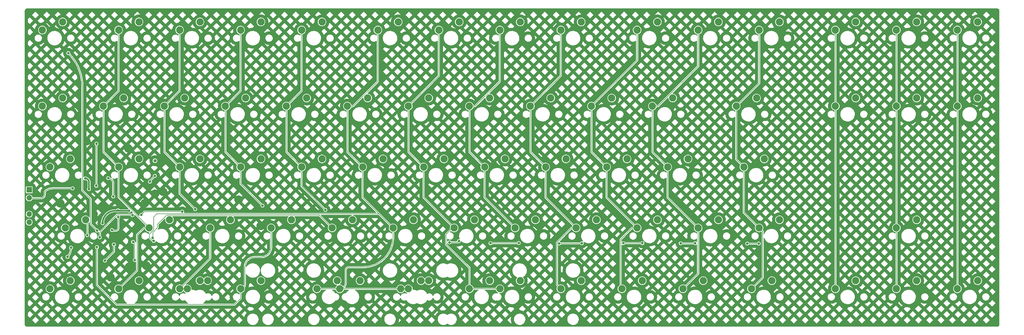
<source format=gbr>
%TF.GenerationSoftware,KiCad,Pcbnew,(7.0.0-0)*%
%TF.CreationDate,2023-07-19T11:54:47-04:00*%
%TF.ProjectId,meadowstumble,6d656164-6f77-4737-9475-6d626c652e6b,rev?*%
%TF.SameCoordinates,Original*%
%TF.FileFunction,Copper,L1,Top*%
%TF.FilePolarity,Positive*%
%FSLAX46Y46*%
G04 Gerber Fmt 4.6, Leading zero omitted, Abs format (unit mm)*
G04 Created by KiCad (PCBNEW (7.0.0-0)) date 2023-07-19 11:54:47*
%MOMM*%
%LPD*%
G01*
G04 APERTURE LIST*
%TA.AperFunction,ComponentPad*%
%ADD10C,2.250000*%
%TD*%
%TA.AperFunction,ComponentPad*%
%ADD11C,0.600000*%
%TD*%
%TA.AperFunction,ComponentPad*%
%ADD12R,1.000000X1.000000*%
%TD*%
%TA.AperFunction,ComponentPad*%
%ADD13O,1.000000X1.000000*%
%TD*%
%TA.AperFunction,ComponentPad*%
%ADD14R,1.700000X1.700000*%
%TD*%
%TA.AperFunction,ComponentPad*%
%ADD15O,1.700000X1.700000*%
%TD*%
%TA.AperFunction,ViaPad*%
%ADD16C,0.800000*%
%TD*%
%TA.AperFunction,Conductor*%
%ADD17C,0.200000*%
%TD*%
%TA.AperFunction,Conductor*%
%ADD18C,0.500000*%
%TD*%
G04 APERTURE END LIST*
D10*
%TO.P,MX60,1,COL*%
%TO.N,col5*%
X165915000Y-162935000D03*
%TO.P,MX60,2,ROW*%
%TO.N,Net-(D60-A)*%
X172265000Y-160395000D03*
%TD*%
%TO.P,MX61,1,COL*%
%TO.N,col6*%
X194490000Y-162935000D03*
%TO.P,MX61,2,ROW*%
%TO.N,Net-(D61-A)*%
X200840000Y-160395000D03*
%TD*%
%TO.P,MX60,1,COL*%
%TO.N,col5*%
X137340000Y-162935000D03*
%TO.P,MX60,2,ROW*%
%TO.N,Net-(D60-A)*%
X143690000Y-160395000D03*
%TD*%
%TO.P,MX58,1,COL*%
%TO.N,col2*%
X96858750Y-162935000D03*
%TO.P,MX58,2,ROW*%
%TO.N,Net-(D58-A)*%
X103208750Y-160395000D03*
%TD*%
%TO.P,MX60,1,COL*%
%TO.N,col5*%
X163533750Y-162935000D03*
%TO.P,MX60,2,ROW*%
%TO.N,Net-(D60-A)*%
X169883750Y-160395000D03*
%TD*%
%TO.P,MX20,1,COL*%
%TO.N,col4*%
X127815000Y-105785000D03*
%TO.P,MX20,2,ROW*%
%TO.N,Net-(D20-A)*%
X134165000Y-103245000D03*
%TD*%
%TO.P,MX23,1,COL*%
%TO.N,col7*%
X184965000Y-105785000D03*
%TO.P,MX23,2,ROW*%
%TO.N,Net-(D23-A)*%
X191315000Y-103245000D03*
%TD*%
%TO.P,MX27,1,COL*%
%TO.N,col11*%
X268308750Y-105785000D03*
%TO.P,MX27,2,ROW*%
%TO.N,Net-(D27-A)*%
X274658750Y-103245000D03*
%TD*%
%TO.P,MX36,1,COL*%
%TO.N,col5*%
X151627500Y-124835000D03*
%TO.P,MX36,2,ROW*%
%TO.N,Net-(D36-A)*%
X157977500Y-122295000D03*
%TD*%
%TO.P,MX53,1,COL*%
%TO.N,col10*%
X256402500Y-143885000D03*
%TO.P,MX53,2,ROW*%
%TO.N,Net-(D53-A)*%
X262752500Y-141345000D03*
%TD*%
%TO.P,MX49,1,COL*%
%TO.N,col6*%
X180202500Y-143885000D03*
%TO.P,MX49,2,ROW*%
%TO.N,Net-(D49-A)*%
X186552500Y-141345000D03*
%TD*%
%TO.P,MX10,1,COL*%
%TO.N,col9*%
X237352500Y-81972500D03*
%TO.P,MX10,2,ROW*%
%TO.N,Net-(D10-A)*%
X243702500Y-79432500D03*
%TD*%
%TO.P,MX6,1,COL*%
%TO.N,col5*%
X156390000Y-81972500D03*
%TO.P,MX6,2,ROW*%
%TO.N,Net-(D6-A)*%
X162740000Y-79432500D03*
%TD*%
%TO.P,MX32,1,COL*%
%TO.N,col1*%
X75427500Y-124835000D03*
%TO.P,MX32,2,ROW*%
%TO.N,Net-(D32-A)*%
X81777500Y-122295000D03*
%TD*%
%TO.P,MX24,1,COL*%
%TO.N,col8*%
X204015000Y-105785000D03*
%TO.P,MX24,2,ROW*%
%TO.N,Net-(D24-A)*%
X210365000Y-103245000D03*
%TD*%
%TO.P,MX65,1,COL*%
%TO.N,col11*%
X273071250Y-162935000D03*
%TO.P,MX65,2,ROW*%
%TO.N,Net-(D65-A)*%
X279421250Y-160395000D03*
%TD*%
%TO.P,MX19,1,COL*%
%TO.N,col3*%
X108765000Y-105785000D03*
%TO.P,MX19,2,ROW*%
%TO.N,Net-(D19-A)*%
X115115000Y-103245000D03*
%TD*%
%TO.P,MX17,1,COL*%
%TO.N,col1*%
X70665000Y-105785000D03*
%TO.P,MX17,2,ROW*%
%TO.N,Net-(D17-A)*%
X77015000Y-103245000D03*
%TD*%
%TO.P,MX21,1,COL*%
%TO.N,col5*%
X146865000Y-105785000D03*
%TO.P,MX21,2,ROW*%
%TO.N,Net-(D21-A)*%
X153215000Y-103245000D03*
%TD*%
%TO.P,MX44,1,COL*%
%TO.N,col1*%
X84952500Y-143885000D03*
%TO.P,MX44,2,ROW*%
%TO.N,Net-(D44-A)*%
X91302500Y-141345000D03*
%TD*%
%TO.P,MX5,1,COL*%
%TO.N,col4*%
X132577500Y-81972500D03*
%TO.P,MX5,2,ROW*%
%TO.N,Net-(D5-A)*%
X138927500Y-79432500D03*
%TD*%
%TO.P,MX47,1,COL*%
%TO.N,col4*%
X142102500Y-143885000D03*
%TO.P,MX47,2,ROW*%
%TO.N,Net-(D47-A)*%
X148452500Y-141345000D03*
%TD*%
%TO.P,MX56,1,COL*%
%TO.N,col0*%
X53996250Y-162935000D03*
%TO.P,MX56,2,ROW*%
%TO.N,Net-(D56-A)*%
X60346250Y-160395000D03*
%TD*%
%TO.P,MX45,1,COL*%
%TO.N,col2*%
X104002500Y-143885000D03*
%TO.P,MX45,2,ROW*%
%TO.N,Net-(D45-A)*%
X110352500Y-141345000D03*
%TD*%
%TO.P,MX64,1,COL*%
%TO.N,col10*%
X251640000Y-162935000D03*
%TO.P,MX64,2,ROW*%
%TO.N,Net-(D64-A)*%
X257990000Y-160395000D03*
%TD*%
%TO.P,MX41,1,COL*%
%TO.N,col10*%
X246877500Y-124835000D03*
%TO.P,MX41,2,ROW*%
%TO.N,Net-(D41-A)*%
X253227500Y-122295000D03*
%TD*%
%TO.P,MX13,1,COL*%
%TO.N,col12*%
X299265000Y-81972500D03*
%TO.P,MX13,2,ROW*%
%TO.N,Net-(D13-A)*%
X305615000Y-79432500D03*
%TD*%
%TO.P,MX57,1,COL*%
%TO.N,col1*%
X75427500Y-162935000D03*
%TO.P,MX57,2,ROW*%
%TO.N,Net-(D57-A)*%
X81777500Y-160395000D03*
%TD*%
%TO.P,MX61,1,COL*%
%TO.N,col6*%
X184965000Y-162935000D03*
%TO.P,MX61,2,ROW*%
%TO.N,Net-(D61-A)*%
X191315000Y-160395000D03*
%TD*%
%TO.P,MX67,1,COL*%
%TO.N,col13*%
X318315000Y-162935000D03*
%TO.P,MX67,2,ROW*%
%TO.N,Net-(D67-A)*%
X324665000Y-160395000D03*
%TD*%
%TO.P,MX39,1,COL*%
%TO.N,col8*%
X208777500Y-124835000D03*
%TO.P,MX39,2,ROW*%
%TO.N,Net-(D39-A)*%
X215127500Y-122295000D03*
%TD*%
%TO.P,MX1,1,COL*%
%TO.N,col0*%
X51615000Y-81972500D03*
%TO.P,MX1,2,ROW*%
%TO.N,Net-(D1-A)*%
X57965000Y-79432500D03*
%TD*%
%TO.P,MX12,1,COL*%
%TO.N,col11*%
X275452500Y-81972500D03*
%TO.P,MX12,2,ROW*%
%TO.N,Net-(D12-A)*%
X281802500Y-79432500D03*
%TD*%
%TO.P,MX7,1,COL*%
%TO.N,col6*%
X175440000Y-81972500D03*
%TO.P,MX7,2,ROW*%
%TO.N,Net-(D7-A)*%
X181790000Y-79432500D03*
%TD*%
%TO.P,MX2,1,COL*%
%TO.N,col1*%
X75427500Y-81972500D03*
%TO.P,MX2,2,ROW*%
%TO.N,Net-(D2-A)*%
X81777500Y-79432500D03*
%TD*%
%TO.P,MX48,1,COL*%
%TO.N,col5*%
X161152500Y-143885000D03*
%TO.P,MX48,2,ROW*%
%TO.N,Net-(D48-A)*%
X167502500Y-141345000D03*
%TD*%
%TO.P,MX3,1,COL*%
%TO.N,col2*%
X94477500Y-81972500D03*
%TO.P,MX3,2,ROW*%
%TO.N,Net-(D3-A)*%
X100827500Y-79432500D03*
%TD*%
%TO.P,MX18,1,COL*%
%TO.N,col2*%
X89715000Y-105785000D03*
%TO.P,MX18,2,ROW*%
%TO.N,Net-(D18-A)*%
X96065000Y-103245000D03*
%TD*%
%TO.P,MX58,1,COL*%
%TO.N,col2*%
X94477500Y-162935000D03*
%TO.P,MX58,2,ROW*%
%TO.N,Net-(D58-A)*%
X100827500Y-160395000D03*
%TD*%
%TO.P,MX40,1,COL*%
%TO.N,col9*%
X227827500Y-124835000D03*
%TO.P,MX40,2,ROW*%
%TO.N,Net-(D40-A)*%
X234177500Y-122295000D03*
%TD*%
%TO.P,MX35,1,COL*%
%TO.N,col4*%
X132577500Y-124835000D03*
%TO.P,MX35,2,ROW*%
%TO.N,Net-(D35-A)*%
X138927500Y-122295000D03*
%TD*%
%TO.P,MX28,1,COL*%
%TO.N,col12*%
X299265000Y-105785000D03*
%TO.P,MX28,2,ROW*%
%TO.N,Net-(D28-A)*%
X305615000Y-103245000D03*
%TD*%
%TO.P,MX25,1,COL*%
%TO.N,col9*%
X223065000Y-105785000D03*
%TO.P,MX25,2,ROW*%
%TO.N,Net-(D25-A)*%
X229415000Y-103245000D03*
%TD*%
%TO.P,MX54,1,COL*%
%TO.N,col11*%
X275452500Y-143885000D03*
%TO.P,MX54,2,ROW*%
%TO.N,Net-(D54-A)*%
X281802500Y-141345000D03*
%TD*%
%TO.P,MX46,1,COL*%
%TO.N,col3*%
X123052500Y-143885000D03*
%TO.P,MX46,2,ROW*%
%TO.N,Net-(D46-A)*%
X129402500Y-141345000D03*
%TD*%
%TO.P,MX15,1,COL*%
%TO.N,col14*%
X337365000Y-81972500D03*
%TO.P,MX15,2,ROW*%
%TO.N,Net-(D15-A)*%
X343715000Y-79432500D03*
%TD*%
%TO.P,MX59,1,COL*%
%TO.N,col3*%
X113527500Y-162935000D03*
%TO.P,MX59,2,ROW*%
%TO.N,Net-(D59-A)*%
X119877500Y-160395000D03*
%TD*%
%TO.P,MX63,1,COL*%
%TO.N,col9*%
X232590000Y-162935000D03*
%TO.P,MX63,2,ROW*%
%TO.N,Net-(D63-A)*%
X238940000Y-160395000D03*
%TD*%
%TO.P,MX11,1,COL*%
%TO.N,col10*%
X256402500Y-81972500D03*
%TO.P,MX11,2,ROW*%
%TO.N,Net-(D11-A)*%
X262752500Y-79432500D03*
%TD*%
%TO.P,MX22,1,COL*%
%TO.N,col6*%
X165915000Y-105785000D03*
%TO.P,MX22,2,ROW*%
%TO.N,Net-(D22-A)*%
X172265000Y-103245000D03*
%TD*%
%TO.P,MX29,1,COL*%
%TO.N,col13*%
X318315000Y-105785000D03*
%TO.P,MX29,2,ROW*%
%TO.N,Net-(D29-A)*%
X324665000Y-103245000D03*
%TD*%
%TO.P,MX14,1,COL*%
%TO.N,col13*%
X318315000Y-81972500D03*
%TO.P,MX14,2,ROW*%
%TO.N,Net-(D14-A)*%
X324665000Y-79432500D03*
%TD*%
%TO.P,MX30,1,COL*%
%TO.N,col14*%
X337365000Y-105785000D03*
%TO.P,MX30,2,ROW*%
%TO.N,Net-(D30-A)*%
X343715000Y-103245000D03*
%TD*%
%TO.P,MX16,1,COL*%
%TO.N,col0*%
X51615000Y-105785000D03*
%TO.P,MX16,2,ROW*%
%TO.N,Net-(D16-A)*%
X57965000Y-103245000D03*
%TD*%
%TO.P,MX9,1,COL*%
%TO.N,col8*%
X213540000Y-81972500D03*
%TO.P,MX9,2,ROW*%
%TO.N,Net-(D9-A)*%
X219890000Y-79432500D03*
%TD*%
%TO.P,MX68,1,COL*%
%TO.N,col14*%
X337365000Y-162935000D03*
%TO.P,MX68,2,ROW*%
%TO.N,Net-(D68-A)*%
X343715000Y-160395000D03*
%TD*%
%TO.P,MX66,1,COL*%
%TO.N,col12*%
X299265000Y-162935000D03*
%TO.P,MX66,2,ROW*%
%TO.N,Net-(D66-A)*%
X305615000Y-160395000D03*
%TD*%
%TO.P,MX62,1,COL*%
%TO.N,col8*%
X213540000Y-162935000D03*
%TO.P,MX62,2,ROW*%
%TO.N,Net-(D62-A)*%
X219890000Y-160395000D03*
%TD*%
%TO.P,MX31,1,COL*%
%TO.N,col0*%
X53996250Y-124835000D03*
%TO.P,MX31,2,ROW*%
%TO.N,Net-(D31-A)*%
X60346250Y-122295000D03*
%TD*%
%TO.P,MX26,1,COL*%
%TO.N,col10*%
X242115000Y-105785000D03*
%TO.P,MX26,2,ROW*%
%TO.N,Net-(D26-A)*%
X248465000Y-103245000D03*
%TD*%
%TO.P,MX55,1,COL*%
%TO.N,col13*%
X318315000Y-143885000D03*
%TO.P,MX55,2,ROW*%
%TO.N,Net-(D55-A)*%
X324665000Y-141345000D03*
%TD*%
%TO.P,MX33,1,COL*%
%TO.N,col2*%
X94477500Y-124835000D03*
%TO.P,MX33,2,ROW*%
%TO.N,Net-(D33-A)*%
X100827500Y-122295000D03*
%TD*%
%TO.P,MX38,1,COL*%
%TO.N,col7*%
X189727500Y-124835000D03*
%TO.P,MX38,2,ROW*%
%TO.N,Net-(D38-A)*%
X196077500Y-122295000D03*
%TD*%
%TO.P,MX37,1,COL*%
%TO.N,col6*%
X170677500Y-124835000D03*
%TO.P,MX37,2,ROW*%
%TO.N,Net-(D37-A)*%
X177027500Y-122295000D03*
%TD*%
%TO.P,MX52,1,COL*%
%TO.N,col9*%
X237352500Y-143885000D03*
%TO.P,MX52,2,ROW*%
%TO.N,Net-(D52-A)*%
X243702500Y-141345000D03*
%TD*%
%TO.P,MX34,1,COL*%
%TO.N,col3*%
X113527500Y-124835000D03*
%TO.P,MX34,2,ROW*%
%TO.N,Net-(D34-A)*%
X119877500Y-122295000D03*
%TD*%
%TO.P,MX51,1,COL*%
%TO.N,col8*%
X218302500Y-143885000D03*
%TO.P,MX51,2,ROW*%
%TO.N,Net-(D51-A)*%
X224652500Y-141345000D03*
%TD*%
%TO.P,MX60,1,COL*%
%TO.N,col5*%
X144483750Y-162935000D03*
%TO.P,MX60,2,ROW*%
%TO.N,Net-(D60-A)*%
X150833750Y-160395000D03*
%TD*%
%TO.P,MX4,1,COL*%
%TO.N,col3*%
X113527500Y-81972500D03*
%TO.P,MX4,2,ROW*%
%TO.N,Net-(D4-A)*%
X119877500Y-79432500D03*
%TD*%
%TO.P,MX50,1,COL*%
%TO.N,col7*%
X199252500Y-143885000D03*
%TO.P,MX50,2,ROW*%
%TO.N,Net-(D50-A)*%
X205602500Y-141345000D03*
%TD*%
%TO.P,MX42,1,COL*%
%TO.N,col11*%
X270690000Y-124835000D03*
%TO.P,MX42,2,ROW*%
%TO.N,Net-(D42-A)*%
X277040000Y-122295000D03*
%TD*%
%TO.P,MX43,1,COL*%
%TO.N,col0*%
X58758750Y-143885000D03*
%TO.P,MX43,2,ROW*%
%TO.N,Net-(D43-A)*%
X65108750Y-141345000D03*
%TD*%
%TO.P,MX8,1,COL*%
%TO.N,col7*%
X194490000Y-81972500D03*
%TO.P,MX8,2,ROW*%
%TO.N,Net-(D8-A)*%
X200840000Y-79432500D03*
%TD*%
D11*
%TO.P,U1,57,GND*%
%TO.N,GND*%
X75850000Y-148100000D03*
X75850000Y-146825000D03*
X75850000Y-145550000D03*
X74575000Y-148100000D03*
X74575000Y-146825000D03*
X74575000Y-145550000D03*
X73300000Y-148100000D03*
X73300000Y-146825000D03*
X73300000Y-145550000D03*
%TD*%
D12*
%TO.P,SW1,1,1*%
%TO.N,GND*%
X88049999Y-122849999D03*
D13*
%TO.P,SW1,2,2*%
%TO.N,Net-(R_Flash1-Pad1)*%
X86779999Y-122849999D03*
%TD*%
D14*
%TO.P,J2,1,Pin_1*%
%TO.N,RESET*%
X47512499Y-131949999D03*
D15*
%TO.P,J2,2,Pin_2*%
%TO.N,+3V3*%
X47512499Y-134489999D03*
%TO.P,J2,3,Pin_3*%
%TO.N,GND*%
X47512499Y-137029999D03*
%TO.P,J2,4,Pin_4*%
%TO.N,SWDIO*%
X47512499Y-139569999D03*
%TO.P,J2,5,Pin_5*%
%TO.N,SWCLK*%
X47512499Y-142109999D03*
%TD*%
D16*
%TO.N,GND*%
X89300000Y-132550000D03*
X86800000Y-133200000D03*
X79350000Y-124100000D03*
X80050000Y-132100000D03*
X119800000Y-143250000D03*
X112900000Y-135050000D03*
X57200000Y-136200000D03*
%TO.N,row0*%
X59700000Y-89150000D03*
X68700000Y-144700000D03*
%TO.N,col0*%
X59465000Y-152932500D03*
%TO.N,GND*%
X78500000Y-119000000D03*
X83600000Y-136150000D03*
%TO.N,col3*%
X68650000Y-149900000D03*
%TO.N,+1V1*%
X71162500Y-154125000D03*
X73975000Y-149062500D03*
X73350000Y-144550000D03*
X75262500Y-140475000D03*
%TO.N,GND*%
X72912500Y-159325000D03*
X70712500Y-137825000D03*
X65350000Y-116750000D03*
X99850000Y-145450000D03*
X67600000Y-139550000D03*
X78712500Y-156025000D03*
X84100000Y-155700000D03*
X81512500Y-143425000D03*
%TO.N,+3V3*%
X80500000Y-153950000D03*
X75212500Y-138410787D03*
X66183928Y-131750000D03*
X78712500Y-138525000D03*
X79920295Y-148279705D03*
X70412500Y-142425000D03*
X65050000Y-128400000D03*
X61065000Y-131496254D03*
%TO.N,row3*%
X95300000Y-138800500D03*
X69550000Y-146850000D03*
X181700000Y-148000000D03*
X250950000Y-148700000D03*
X233000000Y-148650000D03*
X220100000Y-148700000D03*
X82500000Y-139800000D03*
X79750000Y-139900000D03*
X255504222Y-148704222D03*
X178750000Y-148400000D03*
X275350000Y-148800000D03*
X200400000Y-148600000D03*
X271750000Y-148800000D03*
X213000000Y-148750000D03*
X239000000Y-148650000D03*
X191550000Y-148650000D03*
%TO.N,D-*%
X68450000Y-130700000D03*
X68500000Y-117550000D03*
%TO.N,D+*%
X72150000Y-128300000D03*
X73750000Y-134050000D03*
%TO.N,col0*%
X60550000Y-150050000D03*
%TO.N,col2*%
X99350000Y-138050000D03*
%TO.N,col3*%
X120350000Y-136900000D03*
%TO.N,col4*%
X86050000Y-147000000D03*
X140000000Y-138250000D03*
%TO.N,col5*%
X86417511Y-147963038D03*
%TO.N,CS*%
X86750000Y-127600000D03*
X85200000Y-129424500D03*
%TO.N,Net-(D43-A)*%
X65665000Y-146132500D03*
%TD*%
D17*
%TO.N,col3*%
X114855788Y-155900000D02*
X114855788Y-161606712D01*
X113527500Y-162934988D02*
G75*
G03*
X114855788Y-161606712I0J1328288D01*
G01*
X117938984Y-153000000D02*
X120050000Y-153000000D01*
X117938984Y-153000000D02*
G75*
G03*
X114850000Y-156088984I16J-3089000D01*
G01*
X120050000Y-153000000D02*
G75*
G03*
X123052500Y-149997500I0J3002500D01*
G01*
X123052500Y-149997500D02*
X123052500Y-143885000D01*
%TO.N,col5*%
X163533750Y-162935000D02*
X165915000Y-162935000D01*
%TO.N,col6*%
X184965000Y-162935000D02*
X194490000Y-162935000D01*
%TO.N,col5*%
X147292548Y-156153962D02*
X151891606Y-156153962D01*
X151891606Y-156154000D02*
G75*
G03*
X161152500Y-146893068I-6J9260900D01*
G01*
X161152500Y-146893068D02*
X161152500Y-143885000D01*
X144483750Y-162935000D02*
X137340000Y-162935000D01*
X147292548Y-156154000D02*
G75*
G03*
X146400000Y-157046510I-48J-892500D01*
G01*
X144483750Y-162935000D02*
G75*
G03*
X146400000Y-161018750I-50J1916300D01*
G01*
X146400000Y-157046510D02*
X146400000Y-161018750D01*
%TO.N,col2*%
X94477500Y-162935000D02*
X96858750Y-162935000D01*
%TO.N,col5*%
X144483750Y-162935000D02*
X163533750Y-162935000D01*
%TO.N,GND*%
X87730762Y-133199983D02*
G75*
G03*
X89299999Y-132549999I38J2219183D01*
G01*
X86800000Y-133200000D02*
X87730762Y-133200000D01*
%TO.N,col6*%
X180202500Y-143885000D02*
X179734432Y-143885000D01*
X179734432Y-143885000D02*
X177703500Y-145915932D01*
X177703500Y-145915932D02*
X177703500Y-149069002D01*
X177703500Y-149069002D02*
X184965000Y-156330502D01*
X184965000Y-156330502D02*
X184965000Y-162935000D01*
%TO.N,row0*%
X66687979Y-142687979D02*
X66687979Y-134800877D01*
X66687979Y-134800877D02*
X64115250Y-132228148D01*
X64115251Y-99809356D02*
G75*
G03*
X59700000Y-89150000I-15074611J-4D01*
G01*
X64115250Y-132228148D02*
X64115250Y-99809356D01*
X68700000Y-144700000D02*
X66687979Y-142687979D01*
%TO.N,row3*%
X74925000Y-139775000D02*
X69775000Y-144925000D01*
X69775001Y-144925001D02*
G75*
G03*
X69550000Y-145468198I543199J-543199D01*
G01*
X69550000Y-145468198D02*
X69550000Y-146850000D01*
%TO.N,col0*%
X60550000Y-150050000D02*
X60550000Y-150313079D01*
X59465006Y-152932506D02*
G75*
G03*
X60550000Y-150313079I-2619406J2619406D01*
G01*
%TO.N,row3*%
X79750000Y-139900000D02*
X79625000Y-139775000D01*
X79625000Y-139775000D02*
X74925000Y-139775000D01*
%TO.N,col5*%
X161152500Y-143885000D02*
X156767500Y-139500000D01*
X86377500Y-144475255D02*
X85051378Y-145801378D01*
X156767500Y-139500000D02*
X87322245Y-139500000D01*
X87322245Y-139500000D02*
X86377500Y-140444745D01*
X86377500Y-140444745D02*
X86377500Y-144475255D01*
X85051378Y-145801378D02*
X85051378Y-146991328D01*
X85051378Y-146991328D02*
X86023088Y-147963038D01*
X86023088Y-147963038D02*
X86417511Y-147963038D01*
%TO.N,col2*%
X94477500Y-162935000D02*
X104002500Y-153410000D01*
X104002500Y-153410000D02*
X104002500Y-143885000D01*
%TO.N,col3*%
X68650000Y-149900000D02*
X68650000Y-161705568D01*
X111620568Y-167850000D02*
X113527500Y-165943068D01*
X68650000Y-161705568D02*
X74794432Y-167850000D01*
X74794432Y-167850000D02*
X111620568Y-167850000D01*
X113527500Y-165943068D02*
X113527500Y-162935000D01*
%TO.N,col4*%
X86150000Y-145268441D02*
X86150000Y-146900000D01*
X86150000Y-146900000D02*
X86050000Y-147000000D01*
X142102500Y-143885000D02*
X138117500Y-139900000D01*
X138117500Y-139900000D02*
X90450000Y-139900000D01*
X87596718Y-143821723D02*
X86150000Y-145268441D01*
X90450000Y-139900000D02*
X87596718Y-142753282D01*
X87596718Y-142753282D02*
X87596718Y-143821723D01*
%TO.N,+1V1*%
X74712500Y-144725000D02*
X73525000Y-144725000D01*
X73350000Y-144550000D02*
G75*
G03*
X73525000Y-144725000I175000J0D01*
G01*
X75312500Y-140475000D02*
X75312500Y-144125000D01*
X71162500Y-154125000D02*
X73975000Y-151312500D01*
X75262500Y-140475000D02*
X75312500Y-140475000D01*
X73975000Y-151312500D02*
X73975000Y-149062500D01*
X74712500Y-144725000D02*
G75*
G03*
X75312500Y-144125000I0J600000D01*
G01*
X73362500Y-144675000D02*
G75*
G03*
X73412500Y-144725000I50000J0D01*
G01*
%TO.N,+3V3*%
X80500000Y-148859410D02*
X80500000Y-153950000D01*
X52362500Y-132532500D02*
X52362500Y-133425000D01*
D18*
X76012500Y-138525000D02*
X74312500Y-138525000D01*
X66183928Y-131750000D02*
X66183928Y-129533928D01*
X76012500Y-138525000D02*
X75488234Y-138525000D01*
X78712500Y-138525000D02*
X76012500Y-138525000D01*
D17*
X51262500Y-134620826D02*
X47643326Y-134620826D01*
X54864219Y-131496254D02*
X61065000Y-131496254D01*
X54864219Y-131496262D02*
G75*
G03*
X52362500Y-132532500I-19J-3537938D01*
G01*
X51162500Y-134625000D02*
G75*
G03*
X52362500Y-133425000I0J1200000D01*
G01*
D18*
X74312500Y-138525000D02*
G75*
G03*
X70412500Y-142425000I0J-3900000D01*
G01*
D17*
X80499995Y-148859410D02*
G75*
G03*
X79920295Y-148279705I-579695J10D01*
G01*
D18*
X75212493Y-138410794D02*
G75*
G03*
X75488234Y-138525000I275707J275694D01*
G01*
X66183900Y-129533928D02*
G75*
G03*
X65050000Y-128400000I-1133900J28D01*
G01*
D17*
%TO.N,row3*%
X181350000Y-148350000D02*
X181700000Y-148000000D01*
X233000000Y-148650000D02*
X239000000Y-148650000D01*
X200350000Y-148650000D02*
X200400000Y-148600000D01*
X213000000Y-148750000D02*
X220050000Y-148750000D01*
X181350000Y-148350000D02*
X181300000Y-148400000D01*
X181300000Y-148400000D02*
X178750000Y-148400000D01*
X250950000Y-148700000D02*
X255500000Y-148700000D01*
X191550000Y-148650000D02*
X200350000Y-148650000D01*
X220050000Y-148750000D02*
X220100000Y-148700000D01*
X83499500Y-138800500D02*
X95300000Y-138800500D01*
X255500000Y-148700000D02*
X255504222Y-148704222D01*
X82500000Y-139800000D02*
X83499500Y-138800500D01*
X271750000Y-148800000D02*
X275350000Y-148800000D01*
%TO.N,D-*%
X68450000Y-130700000D02*
X68450000Y-117600000D01*
X68500000Y-117550000D02*
G75*
G03*
X68450000Y-117600000I0J-50000D01*
G01*
%TO.N,D+*%
X73750000Y-129900000D02*
X73750000Y-134050000D01*
X73750000Y-129900000D02*
G75*
G03*
X72150000Y-128300000I-1600000J0D01*
G01*
%TO.N,col1*%
X81200000Y-146046510D02*
X81200000Y-157162500D01*
X75427500Y-124835000D02*
X75427500Y-134250050D01*
X75427500Y-101022500D02*
X70665000Y-105785000D01*
X84952500Y-143885000D02*
X83361510Y-143885000D01*
X75427500Y-134250050D02*
X84952500Y-143775050D01*
X70665000Y-105785000D02*
X70665000Y-120072500D01*
X81200000Y-157162500D02*
X75427500Y-162935000D01*
X75427500Y-81972500D02*
X75427500Y-101022500D01*
X83361510Y-143885000D02*
X81200000Y-146046510D01*
X70665000Y-120072500D02*
X75427500Y-124835000D01*
%TO.N,col2*%
X89715000Y-105785000D02*
X89715000Y-120072500D01*
X94477500Y-124835000D02*
X94477500Y-133177500D01*
X94477500Y-81972500D02*
X94477500Y-101022500D01*
X94477500Y-101022500D02*
X89715000Y-105785000D01*
X94477500Y-133177500D02*
X99350000Y-138050000D01*
X89715000Y-120072500D02*
X94477500Y-124835000D01*
%TO.N,col3*%
X113527500Y-130077500D02*
X120350000Y-136900000D01*
X113527500Y-81972500D02*
X113527500Y-101022500D01*
X113527500Y-124835000D02*
X113527500Y-130077500D01*
X108765000Y-120072500D02*
X113527500Y-124835000D01*
X108765000Y-105785000D02*
X108765000Y-120072500D01*
X113527500Y-101022500D02*
X108765000Y-105785000D01*
%TO.N,col4*%
X127815000Y-120072500D02*
X132577500Y-124835000D01*
X132577500Y-130827500D02*
X140000000Y-138250000D01*
X132577500Y-124835000D02*
X132577500Y-130827500D01*
X127815000Y-105785000D02*
X127815000Y-120072500D01*
X132577500Y-101022500D02*
X127815000Y-105785000D01*
X132577500Y-81972500D02*
X132577500Y-101022500D01*
%TO.N,col5*%
X151627500Y-124835000D02*
X151627500Y-134360000D01*
X146865000Y-105785000D02*
X146865000Y-120072500D01*
X146865000Y-120072500D02*
X151627500Y-124835000D01*
X148659745Y-105785000D02*
X146865000Y-105785000D01*
X151627500Y-134360000D02*
X161152500Y-143885000D01*
X156390000Y-81972500D02*
X156390000Y-98054745D01*
X156390000Y-98054745D02*
X148659745Y-105785000D01*
%TO.N,col6*%
X175440000Y-96260000D02*
X165915000Y-105785000D01*
X170677500Y-124835000D02*
X170677500Y-134360000D01*
X175440000Y-81972500D02*
X175440000Y-96260000D01*
X165915000Y-120072500D02*
X170677500Y-124835000D01*
X165915000Y-105785000D02*
X165915000Y-120072500D01*
X170677500Y-134360000D02*
X180202500Y-143885000D01*
%TO.N,col7*%
X194490000Y-98054745D02*
X186759745Y-105785000D01*
X194490000Y-81972500D02*
X194490000Y-98054745D01*
X184965000Y-105785000D02*
X184965000Y-120072500D01*
X189727500Y-134360000D02*
X199252500Y-143885000D01*
X189727500Y-124835000D02*
X189727500Y-134360000D01*
X186759745Y-105785000D02*
X184965000Y-105785000D01*
X184965000Y-120072500D02*
X189727500Y-124835000D01*
%TO.N,col8*%
X212300000Y-161695000D02*
X213540000Y-162935000D01*
X208777500Y-134360000D02*
X218302500Y-143885000D01*
X204015000Y-105785000D02*
X204015000Y-120072500D01*
X212300000Y-148460050D02*
X212300000Y-161695000D01*
X213540000Y-96260000D02*
X204015000Y-105785000D01*
X216875050Y-143885000D02*
X212300000Y-148460050D01*
X218302500Y-143885000D02*
X216875050Y-143885000D01*
X213540000Y-81972500D02*
X213540000Y-96260000D01*
X208777500Y-124835000D02*
X208777500Y-134360000D01*
X204015000Y-120072500D02*
X208777500Y-124835000D01*
%TO.N,col9*%
X227827500Y-124835000D02*
X227827500Y-134360000D01*
X232250000Y-147396510D02*
X232250000Y-162595000D01*
X237352500Y-81972500D02*
X237352500Y-91497500D01*
X235761510Y-143885000D02*
X232250000Y-147396510D01*
X223065000Y-120072500D02*
X227827500Y-124835000D01*
X237352500Y-91497500D02*
X223065000Y-105785000D01*
X223065000Y-105785000D02*
X223065000Y-120072500D01*
X237352500Y-143885000D02*
X235761510Y-143885000D01*
X227827500Y-134360000D02*
X237352500Y-143885000D01*
%TO.N,CS*%
X85200000Y-129150000D02*
X85200000Y-129424500D01*
X86750000Y-127600000D02*
X85200000Y-129150000D01*
%TO.N,col14*%
X337365000Y-81972500D02*
X337365000Y-105785000D01*
X337365000Y-105785000D02*
X337365000Y-162935000D01*
%TO.N,col13*%
X318315000Y-143885000D02*
X318315000Y-162935000D01*
X318315000Y-105785000D02*
X318315000Y-143885000D01*
X318315000Y-81972500D02*
X318315000Y-105785000D01*
%TO.N,col12*%
X299265000Y-81972500D02*
X299265000Y-105785000D01*
X299265000Y-162935000D02*
X299265000Y-105785000D01*
%TO.N,col11*%
X268308750Y-105785000D02*
X268308750Y-122453750D01*
X276577500Y-159428750D02*
X273071250Y-162935000D01*
X275452500Y-81972500D02*
X275452500Y-98641250D01*
X270690000Y-139122500D02*
X275452500Y-143885000D01*
X275452500Y-98641250D02*
X268308750Y-105785000D01*
X275452500Y-143885000D02*
X276577500Y-145010000D01*
X270690000Y-124835000D02*
X270690000Y-139122500D01*
X268308750Y-122453750D02*
X270690000Y-124835000D01*
X276577500Y-145010000D02*
X276577500Y-159428750D01*
%TO.N,col10*%
X246877500Y-124835000D02*
X246877500Y-134360000D01*
X242115000Y-120072500D02*
X246877500Y-124835000D01*
X256402500Y-93292245D02*
X243909745Y-105785000D01*
X243909745Y-105785000D02*
X242115000Y-105785000D01*
X256402500Y-158172500D02*
X251640000Y-162935000D01*
X246877500Y-134360000D02*
X256402500Y-143885000D01*
X242115000Y-105785000D02*
X242115000Y-120072500D01*
X256402500Y-143885000D02*
X256402500Y-158172500D01*
X256402500Y-81972500D02*
X256402500Y-93292245D01*
%TO.N,Net-(D43-A)*%
X65665000Y-142687906D02*
X65665000Y-146132500D01*
X65664982Y-142687906D02*
G75*
G03*
X65108749Y-141345001I-1899182J6D01*
G01*
%TD*%
%TA.AperFunction,Conductor*%
%TO.N,GND*%
G36*
X349706061Y-75188597D02*
G01*
X349716051Y-75189580D01*
X349843824Y-75202165D01*
X349867652Y-75206904D01*
X349994277Y-75245315D01*
X350016725Y-75254614D01*
X350133406Y-75316982D01*
X350153616Y-75330486D01*
X350255891Y-75414420D01*
X350273079Y-75431608D01*
X350357012Y-75533881D01*
X350370517Y-75554093D01*
X350432883Y-75670771D01*
X350442186Y-75693228D01*
X350480593Y-75819838D01*
X350485335Y-75843680D01*
X350498903Y-75981438D01*
X350499500Y-75993592D01*
X350499500Y-173993908D01*
X350498903Y-174006062D01*
X350485335Y-174143819D01*
X350480593Y-174167661D01*
X350442186Y-174294271D01*
X350432883Y-174316728D01*
X350370517Y-174433406D01*
X350357012Y-174453618D01*
X350273079Y-174555891D01*
X350255891Y-174573079D01*
X350153618Y-174657012D01*
X350133406Y-174670517D01*
X350016728Y-174732883D01*
X349994271Y-174742186D01*
X349867661Y-174780593D01*
X349843819Y-174785335D01*
X349706062Y-174798903D01*
X349693908Y-174799500D01*
X46906092Y-174799500D01*
X46893938Y-174798903D01*
X46756180Y-174785335D01*
X46732340Y-174780593D01*
X46605728Y-174742186D01*
X46583271Y-174732883D01*
X46466593Y-174670517D01*
X46446381Y-174657012D01*
X46344108Y-174573079D01*
X46326920Y-174555891D01*
X46242986Y-174453616D01*
X46229482Y-174433406D01*
X46167116Y-174316728D01*
X46157815Y-174294277D01*
X46119404Y-174167652D01*
X46114665Y-174143824D01*
X46101097Y-174006061D01*
X46100500Y-173993908D01*
X46100500Y-172723457D01*
X48379900Y-172723457D01*
X49441975Y-173785532D01*
X50504049Y-172723457D01*
X51915434Y-172723457D01*
X52977509Y-173785532D01*
X54039583Y-172723457D01*
X55450968Y-172723457D01*
X56513043Y-173785532D01*
X57575117Y-172723457D01*
X58986502Y-172723457D01*
X60048577Y-173785532D01*
X61110651Y-172723457D01*
X62522036Y-172723457D01*
X63584111Y-173785532D01*
X64646185Y-172723457D01*
X66057570Y-172723457D01*
X67119645Y-173785532D01*
X68181719Y-172723457D01*
X69593104Y-172723457D01*
X70655179Y-173785532D01*
X71717253Y-172723457D01*
X73128638Y-172723457D01*
X74190712Y-173785531D01*
X75252787Y-172723457D01*
X76664172Y-172723457D01*
X77726246Y-173785531D01*
X78788321Y-172723457D01*
X80199705Y-172723457D01*
X81261780Y-173785531D01*
X82323854Y-172723457D01*
X83735239Y-172723457D01*
X84797314Y-173785532D01*
X85859388Y-172723457D01*
X87270773Y-172723457D01*
X88332848Y-173785532D01*
X89394922Y-172723457D01*
X90806307Y-172723457D01*
X91868382Y-173785532D01*
X92930456Y-172723457D01*
X94341841Y-172723457D01*
X95403916Y-173785532D01*
X96465990Y-172723457D01*
X97877375Y-172723457D01*
X98939450Y-173785532D01*
X100001524Y-172723457D01*
X101412909Y-172723457D01*
X102474984Y-173785532D01*
X103537058Y-172723457D01*
X104948443Y-172723457D01*
X106010518Y-173785532D01*
X107072592Y-172723457D01*
X108483977Y-172723457D01*
X109546052Y-173785532D01*
X110608126Y-172723457D01*
X112019511Y-172723457D01*
X113081585Y-173785531D01*
X114143660Y-172723457D01*
X114013483Y-172593280D01*
X115565350Y-172593280D01*
X115566040Y-172597863D01*
X115566041Y-172597865D01*
X115604387Y-172852276D01*
X115604388Y-172852283D01*
X115605079Y-172856863D01*
X115606443Y-172861287D01*
X115606445Y-172861293D01*
X115682281Y-173107149D01*
X115682285Y-173107159D01*
X115683649Y-173111581D01*
X115685658Y-173115754D01*
X115685661Y-173115760D01*
X115702646Y-173151029D01*
X115799305Y-173351743D01*
X115801920Y-173355578D01*
X115946854Y-173568159D01*
X115946859Y-173568165D01*
X115949464Y-173571986D01*
X116130771Y-173767388D01*
X116134393Y-173770277D01*
X116134398Y-173770281D01*
X116200512Y-173823005D01*
X116339176Y-173933586D01*
X116570024Y-174066866D01*
X116818158Y-174164252D01*
X117078035Y-174223567D01*
X117277303Y-174238500D01*
X117408080Y-174238500D01*
X117410397Y-174238500D01*
X117609665Y-174223567D01*
X117869542Y-174164252D01*
X118117676Y-174066866D01*
X118348524Y-173933586D01*
X118556929Y-173767388D01*
X118738236Y-173571986D01*
X118888395Y-173351744D01*
X119004051Y-173111581D01*
X119082621Y-172856863D01*
X119122350Y-172593280D01*
X120321500Y-172593280D01*
X120322190Y-172597863D01*
X120322191Y-172597865D01*
X120360537Y-172852276D01*
X120360538Y-172852283D01*
X120361229Y-172856863D01*
X120362593Y-172861287D01*
X120362595Y-172861293D01*
X120438431Y-173107149D01*
X120438435Y-173107159D01*
X120439799Y-173111581D01*
X120441808Y-173115754D01*
X120441811Y-173115760D01*
X120458796Y-173151029D01*
X120555455Y-173351743D01*
X120558070Y-173355578D01*
X120703004Y-173568159D01*
X120703009Y-173568165D01*
X120705614Y-173571986D01*
X120886921Y-173767388D01*
X120890543Y-173770277D01*
X120890548Y-173770281D01*
X120956662Y-173823005D01*
X121095326Y-173933586D01*
X121326174Y-174066866D01*
X121574308Y-174164252D01*
X121834185Y-174223567D01*
X122033453Y-174238500D01*
X122164230Y-174238500D01*
X122166547Y-174238500D01*
X122365815Y-174223567D01*
X122625692Y-174164252D01*
X122873826Y-174066866D01*
X123104674Y-173933586D01*
X123313079Y-173767388D01*
X123494386Y-173571986D01*
X123644545Y-173351744D01*
X123760201Y-173111581D01*
X123838771Y-172856863D01*
X123858879Y-172723457D01*
X126161646Y-172723457D01*
X127223721Y-173785532D01*
X128285795Y-172723457D01*
X129697180Y-172723457D01*
X130759255Y-173785532D01*
X131821329Y-172723457D01*
X131691152Y-172593280D01*
X134609000Y-172593280D01*
X134609690Y-172597863D01*
X134609691Y-172597865D01*
X134648037Y-172852276D01*
X134648038Y-172852283D01*
X134648729Y-172856863D01*
X134650093Y-172861287D01*
X134650095Y-172861293D01*
X134725931Y-173107149D01*
X134725935Y-173107159D01*
X134727299Y-173111581D01*
X134729308Y-173115754D01*
X134729311Y-173115760D01*
X134746296Y-173151029D01*
X134842955Y-173351743D01*
X134845570Y-173355578D01*
X134990504Y-173568159D01*
X134990509Y-173568165D01*
X134993114Y-173571986D01*
X135174421Y-173767388D01*
X135178043Y-173770277D01*
X135178048Y-173770281D01*
X135244162Y-173823005D01*
X135382826Y-173933586D01*
X135613674Y-174066866D01*
X135861808Y-174164252D01*
X136121685Y-174223567D01*
X136320953Y-174238500D01*
X136451730Y-174238500D01*
X136454047Y-174238500D01*
X136653315Y-174223567D01*
X136913192Y-174164252D01*
X137161326Y-174066866D01*
X137392174Y-173933586D01*
X137600579Y-173767388D01*
X137781886Y-173571986D01*
X137932045Y-173351744D01*
X138047701Y-173111581D01*
X138126271Y-172856863D01*
X138146379Y-172723457D01*
X140303782Y-172723457D01*
X141365857Y-173785532D01*
X142427931Y-172723457D01*
X143839316Y-172723457D01*
X144901391Y-173785532D01*
X145963465Y-172723457D01*
X147374850Y-172723457D01*
X148436925Y-173785532D01*
X149498999Y-172723457D01*
X150910384Y-172723457D01*
X151972458Y-173785531D01*
X153034533Y-172723457D01*
X154445917Y-172723457D01*
X155507992Y-173785531D01*
X156570066Y-172723457D01*
X156439889Y-172593280D01*
X158421500Y-172593280D01*
X158422190Y-172597863D01*
X158422191Y-172597865D01*
X158460537Y-172852276D01*
X158460538Y-172852283D01*
X158461229Y-172856863D01*
X158462593Y-172861287D01*
X158462595Y-172861293D01*
X158538431Y-173107149D01*
X158538435Y-173107159D01*
X158539799Y-173111581D01*
X158541808Y-173115754D01*
X158541811Y-173115760D01*
X158558796Y-173151029D01*
X158655455Y-173351743D01*
X158658070Y-173355578D01*
X158803004Y-173568159D01*
X158803009Y-173568165D01*
X158805614Y-173571986D01*
X158986921Y-173767388D01*
X158990543Y-173770277D01*
X158990548Y-173770281D01*
X159056662Y-173823005D01*
X159195326Y-173933586D01*
X159426174Y-174066866D01*
X159674308Y-174164252D01*
X159934185Y-174223567D01*
X160133453Y-174238500D01*
X160264230Y-174238500D01*
X160266547Y-174238500D01*
X160465815Y-174223567D01*
X160725692Y-174164252D01*
X160973826Y-174066866D01*
X161204674Y-173933586D01*
X161413079Y-173767388D01*
X161511290Y-173661542D01*
X162703049Y-173661542D01*
X163641134Y-172723457D01*
X165052519Y-172723457D01*
X166114594Y-173785532D01*
X167176668Y-172723457D01*
X168588053Y-172723457D01*
X169650128Y-173785532D01*
X170712202Y-172723457D01*
X172123587Y-172723457D01*
X173185661Y-173785531D01*
X174119870Y-172851322D01*
X174103397Y-172742024D01*
X174102792Y-172737427D01*
X174096512Y-172681694D01*
X174096079Y-172677077D01*
X174094694Y-172658596D01*
X174094434Y-172653965D01*
X174092337Y-172597916D01*
X174092250Y-172593280D01*
X175090250Y-172593280D01*
X175090940Y-172597863D01*
X175090941Y-172597865D01*
X175129287Y-172852276D01*
X175129288Y-172852283D01*
X175129979Y-172856863D01*
X175131343Y-172861287D01*
X175131345Y-172861293D01*
X175207181Y-173107149D01*
X175207185Y-173107159D01*
X175208549Y-173111581D01*
X175210558Y-173115754D01*
X175210561Y-173115760D01*
X175227546Y-173151029D01*
X175324205Y-173351743D01*
X175326820Y-173355578D01*
X175471754Y-173568159D01*
X175471759Y-173568165D01*
X175474364Y-173571986D01*
X175655671Y-173767388D01*
X175659293Y-173770277D01*
X175659298Y-173770281D01*
X175725412Y-173823005D01*
X175864076Y-173933586D01*
X176094924Y-174066866D01*
X176343058Y-174164252D01*
X176602935Y-174223567D01*
X176802203Y-174238500D01*
X176932980Y-174238500D01*
X176935297Y-174238500D01*
X177134565Y-174223567D01*
X177394442Y-174164252D01*
X177642576Y-174066866D01*
X177873424Y-173933586D01*
X177982061Y-173846949D01*
X178031781Y-173823005D01*
X178086966Y-173823005D01*
X178136686Y-173846948D01*
X178245326Y-173933586D01*
X178476174Y-174066866D01*
X178724308Y-174164252D01*
X178984185Y-174223567D01*
X179183453Y-174238500D01*
X179314230Y-174238500D01*
X179316547Y-174238500D01*
X179515815Y-174223567D01*
X179775692Y-174164252D01*
X180023826Y-174066866D01*
X180254674Y-173933586D01*
X180463079Y-173767388D01*
X180644386Y-173571986D01*
X180794545Y-173351744D01*
X180910201Y-173111581D01*
X180988771Y-172856863D01*
X181008879Y-172723457D01*
X182730189Y-172723457D01*
X183792264Y-173785532D01*
X184854338Y-172723457D01*
X186265723Y-172723457D01*
X187327797Y-173785531D01*
X188389872Y-172723457D01*
X189801257Y-172723457D01*
X190863331Y-173785531D01*
X191925406Y-172723457D01*
X193336790Y-172723457D01*
X194398865Y-173785531D01*
X195460939Y-172723457D01*
X196872324Y-172723457D01*
X197934398Y-173785531D01*
X198139255Y-173580674D01*
X198121882Y-173544598D01*
X198119948Y-173540382D01*
X198097521Y-173488978D01*
X198095747Y-173484695D01*
X198088976Y-173467443D01*
X198087363Y-173463095D01*
X198068837Y-173410152D01*
X198067387Y-173405747D01*
X197988817Y-173151029D01*
X197987533Y-173146572D01*
X197973016Y-173092392D01*
X197971900Y-173087891D01*
X197967776Y-173069822D01*
X197966829Y-173065283D01*
X197956403Y-173010179D01*
X197955626Y-173005607D01*
X197915897Y-172742024D01*
X197915292Y-172737427D01*
X197909012Y-172681694D01*
X197908579Y-172677077D01*
X197907194Y-172658596D01*
X197906934Y-172653965D01*
X197904837Y-172597916D01*
X197904750Y-172593280D01*
X198902750Y-172593280D01*
X198903440Y-172597863D01*
X198903441Y-172597865D01*
X198941787Y-172852276D01*
X198941788Y-172852283D01*
X198942479Y-172856863D01*
X198943843Y-172861287D01*
X198943845Y-172861293D01*
X199019681Y-173107149D01*
X199019685Y-173107159D01*
X199021049Y-173111581D01*
X199023058Y-173115754D01*
X199023061Y-173115760D01*
X199040046Y-173151029D01*
X199136705Y-173351743D01*
X199139320Y-173355578D01*
X199284254Y-173568159D01*
X199284259Y-173568165D01*
X199286864Y-173571986D01*
X199468171Y-173767388D01*
X199471793Y-173770277D01*
X199471798Y-173770281D01*
X199537912Y-173823005D01*
X199676576Y-173933586D01*
X199907424Y-174066866D01*
X200155558Y-174164252D01*
X200415435Y-174223567D01*
X200614703Y-174238500D01*
X200745480Y-174238500D01*
X200747797Y-174238500D01*
X200947065Y-174223567D01*
X201206942Y-174164252D01*
X201455076Y-174066866D01*
X201685924Y-173933586D01*
X201894329Y-173767388D01*
X202075636Y-173571986D01*
X202225795Y-173351744D01*
X202341451Y-173111581D01*
X202420021Y-172856863D01*
X202440129Y-172723457D01*
X203943392Y-172723457D01*
X205005467Y-173785532D01*
X206067541Y-172723457D01*
X207478926Y-172723457D01*
X208541001Y-173785532D01*
X209603075Y-172723457D01*
X211014460Y-172723457D01*
X212076535Y-173785532D01*
X213138609Y-172723457D01*
X213008432Y-172593280D01*
X215565150Y-172593280D01*
X215565840Y-172597863D01*
X215565841Y-172597865D01*
X215604187Y-172852276D01*
X215604188Y-172852283D01*
X215604879Y-172856863D01*
X215606243Y-172861287D01*
X215606245Y-172861293D01*
X215682081Y-173107149D01*
X215682085Y-173107159D01*
X215683449Y-173111581D01*
X215685458Y-173115754D01*
X215685461Y-173115760D01*
X215702446Y-173151029D01*
X215799105Y-173351743D01*
X215801720Y-173355578D01*
X215946654Y-173568159D01*
X215946659Y-173568165D01*
X215949264Y-173571986D01*
X216130571Y-173767388D01*
X216134193Y-173770277D01*
X216134198Y-173770281D01*
X216200312Y-173823005D01*
X216338976Y-173933586D01*
X216569824Y-174066866D01*
X216817958Y-174164252D01*
X217077835Y-174223567D01*
X217277103Y-174238500D01*
X217283453Y-174238500D01*
X217410197Y-174238500D01*
X217414230Y-174238500D01*
X217416547Y-174238500D01*
X217615815Y-174223567D01*
X217875692Y-174164252D01*
X218123826Y-174066866D01*
X218354674Y-173933586D01*
X218563079Y-173767388D01*
X218744386Y-173571986D01*
X218894545Y-173351744D01*
X219010201Y-173111581D01*
X219088771Y-172856863D01*
X219108879Y-172723457D01*
X221621062Y-172723457D01*
X222683137Y-173785532D01*
X223745211Y-172723457D01*
X225156596Y-172723457D01*
X226218670Y-173785531D01*
X227280745Y-172723457D01*
X228692129Y-172723457D01*
X229754204Y-173785531D01*
X230816278Y-172723457D01*
X232227663Y-172723457D01*
X233289738Y-173785531D01*
X234351812Y-172723457D01*
X235763197Y-172723457D01*
X236825272Y-173785532D01*
X237887346Y-172723457D01*
X239298731Y-172723457D01*
X240360806Y-173785532D01*
X241422880Y-172723457D01*
X242834265Y-172723457D01*
X243896340Y-173785532D01*
X244958414Y-172723457D01*
X246369799Y-172723457D01*
X247431874Y-173785532D01*
X248493948Y-172723457D01*
X249905333Y-172723457D01*
X250967408Y-173785532D01*
X252029482Y-172723457D01*
X253440867Y-172723457D01*
X254502942Y-173785532D01*
X255565016Y-172723457D01*
X256976401Y-172723457D01*
X258038476Y-173785532D01*
X259100550Y-172723457D01*
X260511935Y-172723457D01*
X261574010Y-173785532D01*
X262636084Y-172723457D01*
X264047469Y-172723457D01*
X265109543Y-173785531D01*
X266171618Y-172723457D01*
X267583002Y-172723457D01*
X268645077Y-173785531D01*
X269707151Y-172723457D01*
X271118536Y-172723457D01*
X272180611Y-173785532D01*
X273242685Y-172723457D01*
X274654070Y-172723457D01*
X275716145Y-173785532D01*
X276778219Y-172723457D01*
X278189604Y-172723457D01*
X279251679Y-173785532D01*
X280313753Y-172723457D01*
X281725138Y-172723457D01*
X282787213Y-173785532D01*
X283849287Y-172723457D01*
X285260672Y-172723457D01*
X286322747Y-173785532D01*
X287384821Y-172723457D01*
X288796206Y-172723457D01*
X289858281Y-173785532D01*
X290920355Y-172723457D01*
X292331740Y-172723457D01*
X293393815Y-173785532D01*
X294455889Y-172723457D01*
X295867274Y-172723457D01*
X296929349Y-173785532D01*
X297991423Y-172723457D01*
X299402808Y-172723457D01*
X300464882Y-173785531D01*
X301526957Y-172723457D01*
X302938342Y-172723457D01*
X304000416Y-173785531D01*
X305062491Y-172723457D01*
X306473875Y-172723457D01*
X307535950Y-173785531D01*
X308598024Y-172723457D01*
X310009409Y-172723457D01*
X311071484Y-173785532D01*
X312133558Y-172723457D01*
X313544943Y-172723457D01*
X314607018Y-173785532D01*
X315669092Y-172723457D01*
X317080477Y-172723457D01*
X318142552Y-173785532D01*
X319204626Y-172723457D01*
X320616011Y-172723457D01*
X321678086Y-173785532D01*
X322740160Y-172723457D01*
X324151545Y-172723457D01*
X325213620Y-173785532D01*
X326275694Y-172723457D01*
X327687079Y-172723457D01*
X328749154Y-173785532D01*
X329811228Y-172723457D01*
X331222613Y-172723457D01*
X332284688Y-173785532D01*
X333346762Y-172723457D01*
X334758147Y-172723457D01*
X335820222Y-173785532D01*
X336882296Y-172723457D01*
X338293681Y-172723457D01*
X339355755Y-173785531D01*
X340417830Y-172723457D01*
X341829214Y-172723457D01*
X342891289Y-173785531D01*
X343953363Y-172723457D01*
X345364748Y-172723457D01*
X346426823Y-173785531D01*
X347488897Y-172723457D01*
X346426823Y-171661382D01*
X345364748Y-172723457D01*
X343953363Y-172723457D01*
X342891289Y-171661382D01*
X341829214Y-172723457D01*
X340417830Y-172723457D01*
X339355755Y-171661382D01*
X338293681Y-172723457D01*
X336882296Y-172723457D01*
X335820222Y-171661382D01*
X334758147Y-172723457D01*
X333346762Y-172723457D01*
X332284688Y-171661382D01*
X331222613Y-172723457D01*
X329811228Y-172723457D01*
X328749154Y-171661382D01*
X327687079Y-172723457D01*
X326275694Y-172723457D01*
X325213620Y-171661382D01*
X324151545Y-172723457D01*
X322740160Y-172723457D01*
X321678086Y-171661382D01*
X320616011Y-172723457D01*
X319204626Y-172723457D01*
X318142552Y-171661382D01*
X317080477Y-172723457D01*
X315669092Y-172723457D01*
X314607018Y-171661382D01*
X313544943Y-172723457D01*
X312133558Y-172723457D01*
X311071484Y-171661382D01*
X310009409Y-172723457D01*
X308598024Y-172723457D01*
X307535950Y-171661382D01*
X306473875Y-172723457D01*
X305062491Y-172723457D01*
X304000416Y-171661382D01*
X302938342Y-172723457D01*
X301526957Y-172723457D01*
X300464882Y-171661382D01*
X299402808Y-172723457D01*
X297991423Y-172723457D01*
X296929349Y-171661382D01*
X295867274Y-172723457D01*
X294455889Y-172723457D01*
X293393815Y-171661382D01*
X292331740Y-172723457D01*
X290920355Y-172723457D01*
X289858281Y-171661382D01*
X288796206Y-172723457D01*
X287384821Y-172723457D01*
X286322747Y-171661382D01*
X285260672Y-172723457D01*
X283849287Y-172723457D01*
X282787213Y-171661382D01*
X281725138Y-172723457D01*
X280313753Y-172723457D01*
X279251679Y-171661382D01*
X278189604Y-172723457D01*
X276778219Y-172723457D01*
X275716145Y-171661382D01*
X274654070Y-172723457D01*
X273242685Y-172723457D01*
X272180611Y-171661382D01*
X271118536Y-172723457D01*
X269707151Y-172723457D01*
X268645077Y-171661382D01*
X267583002Y-172723457D01*
X266171618Y-172723457D01*
X265109543Y-171661382D01*
X264047469Y-172723457D01*
X262636084Y-172723457D01*
X261574009Y-171661382D01*
X260511935Y-172723457D01*
X259100550Y-172723457D01*
X258038475Y-171661382D01*
X256976401Y-172723457D01*
X255565016Y-172723457D01*
X254502941Y-171661382D01*
X253440867Y-172723457D01*
X252029482Y-172723457D01*
X250967407Y-171661382D01*
X249905333Y-172723457D01*
X248493948Y-172723457D01*
X247431873Y-171661382D01*
X246369799Y-172723457D01*
X244958414Y-172723457D01*
X243896339Y-171661382D01*
X242834265Y-172723457D01*
X241422880Y-172723457D01*
X240360805Y-171661382D01*
X239298731Y-172723457D01*
X237887346Y-172723457D01*
X236825271Y-171661382D01*
X235763197Y-172723457D01*
X234351812Y-172723457D01*
X233289738Y-171661382D01*
X232227663Y-172723457D01*
X230816278Y-172723457D01*
X229754204Y-171661382D01*
X228692129Y-172723457D01*
X227280745Y-172723457D01*
X226218670Y-171661382D01*
X225156596Y-172723457D01*
X223745211Y-172723457D01*
X222683136Y-171661382D01*
X221621062Y-172723457D01*
X219108879Y-172723457D01*
X219128500Y-172593280D01*
X219128500Y-172326720D01*
X219088771Y-172063137D01*
X219023082Y-171850178D01*
X219011568Y-171812850D01*
X219011566Y-171812847D01*
X219010201Y-171808419D01*
X218894545Y-171568257D01*
X218800969Y-171431006D01*
X218746995Y-171351840D01*
X218746991Y-171351835D01*
X218744386Y-171348014D01*
X218563079Y-171152612D01*
X218559456Y-171149723D01*
X218559451Y-171149718D01*
X218422128Y-171040207D01*
X218354674Y-170986414D01*
X218301459Y-170955690D01*
X219853295Y-170955690D01*
X220915370Y-172017765D01*
X221977444Y-170955690D01*
X223388829Y-170955690D01*
X224450903Y-172017764D01*
X225512978Y-170955690D01*
X226924363Y-170955690D01*
X227986437Y-172017764D01*
X229048512Y-170955690D01*
X230459896Y-170955690D01*
X231521971Y-172017764D01*
X232584045Y-170955690D01*
X233995430Y-170955690D01*
X235057505Y-172017765D01*
X236119579Y-170955690D01*
X237530964Y-170955690D01*
X238593039Y-172017765D01*
X239655113Y-170955690D01*
X241066498Y-170955690D01*
X242128573Y-172017765D01*
X243190647Y-170955690D01*
X244602032Y-170955690D01*
X245664107Y-172017765D01*
X246726181Y-170955690D01*
X248137566Y-170955690D01*
X249199641Y-172017765D01*
X250261715Y-170955690D01*
X251673100Y-170955690D01*
X252735175Y-172017765D01*
X253797249Y-170955690D01*
X255208634Y-170955690D01*
X256270709Y-172017765D01*
X257332783Y-170955690D01*
X258744168Y-170955690D01*
X259806243Y-172017765D01*
X260868317Y-170955690D01*
X262279702Y-170955690D01*
X263341776Y-172017764D01*
X264403851Y-170955690D01*
X265815236Y-170955690D01*
X266877310Y-172017764D01*
X267939385Y-170955690D01*
X269350769Y-170955690D01*
X270412844Y-172017764D01*
X271474918Y-170955690D01*
X272886303Y-170955690D01*
X273948378Y-172017765D01*
X275010452Y-170955690D01*
X276421837Y-170955690D01*
X277483912Y-172017765D01*
X278545986Y-170955690D01*
X279957371Y-170955690D01*
X281019446Y-172017765D01*
X282081520Y-170955690D01*
X283492905Y-170955690D01*
X284554980Y-172017765D01*
X285617054Y-170955690D01*
X287028439Y-170955690D01*
X288090514Y-172017765D01*
X289152588Y-170955690D01*
X290563973Y-170955690D01*
X291626048Y-172017765D01*
X292688122Y-170955690D01*
X294099507Y-170955690D01*
X295161582Y-172017765D01*
X296223656Y-170955690D01*
X297635041Y-170955690D01*
X298697116Y-172017765D01*
X299759190Y-170955690D01*
X301170575Y-170955690D01*
X302232649Y-172017764D01*
X303294724Y-170955690D01*
X304706108Y-170955690D01*
X305768183Y-172017764D01*
X306830257Y-170955690D01*
X308241642Y-170955690D01*
X309303717Y-172017764D01*
X310365791Y-170955690D01*
X311777176Y-170955690D01*
X312839251Y-172017765D01*
X313901325Y-170955690D01*
X315312710Y-170955690D01*
X316374785Y-172017765D01*
X317436859Y-170955690D01*
X318848244Y-170955690D01*
X319910319Y-172017765D01*
X320972393Y-170955690D01*
X322383778Y-170955690D01*
X323445853Y-172017765D01*
X324507927Y-170955690D01*
X325919312Y-170955690D01*
X326981387Y-172017765D01*
X328043461Y-170955690D01*
X329454846Y-170955690D01*
X330516921Y-172017765D01*
X331578995Y-170955690D01*
X332990380Y-170955690D01*
X334052455Y-172017765D01*
X335114529Y-170955690D01*
X336525914Y-170955690D01*
X337587988Y-172017764D01*
X338650063Y-170955690D01*
X340061448Y-170955690D01*
X341123522Y-172017764D01*
X342185597Y-170955690D01*
X343596981Y-170955690D01*
X344659056Y-172017764D01*
X345721130Y-170955690D01*
X347132515Y-170955690D01*
X348194590Y-172017765D01*
X349256664Y-170955690D01*
X348194590Y-169893615D01*
X347132515Y-170955690D01*
X345721130Y-170955690D01*
X344659056Y-169893615D01*
X343596981Y-170955690D01*
X342185597Y-170955690D01*
X341123522Y-169893615D01*
X340061448Y-170955690D01*
X338650063Y-170955690D01*
X337587988Y-169893615D01*
X336525914Y-170955690D01*
X335114529Y-170955690D01*
X334052455Y-169893615D01*
X332990380Y-170955690D01*
X331578995Y-170955690D01*
X330516921Y-169893615D01*
X329454846Y-170955690D01*
X328043461Y-170955690D01*
X326981387Y-169893615D01*
X325919312Y-170955690D01*
X324507927Y-170955690D01*
X323445853Y-169893615D01*
X322383778Y-170955690D01*
X320972393Y-170955690D01*
X319910319Y-169893615D01*
X318848244Y-170955690D01*
X317436859Y-170955690D01*
X316374785Y-169893615D01*
X315312710Y-170955690D01*
X313901325Y-170955690D01*
X312839251Y-169893615D01*
X311777176Y-170955690D01*
X310365791Y-170955690D01*
X309303717Y-169893615D01*
X308241642Y-170955690D01*
X306830257Y-170955690D01*
X305768183Y-169893615D01*
X304706108Y-170955690D01*
X303294724Y-170955690D01*
X302232649Y-169893615D01*
X301170575Y-170955690D01*
X299759190Y-170955690D01*
X298697116Y-169893615D01*
X297635041Y-170955690D01*
X296223656Y-170955690D01*
X295161582Y-169893615D01*
X294099507Y-170955690D01*
X292688122Y-170955690D01*
X291626048Y-169893615D01*
X290563973Y-170955690D01*
X289152588Y-170955690D01*
X288090514Y-169893615D01*
X287028439Y-170955690D01*
X285617054Y-170955690D01*
X284554980Y-169893615D01*
X283492905Y-170955690D01*
X282081520Y-170955690D01*
X281019446Y-169893615D01*
X279957371Y-170955690D01*
X278545986Y-170955690D01*
X277483912Y-169893615D01*
X276421837Y-170955690D01*
X275010452Y-170955690D01*
X273948378Y-169893615D01*
X272886303Y-170955690D01*
X271474918Y-170955690D01*
X270412844Y-169893615D01*
X269350769Y-170955690D01*
X267939385Y-170955690D01*
X266877310Y-169893615D01*
X265815236Y-170955690D01*
X264403851Y-170955690D01*
X263341776Y-169893615D01*
X262279702Y-170955690D01*
X260868317Y-170955690D01*
X259806243Y-169893615D01*
X258744168Y-170955690D01*
X257332783Y-170955690D01*
X256270709Y-169893615D01*
X255208634Y-170955690D01*
X253797249Y-170955690D01*
X252735175Y-169893615D01*
X251673100Y-170955690D01*
X250261715Y-170955690D01*
X249199641Y-169893615D01*
X248137566Y-170955690D01*
X246726181Y-170955690D01*
X245664107Y-169893615D01*
X244602032Y-170955690D01*
X243190647Y-170955690D01*
X242128573Y-169893615D01*
X241066498Y-170955690D01*
X239655113Y-170955690D01*
X238593039Y-169893615D01*
X237530964Y-170955690D01*
X236119579Y-170955690D01*
X235057505Y-169893615D01*
X233995430Y-170955690D01*
X232584045Y-170955690D01*
X231521971Y-169893615D01*
X230459896Y-170955690D01*
X229048512Y-170955690D01*
X227986437Y-169893615D01*
X226924363Y-170955690D01*
X225512978Y-170955690D01*
X224450903Y-169893615D01*
X223388829Y-170955690D01*
X221977444Y-170955690D01*
X220915370Y-169893615D01*
X219853295Y-170955690D01*
X218301459Y-170955690D01*
X218239249Y-170919773D01*
X218127845Y-170855454D01*
X218127841Y-170855452D01*
X218123826Y-170853134D01*
X218102923Y-170844930D01*
X217880010Y-170757442D01*
X217880001Y-170757439D01*
X217875692Y-170755748D01*
X217871173Y-170754716D01*
X217871168Y-170754715D01*
X217620338Y-170697465D01*
X217620333Y-170697464D01*
X217615815Y-170696433D01*
X217611189Y-170696086D01*
X217611187Y-170696086D01*
X217418861Y-170681673D01*
X217418850Y-170681672D01*
X217416547Y-170681500D01*
X217410197Y-170681500D01*
X217277103Y-170681500D01*
X217274800Y-170681672D01*
X217274788Y-170681673D01*
X217082462Y-170696086D01*
X217082458Y-170696086D01*
X217077835Y-170696433D01*
X217073318Y-170697463D01*
X217073311Y-170697465D01*
X216822481Y-170754715D01*
X216822472Y-170754717D01*
X216817958Y-170755748D01*
X216813651Y-170757437D01*
X216813639Y-170757442D01*
X216574144Y-170851438D01*
X216574138Y-170851440D01*
X216569824Y-170853134D01*
X216565813Y-170855449D01*
X216565804Y-170855454D01*
X216342994Y-170984094D01*
X216338976Y-170986414D01*
X216335352Y-170989303D01*
X216335349Y-170989306D01*
X216134198Y-171149718D01*
X216134186Y-171149729D01*
X216130571Y-171152612D01*
X216127417Y-171156010D01*
X216127415Y-171156013D01*
X215952416Y-171344616D01*
X215952410Y-171344622D01*
X215949264Y-171348014D01*
X215946658Y-171351835D01*
X215946651Y-171351845D01*
X215801720Y-171564419D01*
X215801714Y-171564428D01*
X215799105Y-171568256D01*
X215797093Y-171572432D01*
X215797090Y-171572439D01*
X215685461Y-171804239D01*
X215685456Y-171804249D01*
X215683449Y-171808419D01*
X215682084Y-171812842D01*
X215682082Y-171812849D01*
X215606245Y-172058706D01*
X215606242Y-172058715D01*
X215604879Y-172063137D01*
X215604189Y-172067713D01*
X215604187Y-172067723D01*
X215578476Y-172238306D01*
X215565150Y-172326720D01*
X215565150Y-172593280D01*
X213008432Y-172593280D01*
X212076534Y-171661382D01*
X211014460Y-172723457D01*
X209603075Y-172723457D01*
X208541000Y-171661382D01*
X207478926Y-172723457D01*
X206067541Y-172723457D01*
X205005466Y-171661382D01*
X203943392Y-172723457D01*
X202440129Y-172723457D01*
X202459750Y-172593280D01*
X202459750Y-172326720D01*
X202420021Y-172063137D01*
X202354332Y-171850178D01*
X202342818Y-171812850D01*
X202342816Y-171812847D01*
X202341451Y-171808419D01*
X202225795Y-171568257D01*
X202132219Y-171431006D01*
X202078245Y-171351840D01*
X202078241Y-171351835D01*
X202075636Y-171348014D01*
X201894329Y-171152612D01*
X201890706Y-171149723D01*
X201890701Y-171149718D01*
X201753378Y-171040207D01*
X201685924Y-170986414D01*
X201570499Y-170919773D01*
X201459095Y-170855454D01*
X201459091Y-170855452D01*
X201455076Y-170853134D01*
X201434173Y-170844930D01*
X201211260Y-170757442D01*
X201211251Y-170757439D01*
X201206942Y-170755748D01*
X201202423Y-170754716D01*
X201202418Y-170754715D01*
X200951588Y-170697465D01*
X200951583Y-170697464D01*
X200947065Y-170696433D01*
X200942439Y-170696086D01*
X200942437Y-170696086D01*
X200750111Y-170681673D01*
X200750100Y-170681672D01*
X200747797Y-170681500D01*
X200614703Y-170681500D01*
X200612400Y-170681672D01*
X200612388Y-170681673D01*
X200420062Y-170696086D01*
X200420058Y-170696086D01*
X200415435Y-170696433D01*
X200410918Y-170697463D01*
X200410911Y-170697465D01*
X200160081Y-170754715D01*
X200160072Y-170754717D01*
X200155558Y-170755748D01*
X200151251Y-170757437D01*
X200151239Y-170757442D01*
X199911744Y-170851438D01*
X199911738Y-170851440D01*
X199907424Y-170853134D01*
X199903413Y-170855449D01*
X199903404Y-170855454D01*
X199680594Y-170984094D01*
X199676576Y-170986414D01*
X199672952Y-170989303D01*
X199672949Y-170989306D01*
X199471798Y-171149718D01*
X199471786Y-171149729D01*
X199468171Y-171152612D01*
X199465017Y-171156010D01*
X199465015Y-171156013D01*
X199290016Y-171344616D01*
X199290010Y-171344622D01*
X199286864Y-171348014D01*
X199284258Y-171351835D01*
X199284251Y-171351845D01*
X199139320Y-171564419D01*
X199139314Y-171564428D01*
X199136705Y-171568256D01*
X199134693Y-171572432D01*
X199134690Y-171572439D01*
X199023061Y-171804239D01*
X199023056Y-171804249D01*
X199021049Y-171808419D01*
X199019684Y-171812842D01*
X199019682Y-171812849D01*
X198943845Y-172058706D01*
X198943842Y-172058715D01*
X198942479Y-172063137D01*
X198941789Y-172067713D01*
X198941787Y-172067723D01*
X198916076Y-172238306D01*
X198902750Y-172326720D01*
X198902750Y-172593280D01*
X197904750Y-172593280D01*
X197904750Y-172326720D01*
X197904837Y-172322084D01*
X197906934Y-172266035D01*
X197907194Y-172261404D01*
X197908579Y-172242923D01*
X197909012Y-172238306D01*
X197915292Y-172182573D01*
X197915897Y-172177976D01*
X197955626Y-171914393D01*
X197956403Y-171909821D01*
X197966829Y-171854717D01*
X197967776Y-171850178D01*
X197971900Y-171832109D01*
X197973016Y-171827608D01*
X197987533Y-171773428D01*
X197988817Y-171768972D01*
X198001351Y-171728335D01*
X197934398Y-171661382D01*
X196872324Y-172723457D01*
X195460939Y-172723457D01*
X194398865Y-171661382D01*
X193336790Y-172723457D01*
X191925406Y-172723457D01*
X190863331Y-171661382D01*
X189801257Y-172723457D01*
X188389872Y-172723457D01*
X187327797Y-171661382D01*
X186265723Y-172723457D01*
X184854338Y-172723457D01*
X183792263Y-171661382D01*
X182730189Y-172723457D01*
X181008879Y-172723457D01*
X181028500Y-172593280D01*
X181028500Y-172326720D01*
X180988771Y-172063137D01*
X180923082Y-171850178D01*
X180911568Y-171812850D01*
X180911566Y-171812847D01*
X180910201Y-171808419D01*
X180794545Y-171568257D01*
X180700969Y-171431006D01*
X180646995Y-171351840D01*
X180646991Y-171351835D01*
X180644386Y-171348014D01*
X180463079Y-171152612D01*
X180459456Y-171149723D01*
X180459451Y-171149718D01*
X180322128Y-171040207D01*
X180254674Y-170986414D01*
X180139249Y-170919773D01*
X180027845Y-170855454D01*
X180027841Y-170855452D01*
X180023826Y-170853134D01*
X180002923Y-170844930D01*
X179780010Y-170757442D01*
X179780001Y-170757439D01*
X179775692Y-170755748D01*
X179771173Y-170754716D01*
X179771168Y-170754715D01*
X179520338Y-170697465D01*
X179520333Y-170697464D01*
X179515815Y-170696433D01*
X179511189Y-170696086D01*
X179511187Y-170696086D01*
X179318861Y-170681673D01*
X179318850Y-170681672D01*
X179316547Y-170681500D01*
X179183453Y-170681500D01*
X179181150Y-170681672D01*
X179181138Y-170681673D01*
X178988812Y-170696086D01*
X178988808Y-170696086D01*
X178984185Y-170696433D01*
X178979668Y-170697463D01*
X178979661Y-170697465D01*
X178728831Y-170754715D01*
X178728822Y-170754717D01*
X178724308Y-170755748D01*
X178720001Y-170757437D01*
X178719989Y-170757442D01*
X178480494Y-170851438D01*
X178480488Y-170851440D01*
X178476174Y-170853134D01*
X178472163Y-170855449D01*
X178472154Y-170855454D01*
X178249344Y-170984094D01*
X178245326Y-170986414D01*
X178241705Y-170989301D01*
X178241700Y-170989305D01*
X178136687Y-171073050D01*
X178086967Y-171096993D01*
X178031783Y-171096993D01*
X177982063Y-171073050D01*
X177877049Y-170989305D01*
X177877050Y-170989305D01*
X177873424Y-170986414D01*
X177757999Y-170919773D01*
X177646595Y-170855454D01*
X177646591Y-170855452D01*
X177642576Y-170853134D01*
X177621673Y-170844930D01*
X177398760Y-170757442D01*
X177398751Y-170757439D01*
X177394442Y-170755748D01*
X177389923Y-170754716D01*
X177389918Y-170754715D01*
X177139088Y-170697465D01*
X177139083Y-170697464D01*
X177134565Y-170696433D01*
X177129939Y-170696086D01*
X177129937Y-170696086D01*
X176937611Y-170681673D01*
X176937600Y-170681672D01*
X176935297Y-170681500D01*
X176802203Y-170681500D01*
X176799900Y-170681672D01*
X176799888Y-170681673D01*
X176607562Y-170696086D01*
X176607558Y-170696086D01*
X176602935Y-170696433D01*
X176598418Y-170697463D01*
X176598411Y-170697465D01*
X176347581Y-170754715D01*
X176347572Y-170754717D01*
X176343058Y-170755748D01*
X176338751Y-170757437D01*
X176338739Y-170757442D01*
X176099244Y-170851438D01*
X176099238Y-170851440D01*
X176094924Y-170853134D01*
X176090913Y-170855449D01*
X176090904Y-170855454D01*
X175868094Y-170984094D01*
X175864076Y-170986414D01*
X175860452Y-170989303D01*
X175860449Y-170989306D01*
X175659298Y-171149718D01*
X175659286Y-171149729D01*
X175655671Y-171152612D01*
X175652517Y-171156010D01*
X175652515Y-171156013D01*
X175477516Y-171344616D01*
X175477510Y-171344622D01*
X175474364Y-171348014D01*
X175471758Y-171351835D01*
X175471751Y-171351845D01*
X175326820Y-171564419D01*
X175326814Y-171564428D01*
X175324205Y-171568256D01*
X175322193Y-171572432D01*
X175322190Y-171572439D01*
X175210561Y-171804239D01*
X175210556Y-171804249D01*
X175208549Y-171808419D01*
X175207184Y-171812842D01*
X175207182Y-171812849D01*
X175131345Y-172058706D01*
X175131342Y-172058715D01*
X175129979Y-172063137D01*
X175129289Y-172067713D01*
X175129287Y-172067723D01*
X175103576Y-172238306D01*
X175090250Y-172326720D01*
X175090250Y-172593280D01*
X174092250Y-172593280D01*
X174092250Y-172567970D01*
X173185662Y-171661382D01*
X172123587Y-172723457D01*
X170712202Y-172723457D01*
X169650127Y-171661382D01*
X168588053Y-172723457D01*
X167176668Y-172723457D01*
X166114593Y-171661382D01*
X165052519Y-172723457D01*
X163641134Y-172723457D01*
X162942227Y-172024550D01*
X162965353Y-172177976D01*
X162965958Y-172182573D01*
X162972238Y-172238306D01*
X162972671Y-172242923D01*
X162974056Y-172261404D01*
X162974316Y-172266035D01*
X162976413Y-172322084D01*
X162976500Y-172326720D01*
X162976500Y-172593280D01*
X162976413Y-172597916D01*
X162974316Y-172653965D01*
X162974056Y-172658596D01*
X162972671Y-172677077D01*
X162972238Y-172681694D01*
X162965958Y-172737427D01*
X162965353Y-172742024D01*
X162925624Y-173005607D01*
X162924847Y-173010179D01*
X162914421Y-173065283D01*
X162913474Y-173069822D01*
X162909350Y-173087891D01*
X162908234Y-173092392D01*
X162893717Y-173146572D01*
X162892433Y-173151029D01*
X162813863Y-173405747D01*
X162812413Y-173410153D01*
X162793882Y-173463110D01*
X162792268Y-173467459D01*
X162785497Y-173484710D01*
X162783723Y-173488994D01*
X162761301Y-173540383D01*
X162759368Y-173544595D01*
X162703049Y-173661542D01*
X161511290Y-173661542D01*
X161594386Y-173571986D01*
X161744545Y-173351744D01*
X161860201Y-173111581D01*
X161938771Y-172856863D01*
X161978500Y-172593280D01*
X161978500Y-172326720D01*
X161938771Y-172063137D01*
X161873082Y-171850178D01*
X161861568Y-171812850D01*
X161861566Y-171812847D01*
X161860201Y-171808419D01*
X161744545Y-171568257D01*
X161650969Y-171431006D01*
X161596995Y-171351840D01*
X161596991Y-171351835D01*
X161594386Y-171348014D01*
X161413079Y-171152612D01*
X161409456Y-171149723D01*
X161409451Y-171149718D01*
X161272128Y-171040207D01*
X161204674Y-170986414D01*
X161151459Y-170955690D01*
X163284752Y-170955690D01*
X164346827Y-172017765D01*
X165408901Y-170955690D01*
X166820286Y-170955690D01*
X167882361Y-172017765D01*
X168944435Y-170955690D01*
X170355820Y-170955690D01*
X171417895Y-172017765D01*
X172479969Y-170955690D01*
X173891354Y-170955690D01*
X174309930Y-171374266D01*
X174425038Y-171135242D01*
X174427127Y-171131103D01*
X174453334Y-171081516D01*
X174455578Y-171077456D01*
X174464845Y-171061405D01*
X174467239Y-171057432D01*
X174497081Y-171009940D01*
X174499621Y-171006061D01*
X174649780Y-170785819D01*
X174652462Y-170782039D01*
X174685759Y-170736922D01*
X174688582Y-170733243D01*
X174700137Y-170718753D01*
X174703096Y-170715181D01*
X174739689Y-170672659D01*
X174742780Y-170669200D01*
X174803932Y-170603294D01*
X181314818Y-170603294D01*
X181375970Y-170669200D01*
X181379059Y-170672656D01*
X181415633Y-170715154D01*
X181418591Y-170718725D01*
X181430147Y-170733215D01*
X181432971Y-170736895D01*
X181466288Y-170782037D01*
X181468973Y-170785820D01*
X181619132Y-171006063D01*
X181621673Y-171009944D01*
X181651521Y-171057448D01*
X181653915Y-171061421D01*
X181663181Y-171077471D01*
X181665422Y-171081528D01*
X181691622Y-171131101D01*
X181693712Y-171135240D01*
X181809368Y-171375402D01*
X181811302Y-171379618D01*
X181833729Y-171431022D01*
X181835503Y-171435305D01*
X181842274Y-171452557D01*
X181843887Y-171456905D01*
X181862413Y-171509848D01*
X181863863Y-171514253D01*
X181942433Y-171768971D01*
X181943717Y-171773428D01*
X181958234Y-171827608D01*
X181959350Y-171832109D01*
X181963474Y-171850178D01*
X181964421Y-171854717D01*
X181974847Y-171909821D01*
X181975624Y-171914393D01*
X181985295Y-171978563D01*
X182024497Y-172017765D01*
X183086571Y-170955690D01*
X184497956Y-170955690D01*
X185560031Y-172017765D01*
X186622105Y-170955690D01*
X188033490Y-170955690D01*
X189095564Y-172017764D01*
X190157639Y-170955690D01*
X191569023Y-170955690D01*
X192631098Y-172017764D01*
X193693172Y-170955690D01*
X195104557Y-170955690D01*
X196166632Y-172017764D01*
X197228706Y-170955690D01*
X196763207Y-170490191D01*
X202641123Y-170490191D01*
X202807220Y-170669200D01*
X202810309Y-170672656D01*
X202846883Y-170715154D01*
X202849841Y-170718725D01*
X202861397Y-170733215D01*
X202864221Y-170736895D01*
X202897538Y-170782037D01*
X202900223Y-170785820D01*
X203050382Y-171006063D01*
X203052923Y-171009944D01*
X203082771Y-171057448D01*
X203085165Y-171061421D01*
X203094431Y-171077471D01*
X203096672Y-171081528D01*
X203122872Y-171131101D01*
X203124962Y-171135240D01*
X203240618Y-171375402D01*
X203242552Y-171379618D01*
X203264979Y-171431022D01*
X203266753Y-171435305D01*
X203273524Y-171452557D01*
X203275137Y-171456905D01*
X203293663Y-171509848D01*
X203295113Y-171514253D01*
X203373683Y-171768971D01*
X203374967Y-171773428D01*
X203389484Y-171827608D01*
X203390600Y-171832109D01*
X203394724Y-171850178D01*
X203395671Y-171854717D01*
X203396478Y-171858985D01*
X204299773Y-170955690D01*
X205711159Y-170955690D01*
X206773234Y-172017765D01*
X207835308Y-170955690D01*
X209246693Y-170955690D01*
X210308768Y-172017765D01*
X211370842Y-170955690D01*
X212782227Y-170955690D01*
X213844302Y-172017765D01*
X214906376Y-170955690D01*
X213844302Y-169893615D01*
X212782227Y-170955690D01*
X211370842Y-170955690D01*
X210308768Y-169893615D01*
X209246693Y-170955690D01*
X207835308Y-170955690D01*
X206773234Y-169893615D01*
X205711159Y-170955690D01*
X204299773Y-170955690D01*
X204299774Y-170955689D01*
X203237699Y-169893615D01*
X202641123Y-170490191D01*
X196763207Y-170490191D01*
X196166632Y-169893615D01*
X195104557Y-170955690D01*
X193693172Y-170955690D01*
X192631098Y-169893615D01*
X191569023Y-170955690D01*
X190157639Y-170955690D01*
X189095564Y-169893615D01*
X188033490Y-170955690D01*
X186622105Y-170955690D01*
X185560031Y-169893615D01*
X184497956Y-170955690D01*
X183086571Y-170955690D01*
X182024496Y-169893615D01*
X181314818Y-170603294D01*
X174803932Y-170603294D01*
X174924087Y-170473798D01*
X174927303Y-170470460D01*
X174966962Y-170430800D01*
X174970303Y-170427581D01*
X174983888Y-170414976D01*
X174987346Y-170411886D01*
X175029857Y-170375303D01*
X175033427Y-170372345D01*
X175241832Y-170206147D01*
X175245512Y-170203323D01*
X175255652Y-170195838D01*
X174953429Y-169893615D01*
X173891354Y-170955690D01*
X172479969Y-170955690D01*
X171417895Y-169893615D01*
X170355820Y-170955690D01*
X168944435Y-170955690D01*
X167882361Y-169893615D01*
X166820286Y-170955690D01*
X165408901Y-170955690D01*
X164346827Y-169893615D01*
X163284752Y-170955690D01*
X161151459Y-170955690D01*
X161089249Y-170919773D01*
X160977845Y-170855454D01*
X160977841Y-170855452D01*
X160973826Y-170853134D01*
X160952923Y-170844930D01*
X160730010Y-170757442D01*
X160730001Y-170757439D01*
X160725692Y-170755748D01*
X160721173Y-170754716D01*
X160721168Y-170754715D01*
X160470338Y-170697465D01*
X160470333Y-170697464D01*
X160465815Y-170696433D01*
X160461189Y-170696086D01*
X160461187Y-170696086D01*
X160268861Y-170681673D01*
X160268850Y-170681672D01*
X160266547Y-170681500D01*
X160133453Y-170681500D01*
X160131150Y-170681672D01*
X160131138Y-170681673D01*
X159938812Y-170696086D01*
X159938808Y-170696086D01*
X159934185Y-170696433D01*
X159929668Y-170697463D01*
X159929661Y-170697465D01*
X159678831Y-170754715D01*
X159678822Y-170754717D01*
X159674308Y-170755748D01*
X159670001Y-170757437D01*
X159669989Y-170757442D01*
X159430494Y-170851438D01*
X159430488Y-170851440D01*
X159426174Y-170853134D01*
X159422163Y-170855449D01*
X159422154Y-170855454D01*
X159199344Y-170984094D01*
X159195326Y-170986414D01*
X159191702Y-170989303D01*
X159191699Y-170989306D01*
X158990548Y-171149718D01*
X158990536Y-171149729D01*
X158986921Y-171152612D01*
X158983767Y-171156010D01*
X158983765Y-171156013D01*
X158808766Y-171344616D01*
X158808760Y-171344622D01*
X158805614Y-171348014D01*
X158803008Y-171351835D01*
X158803001Y-171351845D01*
X158658070Y-171564419D01*
X158658064Y-171564428D01*
X158655455Y-171568256D01*
X158653443Y-171572432D01*
X158653440Y-171572439D01*
X158541811Y-171804239D01*
X158541806Y-171804249D01*
X158539799Y-171808419D01*
X158538434Y-171812842D01*
X158538432Y-171812849D01*
X158462595Y-172058706D01*
X158462592Y-172058715D01*
X158461229Y-172063137D01*
X158460539Y-172067713D01*
X158460537Y-172067723D01*
X158434826Y-172238306D01*
X158421500Y-172326720D01*
X158421500Y-172593280D01*
X156439889Y-172593280D01*
X155507992Y-171661382D01*
X154445917Y-172723457D01*
X153034533Y-172723457D01*
X151972458Y-171661382D01*
X150910384Y-172723457D01*
X149498999Y-172723457D01*
X148436924Y-171661382D01*
X147374850Y-172723457D01*
X145963465Y-172723457D01*
X144901390Y-171661382D01*
X143839316Y-172723457D01*
X142427931Y-172723457D01*
X141365856Y-171661382D01*
X140303782Y-172723457D01*
X138146379Y-172723457D01*
X138166000Y-172593280D01*
X138166000Y-172326720D01*
X138126271Y-172063137D01*
X138060582Y-171850178D01*
X138049068Y-171812850D01*
X138049066Y-171812847D01*
X138047701Y-171808419D01*
X137932045Y-171568257D01*
X137838469Y-171431006D01*
X137784495Y-171351840D01*
X137784491Y-171351835D01*
X137781886Y-171348014D01*
X137600579Y-171152612D01*
X137596956Y-171149723D01*
X137596951Y-171149718D01*
X137459628Y-171040207D01*
X137392174Y-170986414D01*
X137276749Y-170919773D01*
X137165345Y-170855454D01*
X137165341Y-170855452D01*
X137161326Y-170853134D01*
X137140423Y-170844930D01*
X138646773Y-170844930D01*
X138756632Y-171006063D01*
X138759173Y-171009944D01*
X138789021Y-171057448D01*
X138791415Y-171061421D01*
X138800681Y-171077471D01*
X138802922Y-171081528D01*
X138829122Y-171131101D01*
X138831212Y-171135240D01*
X138938638Y-171358313D01*
X139598090Y-172017765D01*
X140660164Y-170955690D01*
X142071549Y-170955690D01*
X143133624Y-172017765D01*
X144195698Y-170955690D01*
X145607083Y-170955690D01*
X146669158Y-172017765D01*
X147731232Y-170955690D01*
X149142617Y-170955690D01*
X150204691Y-172017764D01*
X151266766Y-170955690D01*
X152678151Y-170955690D01*
X153740225Y-172017764D01*
X154802300Y-170955690D01*
X156213684Y-170955690D01*
X157275758Y-172017764D01*
X157501227Y-171792296D01*
X157506283Y-171773427D01*
X157507567Y-171768971D01*
X157586137Y-171514253D01*
X157587587Y-171509847D01*
X157606118Y-171456890D01*
X157607732Y-171452541D01*
X157614503Y-171435290D01*
X157616277Y-171431006D01*
X157638699Y-171379617D01*
X157640632Y-171375405D01*
X157756288Y-171135242D01*
X157758377Y-171131103D01*
X157784584Y-171081516D01*
X157786828Y-171077456D01*
X157796095Y-171061405D01*
X157798489Y-171057432D01*
X157828331Y-171009940D01*
X157830871Y-171006061D01*
X157981030Y-170785819D01*
X157983712Y-170782039D01*
X158017009Y-170736922D01*
X158019832Y-170733243D01*
X158031387Y-170718753D01*
X158034346Y-170715181D01*
X158063475Y-170681331D01*
X157275759Y-169893615D01*
X156213684Y-170955690D01*
X154802300Y-170955690D01*
X153740225Y-169893615D01*
X152678151Y-170955690D01*
X151266766Y-170955690D01*
X150204691Y-169893615D01*
X149142617Y-170955690D01*
X147731232Y-170955690D01*
X146669158Y-169893615D01*
X145607083Y-170955690D01*
X144195698Y-170955690D01*
X143133624Y-169893615D01*
X142071549Y-170955690D01*
X140660164Y-170955690D01*
X139598089Y-169893615D01*
X138646773Y-170844930D01*
X137140423Y-170844930D01*
X136917510Y-170757442D01*
X136917501Y-170757439D01*
X136913192Y-170755748D01*
X136908673Y-170754716D01*
X136908668Y-170754715D01*
X136657838Y-170697465D01*
X136657833Y-170697464D01*
X136653315Y-170696433D01*
X136648689Y-170696086D01*
X136648687Y-170696086D01*
X136456361Y-170681673D01*
X136456350Y-170681672D01*
X136454047Y-170681500D01*
X136320953Y-170681500D01*
X136318650Y-170681672D01*
X136318638Y-170681673D01*
X136126312Y-170696086D01*
X136126308Y-170696086D01*
X136121685Y-170696433D01*
X136117168Y-170697463D01*
X136117161Y-170697465D01*
X135866331Y-170754715D01*
X135866322Y-170754717D01*
X135861808Y-170755748D01*
X135857501Y-170757437D01*
X135857489Y-170757442D01*
X135617994Y-170851438D01*
X135617988Y-170851440D01*
X135613674Y-170853134D01*
X135609663Y-170855449D01*
X135609654Y-170855454D01*
X135386844Y-170984094D01*
X135382826Y-170986414D01*
X135379202Y-170989303D01*
X135379199Y-170989306D01*
X135178048Y-171149718D01*
X135178036Y-171149729D01*
X135174421Y-171152612D01*
X135171267Y-171156010D01*
X135171265Y-171156013D01*
X134996266Y-171344616D01*
X134996260Y-171344622D01*
X134993114Y-171348014D01*
X134990508Y-171351835D01*
X134990501Y-171351845D01*
X134845570Y-171564419D01*
X134845564Y-171564428D01*
X134842955Y-171568256D01*
X134840943Y-171572432D01*
X134840940Y-171572439D01*
X134729311Y-171804239D01*
X134729306Y-171804249D01*
X134727299Y-171808419D01*
X134725934Y-171812842D01*
X134725932Y-171812849D01*
X134650095Y-172058706D01*
X134650092Y-172058715D01*
X134648729Y-172063137D01*
X134648039Y-172067713D01*
X134648037Y-172067723D01*
X134622326Y-172238306D01*
X134609000Y-172326720D01*
X134609000Y-172593280D01*
X131691152Y-172593280D01*
X130759254Y-171661382D01*
X129697180Y-172723457D01*
X128285795Y-172723457D01*
X127223720Y-171661382D01*
X126161646Y-172723457D01*
X123858879Y-172723457D01*
X123878500Y-172593280D01*
X123878500Y-172326720D01*
X123838771Y-172063137D01*
X123773082Y-171850178D01*
X123761568Y-171812850D01*
X123761566Y-171812847D01*
X123760201Y-171808419D01*
X123644545Y-171568257D01*
X123550969Y-171431006D01*
X123496995Y-171351840D01*
X123496991Y-171351835D01*
X123494386Y-171348014D01*
X123313079Y-171152612D01*
X123309456Y-171149723D01*
X123309451Y-171149718D01*
X123172128Y-171040207D01*
X123104674Y-170986414D01*
X123009327Y-170931365D01*
X124418202Y-170931365D01*
X124469131Y-171006063D01*
X124471673Y-171009944D01*
X124501521Y-171057448D01*
X124503915Y-171061421D01*
X124509795Y-171071606D01*
X125455954Y-172017765D01*
X126518028Y-170955690D01*
X127929413Y-170955690D01*
X128991488Y-172017765D01*
X130053562Y-170955690D01*
X131464947Y-170955690D01*
X132527022Y-172017765D01*
X133589096Y-170955690D01*
X132527022Y-169893615D01*
X131464947Y-170955690D01*
X130053562Y-170955690D01*
X128991488Y-169893615D01*
X127929413Y-170955690D01*
X126518028Y-170955690D01*
X125455953Y-169893615D01*
X124418202Y-170931365D01*
X123009327Y-170931365D01*
X122989249Y-170919773D01*
X122877845Y-170855454D01*
X122877841Y-170855452D01*
X122873826Y-170853134D01*
X122852923Y-170844930D01*
X122630010Y-170757442D01*
X122630001Y-170757439D01*
X122625692Y-170755748D01*
X122621173Y-170754716D01*
X122621168Y-170754715D01*
X122370338Y-170697465D01*
X122370333Y-170697464D01*
X122365815Y-170696433D01*
X122361189Y-170696086D01*
X122361187Y-170696086D01*
X122168861Y-170681673D01*
X122168850Y-170681672D01*
X122166547Y-170681500D01*
X122033453Y-170681500D01*
X122031150Y-170681672D01*
X122031138Y-170681673D01*
X121838812Y-170696086D01*
X121838808Y-170696086D01*
X121834185Y-170696433D01*
X121829668Y-170697463D01*
X121829661Y-170697465D01*
X121578831Y-170754715D01*
X121578822Y-170754717D01*
X121574308Y-170755748D01*
X121570001Y-170757437D01*
X121569989Y-170757442D01*
X121330494Y-170851438D01*
X121330488Y-170851440D01*
X121326174Y-170853134D01*
X121322163Y-170855449D01*
X121322154Y-170855454D01*
X121099344Y-170984094D01*
X121095326Y-170986414D01*
X121091702Y-170989303D01*
X121091699Y-170989306D01*
X120890548Y-171149718D01*
X120890536Y-171149729D01*
X120886921Y-171152612D01*
X120883767Y-171156010D01*
X120883765Y-171156013D01*
X120708766Y-171344616D01*
X120708760Y-171344622D01*
X120705614Y-171348014D01*
X120703008Y-171351835D01*
X120703001Y-171351845D01*
X120558070Y-171564419D01*
X120558064Y-171564428D01*
X120555455Y-171568256D01*
X120553443Y-171572432D01*
X120553440Y-171572439D01*
X120441811Y-171804239D01*
X120441806Y-171804249D01*
X120439799Y-171808419D01*
X120438434Y-171812842D01*
X120438432Y-171812849D01*
X120362595Y-172058706D01*
X120362592Y-172058715D01*
X120361229Y-172063137D01*
X120360539Y-172067713D01*
X120360537Y-172067723D01*
X120334826Y-172238306D01*
X120321500Y-172326720D01*
X120321500Y-172593280D01*
X119122350Y-172593280D01*
X119122350Y-172326720D01*
X119082621Y-172063137D01*
X119016932Y-171850178D01*
X119005418Y-171812850D01*
X119005416Y-171812847D01*
X119004051Y-171808419D01*
X118888395Y-171568257D01*
X118794819Y-171431006D01*
X118740845Y-171351840D01*
X118740841Y-171351835D01*
X118738236Y-171348014D01*
X118556929Y-171152612D01*
X118553306Y-171149723D01*
X118553301Y-171149718D01*
X118415978Y-171040207D01*
X118348524Y-170986414D01*
X118233099Y-170919773D01*
X118121695Y-170855454D01*
X118121691Y-170855452D01*
X118117676Y-170853134D01*
X118096773Y-170844930D01*
X117873860Y-170757442D01*
X117873851Y-170757439D01*
X117869542Y-170755748D01*
X117865023Y-170754716D01*
X117865018Y-170754715D01*
X117614188Y-170697465D01*
X117614183Y-170697464D01*
X117609665Y-170696433D01*
X117605039Y-170696086D01*
X117605037Y-170696086D01*
X117412711Y-170681673D01*
X117412700Y-170681672D01*
X117410397Y-170681500D01*
X117277303Y-170681500D01*
X117275000Y-170681672D01*
X117274988Y-170681673D01*
X117082662Y-170696086D01*
X117082658Y-170696086D01*
X117078035Y-170696433D01*
X117073518Y-170697463D01*
X117073511Y-170697465D01*
X116822681Y-170754715D01*
X116822672Y-170754717D01*
X116818158Y-170755748D01*
X116813851Y-170757437D01*
X116813839Y-170757442D01*
X116574344Y-170851438D01*
X116574338Y-170851440D01*
X116570024Y-170853134D01*
X116566013Y-170855449D01*
X116566004Y-170855454D01*
X116343194Y-170984094D01*
X116339176Y-170986414D01*
X116335552Y-170989303D01*
X116335549Y-170989306D01*
X116134398Y-171149718D01*
X116134386Y-171149729D01*
X116130771Y-171152612D01*
X116127617Y-171156010D01*
X116127615Y-171156013D01*
X115952616Y-171344616D01*
X115952610Y-171344622D01*
X115949464Y-171348014D01*
X115946858Y-171351835D01*
X115946851Y-171351845D01*
X115801920Y-171564419D01*
X115801914Y-171564428D01*
X115799305Y-171568256D01*
X115797293Y-171572432D01*
X115797290Y-171572439D01*
X115685661Y-171804239D01*
X115685656Y-171804249D01*
X115683649Y-171808419D01*
X115682284Y-171812842D01*
X115682282Y-171812849D01*
X115606445Y-172058706D01*
X115606442Y-172058715D01*
X115605079Y-172063137D01*
X115604389Y-172067713D01*
X115604387Y-172067723D01*
X115578676Y-172238306D01*
X115565350Y-172326720D01*
X115565350Y-172593280D01*
X114013483Y-172593280D01*
X113081585Y-171661382D01*
X112019511Y-172723457D01*
X110608126Y-172723457D01*
X109546051Y-171661382D01*
X108483977Y-172723457D01*
X107072592Y-172723457D01*
X106010517Y-171661382D01*
X104948443Y-172723457D01*
X103537058Y-172723457D01*
X102474983Y-171661382D01*
X101412909Y-172723457D01*
X100001524Y-172723457D01*
X98939449Y-171661382D01*
X97877375Y-172723457D01*
X96465990Y-172723457D01*
X95403916Y-171661382D01*
X94341841Y-172723457D01*
X92930456Y-172723457D01*
X91868382Y-171661382D01*
X90806307Y-172723457D01*
X89394922Y-172723457D01*
X88332848Y-171661382D01*
X87270773Y-172723457D01*
X85859388Y-172723457D01*
X84797314Y-171661382D01*
X83735239Y-172723457D01*
X82323854Y-172723457D01*
X81261780Y-171661382D01*
X80199705Y-172723457D01*
X78788321Y-172723457D01*
X77726246Y-171661382D01*
X76664172Y-172723457D01*
X75252787Y-172723457D01*
X74190712Y-171661382D01*
X73128638Y-172723457D01*
X71717253Y-172723457D01*
X70655179Y-171661382D01*
X69593104Y-172723457D01*
X68181719Y-172723457D01*
X67119645Y-171661382D01*
X66057570Y-172723457D01*
X64646185Y-172723457D01*
X63584111Y-171661382D01*
X62522036Y-172723457D01*
X61110651Y-172723457D01*
X60048577Y-171661382D01*
X58986502Y-172723457D01*
X57575117Y-172723457D01*
X56513043Y-171661382D01*
X55450968Y-172723457D01*
X54039583Y-172723457D01*
X52977509Y-171661382D01*
X51915434Y-172723457D01*
X50504049Y-172723457D01*
X49441975Y-171661382D01*
X48379900Y-172723457D01*
X46100500Y-172723457D01*
X46100500Y-171442057D01*
X47098500Y-171442057D01*
X47674208Y-172017765D01*
X48736282Y-170955690D01*
X50147667Y-170955690D01*
X51209742Y-172017765D01*
X52271816Y-170955690D01*
X53683201Y-170955690D01*
X54745276Y-172017765D01*
X55807350Y-170955690D01*
X57218735Y-170955690D01*
X58280810Y-172017765D01*
X59342884Y-170955690D01*
X60754269Y-170955690D01*
X61816344Y-172017765D01*
X62878418Y-170955690D01*
X64289803Y-170955690D01*
X65351878Y-172017765D01*
X66413952Y-170955690D01*
X67825337Y-170955690D01*
X68887412Y-172017765D01*
X69949486Y-170955690D01*
X71360871Y-170955690D01*
X72422946Y-172017765D01*
X73485020Y-170955690D01*
X74896405Y-170955690D01*
X75958479Y-172017764D01*
X77020554Y-170955690D01*
X78431938Y-170955690D01*
X79494013Y-172017764D01*
X80556087Y-170955690D01*
X81967472Y-170955690D01*
X83029547Y-172017764D01*
X84091621Y-170955690D01*
X85503006Y-170955690D01*
X86565081Y-172017765D01*
X87627155Y-170955690D01*
X89038540Y-170955690D01*
X90100615Y-172017765D01*
X91162689Y-170955690D01*
X92574074Y-170955690D01*
X93636149Y-172017765D01*
X94698223Y-170955690D01*
X96109608Y-170955690D01*
X97171683Y-172017765D01*
X98233757Y-170955690D01*
X99645142Y-170955690D01*
X100707217Y-172017765D01*
X101769291Y-170955690D01*
X103180676Y-170955690D01*
X104242751Y-172017765D01*
X105304825Y-170955690D01*
X106716210Y-170955690D01*
X107778285Y-172017765D01*
X108840359Y-170955690D01*
X110251744Y-170955690D01*
X111313819Y-172017765D01*
X112375893Y-170955690D01*
X113787278Y-170955690D01*
X114640598Y-171809010D01*
X114650133Y-171773428D01*
X114651417Y-171768971D01*
X114729987Y-171514253D01*
X114731437Y-171509847D01*
X114749968Y-171456890D01*
X114751582Y-171452541D01*
X114758353Y-171435290D01*
X114760127Y-171431006D01*
X114782549Y-171379617D01*
X114784482Y-171375405D01*
X114900138Y-171135242D01*
X114902227Y-171131103D01*
X114928434Y-171081516D01*
X114930678Y-171077456D01*
X114939945Y-171061405D01*
X114942339Y-171057432D01*
X114972181Y-171009940D01*
X114974721Y-171006061D01*
X115124880Y-170785819D01*
X115127562Y-170782039D01*
X115160859Y-170736922D01*
X115163682Y-170733243D01*
X115175237Y-170718753D01*
X115178196Y-170715181D01*
X115214789Y-170672659D01*
X115217880Y-170669200D01*
X115399187Y-170473798D01*
X115402403Y-170470460D01*
X115414299Y-170458562D01*
X114849352Y-169893615D01*
X113787278Y-170955690D01*
X112375893Y-170955690D01*
X111313819Y-169893615D01*
X110251744Y-170955690D01*
X108840359Y-170955690D01*
X107778285Y-169893615D01*
X106716210Y-170955690D01*
X105304825Y-170955690D01*
X104242751Y-169893615D01*
X103180676Y-170955690D01*
X101769291Y-170955690D01*
X100707217Y-169893615D01*
X99645142Y-170955690D01*
X98233757Y-170955690D01*
X97171683Y-169893615D01*
X96109608Y-170955690D01*
X94698223Y-170955690D01*
X93636149Y-169893615D01*
X92574074Y-170955690D01*
X91162689Y-170955690D01*
X90100615Y-169893615D01*
X89038540Y-170955690D01*
X87627155Y-170955690D01*
X86565081Y-169893615D01*
X85503006Y-170955690D01*
X84091621Y-170955690D01*
X83029547Y-169893615D01*
X81967472Y-170955690D01*
X80556087Y-170955690D01*
X79494013Y-169893615D01*
X78431938Y-170955690D01*
X77020554Y-170955690D01*
X75958479Y-169893615D01*
X74896405Y-170955690D01*
X73485020Y-170955690D01*
X72422946Y-169893615D01*
X71360871Y-170955690D01*
X69949486Y-170955690D01*
X68887412Y-169893615D01*
X67825337Y-170955690D01*
X66413952Y-170955690D01*
X65351878Y-169893615D01*
X64289803Y-170955690D01*
X62878418Y-170955690D01*
X61816344Y-169893615D01*
X60754269Y-170955690D01*
X59342884Y-170955690D01*
X58280810Y-169893615D01*
X57218735Y-170955690D01*
X55807350Y-170955690D01*
X54745276Y-169893615D01*
X53683201Y-170955690D01*
X52271816Y-170955690D01*
X51209742Y-169893615D01*
X50147667Y-170955690D01*
X48736282Y-170955690D01*
X47674207Y-169893615D01*
X47098500Y-170469323D01*
X47098500Y-171442057D01*
X46100500Y-171442057D01*
X46100500Y-169187923D01*
X48379900Y-169187923D01*
X49441975Y-170249998D01*
X50504049Y-169187923D01*
X51915434Y-169187923D01*
X52977509Y-170249998D01*
X54039583Y-169187923D01*
X55450968Y-169187923D01*
X56513043Y-170249998D01*
X57575118Y-169187923D01*
X58986502Y-169187923D01*
X60048577Y-170249998D01*
X61110651Y-169187923D01*
X62522036Y-169187923D01*
X63584111Y-170249998D01*
X64646185Y-169187923D01*
X66057570Y-169187923D01*
X67119645Y-170249998D01*
X68181719Y-169187923D01*
X69593104Y-169187923D01*
X70655179Y-170249998D01*
X71717253Y-169187923D01*
X73128638Y-169187923D01*
X74190712Y-170249997D01*
X75252787Y-169187923D01*
X76664172Y-169187923D01*
X77726246Y-170249997D01*
X78788321Y-169187923D01*
X80199705Y-169187923D01*
X81261780Y-170249997D01*
X82323855Y-169187923D01*
X83735239Y-169187923D01*
X84797314Y-170249998D01*
X85859389Y-169187923D01*
X87270773Y-169187923D01*
X88332848Y-170249998D01*
X89394923Y-169187923D01*
X90806307Y-169187923D01*
X91868382Y-170249998D01*
X92930457Y-169187923D01*
X94341841Y-169187923D01*
X95403916Y-170249998D01*
X96465991Y-169187923D01*
X97877375Y-169187923D01*
X98939450Y-170249998D01*
X100001525Y-169187923D01*
X101412909Y-169187923D01*
X102474984Y-170249998D01*
X103537059Y-169187923D01*
X104948443Y-169187923D01*
X106010518Y-170249998D01*
X107072593Y-169187923D01*
X108483977Y-169187923D01*
X109546052Y-170249998D01*
X110608127Y-169187923D01*
X110608126Y-169187922D01*
X112019510Y-169187922D01*
X113081585Y-170249997D01*
X114143660Y-169187923D01*
X114143659Y-169187922D01*
X115555044Y-169187922D01*
X116267051Y-169899930D01*
X116453545Y-169826737D01*
X116457894Y-169825123D01*
X116510839Y-169806597D01*
X116515244Y-169805148D01*
X116532955Y-169799685D01*
X116537411Y-169798401D01*
X116591583Y-169783886D01*
X116596084Y-169782770D01*
X116855961Y-169723455D01*
X116860501Y-169722508D01*
X116915617Y-169712080D01*
X116920189Y-169711303D01*
X116938515Y-169708541D01*
X116943111Y-169707936D01*
X116998838Y-169701657D01*
X117003456Y-169701224D01*
X117179051Y-169688065D01*
X117679192Y-169187923D01*
X119090578Y-169187923D01*
X120152653Y-170249997D01*
X121214727Y-169187923D01*
X122626112Y-169187923D01*
X123501073Y-170062884D01*
X123603674Y-170122121D01*
X123607646Y-170124514D01*
X123655130Y-170154350D01*
X123659009Y-170156890D01*
X123674322Y-170167330D01*
X123678104Y-170170013D01*
X123723238Y-170203323D01*
X123726918Y-170206147D01*
X123729765Y-170208418D01*
X124750260Y-169187923D01*
X126161646Y-169187923D01*
X127223721Y-170249998D01*
X128285795Y-169187923D01*
X129697180Y-169187923D01*
X130759255Y-170249998D01*
X131821329Y-169187923D01*
X133232714Y-169187923D01*
X134294789Y-170249998D01*
X135356863Y-169187923D01*
X136768248Y-169187923D01*
X137490564Y-169910239D01*
X137525939Y-169924123D01*
X137530224Y-169925898D01*
X137581635Y-169948329D01*
X137585849Y-169950262D01*
X137602546Y-169958303D01*
X137606686Y-169960393D01*
X137656268Y-169986598D01*
X137660326Y-169988841D01*
X137891174Y-170122121D01*
X137895146Y-170124514D01*
X137932398Y-170147921D01*
X138892396Y-169187923D01*
X140303782Y-169187923D01*
X141365857Y-170249998D01*
X142427931Y-169187923D01*
X143839316Y-169187923D01*
X144901391Y-170249998D01*
X145963465Y-169187923D01*
X147374850Y-169187923D01*
X148436925Y-170249998D01*
X149499000Y-169187923D01*
X150910384Y-169187923D01*
X151972458Y-170249997D01*
X153034533Y-169187923D01*
X154445917Y-169187923D01*
X155507992Y-170249997D01*
X156570066Y-169187923D01*
X157981451Y-169187923D01*
X158835371Y-170041843D01*
X158927174Y-169988841D01*
X158931232Y-169986598D01*
X158980814Y-169960393D01*
X158984954Y-169958303D01*
X159001651Y-169950262D01*
X159005865Y-169948329D01*
X159057276Y-169925898D01*
X159061561Y-169924123D01*
X159309695Y-169826737D01*
X159314044Y-169825123D01*
X159366989Y-169806597D01*
X159371394Y-169805148D01*
X159389105Y-169799685D01*
X159393561Y-169798401D01*
X159447733Y-169783886D01*
X159452233Y-169782770D01*
X159528060Y-169765462D01*
X160105599Y-169187923D01*
X161516985Y-169187923D01*
X162579060Y-170249998D01*
X163641134Y-169187923D01*
X163641133Y-169187922D01*
X165052518Y-169187922D01*
X166114594Y-170249998D01*
X167176668Y-169187923D01*
X168588053Y-169187923D01*
X169650128Y-170249998D01*
X170712202Y-169187923D01*
X172123587Y-169187923D01*
X173185662Y-170249998D01*
X174247736Y-169187923D01*
X175659121Y-169187923D01*
X176229255Y-169758057D01*
X176380861Y-169723455D01*
X176385401Y-169722508D01*
X176440517Y-169712080D01*
X176445089Y-169711303D01*
X176463415Y-169708541D01*
X176468011Y-169707936D01*
X176523738Y-169701657D01*
X176528356Y-169701224D01*
X176727624Y-169686291D01*
X176729934Y-169686139D01*
X176757914Y-169684567D01*
X176760230Y-169684459D01*
X176769496Y-169684112D01*
X176771817Y-169684047D01*
X176799884Y-169683522D01*
X176802203Y-169683500D01*
X176935297Y-169683500D01*
X176937616Y-169683522D01*
X176965683Y-169684047D01*
X176968004Y-169684112D01*
X176977270Y-169684459D01*
X176979586Y-169684567D01*
X177007566Y-169686139D01*
X177009876Y-169686291D01*
X177209144Y-169701224D01*
X177213762Y-169701657D01*
X177263888Y-169707304D01*
X177783269Y-169187923D01*
X179194655Y-169187923D01*
X179728280Y-169721548D01*
X179733350Y-169722508D01*
X179737889Y-169723455D01*
X179997766Y-169782770D01*
X180002267Y-169783886D01*
X180056439Y-169798401D01*
X180060895Y-169799685D01*
X180078606Y-169805148D01*
X180083011Y-169806597D01*
X180135956Y-169825123D01*
X180140305Y-169826737D01*
X180388439Y-169924123D01*
X180392724Y-169925898D01*
X180444135Y-169948329D01*
X180448349Y-169950262D01*
X180465046Y-169958303D01*
X180469186Y-169960393D01*
X180518768Y-169986598D01*
X180519644Y-169987082D01*
X181318803Y-169187923D01*
X182730189Y-169187923D01*
X183792264Y-170249998D01*
X184854338Y-169187923D01*
X186265723Y-169187923D01*
X187327797Y-170249997D01*
X188389872Y-169187923D01*
X189801257Y-169187923D01*
X190863331Y-170249997D01*
X191925406Y-169187923D01*
X193336790Y-169187923D01*
X194398865Y-170249997D01*
X195460939Y-169187923D01*
X195460938Y-169187922D01*
X196872323Y-169187922D01*
X197934399Y-170249998D01*
X198996473Y-169187923D01*
X200407858Y-169187923D01*
X200913018Y-169693083D01*
X201021645Y-169701224D01*
X201026262Y-169701657D01*
X201081989Y-169707936D01*
X201086585Y-169708541D01*
X201104911Y-169711303D01*
X201109483Y-169712080D01*
X201164599Y-169722508D01*
X201169139Y-169723455D01*
X201429016Y-169782770D01*
X201433517Y-169783886D01*
X201487689Y-169798401D01*
X201492145Y-169799685D01*
X201509856Y-169805148D01*
X201514261Y-169806597D01*
X201567206Y-169825123D01*
X201571555Y-169826737D01*
X201802538Y-169917391D01*
X202532006Y-169187923D01*
X203943392Y-169187923D01*
X205005467Y-170249998D01*
X206067541Y-169187923D01*
X207478926Y-169187923D01*
X208541001Y-170249998D01*
X209603075Y-169187923D01*
X211014460Y-169187923D01*
X212076535Y-170249998D01*
X213138609Y-169187923D01*
X214549994Y-169187923D01*
X215612069Y-170249998D01*
X216674143Y-169187923D01*
X218085528Y-169187923D01*
X219147603Y-170249998D01*
X220209677Y-169187923D01*
X221621062Y-169187923D01*
X222683137Y-170249998D01*
X223745211Y-169187923D01*
X225156596Y-169187923D01*
X226218670Y-170249997D01*
X227280745Y-169187923D01*
X228692129Y-169187923D01*
X229754204Y-170249997D01*
X230816278Y-169187923D01*
X232227663Y-169187923D01*
X233289738Y-170249997D01*
X234351812Y-169187923D01*
X234351811Y-169187922D01*
X235763196Y-169187922D01*
X236825272Y-170249998D01*
X237887346Y-169187923D01*
X239298731Y-169187923D01*
X240360806Y-170249998D01*
X241422880Y-169187923D01*
X242834265Y-169187923D01*
X243896340Y-170249998D01*
X244958414Y-169187923D01*
X246369799Y-169187923D01*
X247431874Y-170249998D01*
X248493948Y-169187923D01*
X249905333Y-169187923D01*
X250967408Y-170249998D01*
X252029482Y-169187923D01*
X253440867Y-169187923D01*
X254502942Y-170249998D01*
X255565016Y-169187923D01*
X256976401Y-169187923D01*
X258038476Y-170249998D01*
X259100550Y-169187923D01*
X260511935Y-169187923D01*
X261574010Y-170249998D01*
X262636084Y-169187923D01*
X264047469Y-169187923D01*
X265109543Y-170249997D01*
X266171618Y-169187923D01*
X267583002Y-169187923D01*
X268645077Y-170249997D01*
X269707151Y-169187923D01*
X271118536Y-169187923D01*
X272180611Y-170249998D01*
X273242685Y-169187923D01*
X274654070Y-169187923D01*
X275716145Y-170249998D01*
X276778219Y-169187923D01*
X278189604Y-169187923D01*
X279251679Y-170249998D01*
X280313753Y-169187923D01*
X281725138Y-169187923D01*
X282787213Y-170249998D01*
X283849287Y-169187923D01*
X285260672Y-169187923D01*
X286322747Y-170249998D01*
X287384821Y-169187923D01*
X288796206Y-169187923D01*
X289858281Y-170249998D01*
X290920355Y-169187923D01*
X292331740Y-169187923D01*
X293393815Y-170249998D01*
X294455889Y-169187923D01*
X295867274Y-169187923D01*
X296929349Y-170249998D01*
X297991423Y-169187923D01*
X299402808Y-169187923D01*
X300464882Y-170249997D01*
X301526957Y-169187923D01*
X302938342Y-169187923D01*
X304000416Y-170249997D01*
X305062491Y-169187923D01*
X306473875Y-169187923D01*
X307535950Y-170249997D01*
X308598024Y-169187923D01*
X310009409Y-169187923D01*
X311071484Y-170249998D01*
X312133558Y-169187923D01*
X313544943Y-169187923D01*
X314607018Y-170249998D01*
X315669092Y-169187923D01*
X317080477Y-169187923D01*
X318142552Y-170249998D01*
X319204626Y-169187923D01*
X320616011Y-169187923D01*
X321678086Y-170249998D01*
X322740160Y-169187923D01*
X324151545Y-169187923D01*
X325213620Y-170249998D01*
X326275694Y-169187923D01*
X327687079Y-169187923D01*
X328749154Y-170249998D01*
X329811228Y-169187923D01*
X331222613Y-169187923D01*
X332284688Y-170249998D01*
X333346762Y-169187923D01*
X334758147Y-169187923D01*
X335820222Y-170249998D01*
X336882296Y-169187923D01*
X338293681Y-169187923D01*
X339355755Y-170249997D01*
X340417830Y-169187923D01*
X340417829Y-169187922D01*
X341829214Y-169187922D01*
X342891289Y-170249997D01*
X343953363Y-169187923D01*
X345364748Y-169187923D01*
X346426823Y-170249997D01*
X347488897Y-169187923D01*
X346426823Y-168125848D01*
X345364748Y-169187923D01*
X343953363Y-169187923D01*
X342955731Y-168190291D01*
X342888200Y-168236650D01*
X342884744Y-168238938D01*
X342842501Y-168265905D01*
X342838972Y-168268075D01*
X342824721Y-168276516D01*
X342821120Y-168278569D01*
X342777163Y-168302658D01*
X342773496Y-168304588D01*
X342650290Y-168366846D01*
X341829214Y-169187922D01*
X340417829Y-169187922D01*
X339465478Y-168235571D01*
X339391077Y-168191503D01*
X339387546Y-168189331D01*
X339345279Y-168162348D01*
X339341822Y-168160058D01*
X339329799Y-168151804D01*
X338293681Y-169187923D01*
X336882296Y-169187923D01*
X335820222Y-168125848D01*
X334758147Y-169187923D01*
X333346762Y-169187923D01*
X332284688Y-168125848D01*
X331222613Y-169187923D01*
X329811228Y-169187923D01*
X328749154Y-168125848D01*
X327687079Y-169187923D01*
X326275694Y-169187923D01*
X325213620Y-168125848D01*
X324151545Y-169187923D01*
X322740160Y-169187923D01*
X322271120Y-168718883D01*
X322266828Y-168719171D01*
X322264762Y-168719292D01*
X322239739Y-168720548D01*
X322237668Y-168720635D01*
X322229386Y-168720912D01*
X322227313Y-168720964D01*
X322202242Y-168721383D01*
X322200170Y-168721400D01*
X321974487Y-168721400D01*
X321970344Y-168721331D01*
X321920268Y-168719657D01*
X321916132Y-168719449D01*
X321899604Y-168718343D01*
X321895474Y-168717997D01*
X321845584Y-168712979D01*
X321841465Y-168712496D01*
X321543126Y-168672373D01*
X321539026Y-168671751D01*
X321489572Y-168663408D01*
X321485496Y-168662650D01*
X321469264Y-168659350D01*
X321465219Y-168658457D01*
X321416494Y-168646844D01*
X321412483Y-168645817D01*
X321212812Y-168591121D01*
X320616011Y-169187923D01*
X319204626Y-169187923D01*
X318142552Y-168125848D01*
X317080477Y-169187923D01*
X315669092Y-169187923D01*
X314607018Y-168125848D01*
X313544943Y-169187923D01*
X312133558Y-169187923D01*
X311071484Y-168125848D01*
X310009409Y-169187923D01*
X308598024Y-169187923D01*
X307535950Y-168125848D01*
X306473875Y-169187923D01*
X305062491Y-169187923D01*
X304343182Y-168468614D01*
X304336592Y-168471409D01*
X304332751Y-168472962D01*
X304285977Y-168490977D01*
X304282085Y-168492402D01*
X303997715Y-168591146D01*
X303993776Y-168592440D01*
X303945892Y-168607293D01*
X303941914Y-168608455D01*
X303925938Y-168612831D01*
X303921924Y-168613858D01*
X303873179Y-168625474D01*
X303869134Y-168626367D01*
X303574141Y-168686327D01*
X303570067Y-168687085D01*
X303520648Y-168695421D01*
X303516552Y-168696041D01*
X303500135Y-168698249D01*
X303496019Y-168698733D01*
X303446142Y-168703751D01*
X303442011Y-168704097D01*
X303420744Y-168705520D01*
X302938342Y-169187923D01*
X301526957Y-169187923D01*
X300464882Y-168125848D01*
X299402808Y-169187923D01*
X297991423Y-169187923D01*
X296929349Y-168125848D01*
X295867274Y-169187923D01*
X294455889Y-169187923D01*
X293393815Y-168125848D01*
X292331740Y-169187923D01*
X290920355Y-169187923D01*
X289858281Y-168125848D01*
X288796206Y-169187923D01*
X287384821Y-169187923D01*
X286322747Y-168125848D01*
X285260672Y-169187923D01*
X283849287Y-169187923D01*
X282787213Y-168125848D01*
X281725138Y-169187923D01*
X280313753Y-169187923D01*
X279251679Y-168125848D01*
X278189604Y-169187923D01*
X276778219Y-169187923D01*
X276255303Y-168665007D01*
X276245823Y-168663408D01*
X276241746Y-168662650D01*
X276225514Y-168659350D01*
X276221469Y-168658457D01*
X276172744Y-168646844D01*
X276168733Y-168645817D01*
X275878403Y-168566288D01*
X275874428Y-168565128D01*
X275826578Y-168550286D01*
X275822642Y-168548992D01*
X275806994Y-168543559D01*
X275803100Y-168542134D01*
X275756303Y-168524111D01*
X275752460Y-168522557D01*
X275475321Y-168405040D01*
X275471535Y-168403359D01*
X275449062Y-168392930D01*
X274654070Y-169187923D01*
X273242685Y-169187923D01*
X272180611Y-168125848D01*
X271118536Y-169187923D01*
X269707151Y-169187923D01*
X268645077Y-168125848D01*
X267583002Y-169187923D01*
X266171618Y-169187923D01*
X265109543Y-168125848D01*
X264047469Y-169187923D01*
X262636084Y-169187923D01*
X261574009Y-168125848D01*
X260511935Y-169187923D01*
X259100550Y-169187923D01*
X258038475Y-168125848D01*
X256976401Y-169187923D01*
X255565016Y-169187923D01*
X255077643Y-168700550D01*
X254868126Y-168672373D01*
X254864026Y-168671751D01*
X254814572Y-168663408D01*
X254810496Y-168662650D01*
X254794264Y-168659350D01*
X254790219Y-168658457D01*
X254741494Y-168646844D01*
X254737483Y-168645817D01*
X254447153Y-168566288D01*
X254443178Y-168565128D01*
X254395328Y-168550286D01*
X254391392Y-168548992D01*
X254375744Y-168543559D01*
X254371850Y-168542134D01*
X254325053Y-168524111D01*
X254321210Y-168522557D01*
X254170246Y-168458543D01*
X253440867Y-169187923D01*
X252029482Y-169187923D01*
X250967407Y-168125848D01*
X249905333Y-169187923D01*
X248493948Y-169187923D01*
X247431873Y-168125848D01*
X246369799Y-169187923D01*
X244958414Y-169187923D01*
X243896339Y-168125848D01*
X242834265Y-169187923D01*
X241422880Y-169187923D01*
X240360805Y-168125848D01*
X239298731Y-169187923D01*
X237887346Y-169187923D01*
X237298234Y-168598811D01*
X237270892Y-168607293D01*
X237266914Y-168608455D01*
X237250938Y-168612831D01*
X237246924Y-168613858D01*
X237198179Y-168625474D01*
X237194134Y-168626367D01*
X236899141Y-168686327D01*
X236895067Y-168687085D01*
X236845648Y-168695421D01*
X236841552Y-168696041D01*
X236825135Y-168698249D01*
X236821019Y-168698733D01*
X236771142Y-168703751D01*
X236767011Y-168704097D01*
X236541828Y-168719171D01*
X236539762Y-168719292D01*
X236514739Y-168720548D01*
X236512668Y-168720635D01*
X236504386Y-168720912D01*
X236502313Y-168720964D01*
X236477242Y-168721383D01*
X236475170Y-168721400D01*
X236249487Y-168721400D01*
X236245344Y-168721331D01*
X236230291Y-168720827D01*
X235763196Y-169187922D01*
X234351811Y-169187922D01*
X233305186Y-168141296D01*
X238252104Y-168141296D01*
X238593039Y-168482231D01*
X239482657Y-167592612D01*
X241238953Y-167592612D01*
X242128573Y-168482231D01*
X243190647Y-167420156D01*
X244602032Y-167420156D01*
X245664107Y-168482231D01*
X246726181Y-167420156D01*
X248137565Y-167420156D01*
X249199641Y-168482231D01*
X250094250Y-167587622D01*
X250079095Y-167585444D01*
X250073274Y-167584465D01*
X249861464Y-167543642D01*
X249855697Y-167542388D01*
X249786351Y-167525565D01*
X249780653Y-167524038D01*
X249758034Y-167517397D01*
X249752411Y-167515600D01*
X249684948Y-167492252D01*
X249679417Y-167490189D01*
X249504483Y-167420156D01*
X251673099Y-167420156D01*
X252735174Y-168482231D01*
X253302528Y-167914877D01*
X253278440Y-167894512D01*
X253275321Y-167891785D01*
X253263036Y-167880674D01*
X253260010Y-167877844D01*
X253223976Y-167842995D01*
X253221045Y-167840064D01*
X253011775Y-167623679D01*
X253008944Y-167620652D01*
X252975326Y-167583482D01*
X252972598Y-167580363D01*
X252961903Y-167567713D01*
X252959281Y-167564504D01*
X252928216Y-167525166D01*
X252925702Y-167521871D01*
X252747140Y-167279525D01*
X252744738Y-167276148D01*
X252716371Y-167234824D01*
X252714083Y-167231369D01*
X252705170Y-167217407D01*
X252703001Y-167213880D01*
X252677458Y-167170757D01*
X252675404Y-167167154D01*
X252530736Y-166903170D01*
X252528804Y-166899501D01*
X252506192Y-166854751D01*
X252504386Y-166851022D01*
X252497414Y-166835997D01*
X252495733Y-166832210D01*
X252476172Y-166786078D01*
X252474619Y-166782238D01*
X252429129Y-166664126D01*
X251673099Y-167420156D01*
X249504483Y-167420156D01*
X249479160Y-167410018D01*
X249473734Y-167407694D01*
X249408812Y-167378045D01*
X249403504Y-167375467D01*
X249382551Y-167364665D01*
X249377372Y-167361836D01*
X249315563Y-167326151D01*
X249310523Y-167323080D01*
X249129057Y-167206460D01*
X249124169Y-167203151D01*
X249066027Y-167161748D01*
X249061302Y-167158211D01*
X249042771Y-167143638D01*
X249038220Y-167139880D01*
X248984280Y-167093140D01*
X248979913Y-167089171D01*
X248823798Y-166940315D01*
X248819625Y-166936141D01*
X248770363Y-166884476D01*
X248766391Y-166880108D01*
X248750954Y-166862292D01*
X248747197Y-166857741D01*
X248726412Y-166831310D01*
X248137565Y-167420156D01*
X246726181Y-167420156D01*
X245664107Y-166358082D01*
X244602032Y-167420156D01*
X243190647Y-167420156D01*
X242863811Y-167093320D01*
X242710355Y-167214000D01*
X242705630Y-167217537D01*
X242647486Y-167258941D01*
X242642598Y-167262249D01*
X242622766Y-167274994D01*
X242617726Y-167278066D01*
X242555922Y-167313748D01*
X242550743Y-167316576D01*
X242359013Y-167415420D01*
X242353704Y-167417999D01*
X242288768Y-167447654D01*
X242283341Y-167449977D01*
X242261456Y-167458738D01*
X242255928Y-167460800D01*
X242188493Y-167484139D01*
X242182872Y-167485936D01*
X241975902Y-167546708D01*
X241970202Y-167548236D01*
X241900858Y-167565059D01*
X241895093Y-167566313D01*
X241871945Y-167570775D01*
X241866124Y-167571754D01*
X241795459Y-167581915D01*
X241789597Y-167582616D01*
X241628674Y-167597982D01*
X241625731Y-167598227D01*
X241590096Y-167600775D01*
X241587147Y-167600951D01*
X241575360Y-167601512D01*
X241572413Y-167601617D01*
X241536757Y-167602465D01*
X241533809Y-167602500D01*
X241372146Y-167602500D01*
X241366245Y-167602359D01*
X241294948Y-167598962D01*
X241289061Y-167598541D01*
X241265594Y-167596300D01*
X241259736Y-167595600D01*
X241238953Y-167592612D01*
X239482657Y-167592612D01*
X239655113Y-167420156D01*
X239258508Y-167023551D01*
X239257020Y-167026498D01*
X239255090Y-167030163D01*
X239247130Y-167044689D01*
X239245078Y-167048290D01*
X239219527Y-167091431D01*
X239217355Y-167094963D01*
X239055379Y-167348695D01*
X239053090Y-167352151D01*
X239024723Y-167393474D01*
X239022322Y-167396850D01*
X239012496Y-167410186D01*
X239009982Y-167413481D01*
X238978918Y-167452818D01*
X238976296Y-167456027D01*
X238781945Y-167685906D01*
X238779217Y-167689025D01*
X238745586Y-167726209D01*
X238742753Y-167729238D01*
X238731237Y-167741145D01*
X238728307Y-167744075D01*
X238692287Y-167778909D01*
X238689262Y-167781738D01*
X238466006Y-167983661D01*
X238462886Y-167986389D01*
X238424610Y-168018749D01*
X238421402Y-168021371D01*
X238408402Y-168031637D01*
X238405108Y-168034150D01*
X238364755Y-168063883D01*
X238361377Y-168066286D01*
X238252104Y-168141296D01*
X233305186Y-168141296D01*
X233289738Y-168125848D01*
X232227663Y-169187923D01*
X230816278Y-169187923D01*
X229754204Y-168125848D01*
X228692129Y-169187923D01*
X227280745Y-169187923D01*
X226218670Y-168125848D01*
X225156596Y-169187923D01*
X223745211Y-169187923D01*
X222683136Y-168125848D01*
X221621062Y-169187923D01*
X220209677Y-169187923D01*
X219178947Y-168157193D01*
X219063199Y-168236650D01*
X219059744Y-168238938D01*
X219017501Y-168265905D01*
X219013972Y-168268075D01*
X218999721Y-168276516D01*
X218996118Y-168278570D01*
X218993381Y-168280069D01*
X218085528Y-169187923D01*
X216674143Y-169187923D01*
X215838642Y-168352422D01*
X215828680Y-168346963D01*
X215825079Y-168344911D01*
X215566077Y-168191503D01*
X215562546Y-168189331D01*
X215554025Y-168183891D01*
X214549994Y-169187923D01*
X213138609Y-169187923D01*
X212076534Y-168125848D01*
X211014460Y-169187923D01*
X209603075Y-169187923D01*
X208541000Y-168125848D01*
X207478926Y-169187923D01*
X206067541Y-169187923D01*
X205005466Y-168125848D01*
X203943392Y-169187923D01*
X202532006Y-169187923D01*
X202532007Y-169187922D01*
X201469932Y-168125848D01*
X200407858Y-169187923D01*
X198996473Y-169187923D01*
X198522331Y-168713781D01*
X198441829Y-168719171D01*
X198439762Y-168719292D01*
X198414739Y-168720548D01*
X198412668Y-168720635D01*
X198404386Y-168720912D01*
X198402313Y-168720964D01*
X198377242Y-168721383D01*
X198375170Y-168721400D01*
X198149487Y-168721400D01*
X198145344Y-168721331D01*
X198095268Y-168719657D01*
X198091132Y-168719449D01*
X198074604Y-168718343D01*
X198070474Y-168717997D01*
X198020584Y-168712979D01*
X198016465Y-168712496D01*
X197718126Y-168672373D01*
X197714026Y-168671751D01*
X197664572Y-168663408D01*
X197660496Y-168662650D01*
X197644264Y-168659350D01*
X197640219Y-168658457D01*
X197591494Y-168646844D01*
X197587483Y-168645817D01*
X197451640Y-168608605D01*
X196872323Y-169187922D01*
X195460938Y-169187922D01*
X194398865Y-168125848D01*
X193336790Y-169187923D01*
X191925406Y-169187923D01*
X190863331Y-168125848D01*
X189801257Y-169187923D01*
X188389872Y-169187923D01*
X187766581Y-168564632D01*
X187720328Y-168550286D01*
X187716392Y-168548992D01*
X187700744Y-168543559D01*
X187696850Y-168542134D01*
X187650053Y-168524111D01*
X187646210Y-168522557D01*
X187369071Y-168405040D01*
X187365285Y-168403359D01*
X187319827Y-168382265D01*
X187316097Y-168380458D01*
X187301312Y-168372987D01*
X187297644Y-168371056D01*
X187253680Y-168346963D01*
X187250079Y-168344911D01*
X187161311Y-168292334D01*
X186265723Y-169187923D01*
X184854338Y-169187923D01*
X183792263Y-168125848D01*
X182730189Y-169187923D01*
X181318803Y-169187923D01*
X181318804Y-169187922D01*
X180256729Y-168125848D01*
X179194655Y-169187923D01*
X177783269Y-169187923D01*
X177783270Y-169187922D01*
X176721195Y-168125848D01*
X175659121Y-169187923D01*
X174247736Y-169187923D01*
X173185661Y-168125848D01*
X172123587Y-169187923D01*
X170712202Y-169187923D01*
X170212620Y-168688341D01*
X170170648Y-168695421D01*
X170166552Y-168696041D01*
X170150135Y-168698249D01*
X170146019Y-168698733D01*
X170096142Y-168703751D01*
X170092011Y-168704097D01*
X169866828Y-168719171D01*
X169864762Y-168719292D01*
X169839739Y-168720548D01*
X169837668Y-168720635D01*
X169829386Y-168720912D01*
X169827313Y-168720964D01*
X169802242Y-168721383D01*
X169800170Y-168721400D01*
X169574487Y-168721400D01*
X169570344Y-168721331D01*
X169520268Y-168719657D01*
X169516132Y-168719449D01*
X169499604Y-168718343D01*
X169495474Y-168717997D01*
X169445584Y-168712979D01*
X169441465Y-168712496D01*
X169143126Y-168672373D01*
X169139026Y-168671751D01*
X169109248Y-168666727D01*
X168588053Y-169187923D01*
X167176668Y-169187923D01*
X166635698Y-168646952D01*
X166635245Y-168646845D01*
X166631233Y-168645817D01*
X166340903Y-168566288D01*
X166336928Y-168565128D01*
X166289078Y-168550286D01*
X166285142Y-168548992D01*
X166269494Y-168543559D01*
X166265600Y-168542134D01*
X166218803Y-168524111D01*
X166214960Y-168522557D01*
X165937821Y-168405040D01*
X165934035Y-168403359D01*
X165888577Y-168382265D01*
X165884847Y-168380458D01*
X165870062Y-168372987D01*
X165868353Y-168372087D01*
X165052518Y-169187922D01*
X163641133Y-169187922D01*
X162579059Y-168125848D01*
X161516985Y-169187923D01*
X160105599Y-169187923D01*
X160105600Y-169187922D01*
X159043526Y-168125848D01*
X157981451Y-169187923D01*
X156570066Y-169187923D01*
X155507992Y-168125848D01*
X154445917Y-169187923D01*
X153034533Y-169187923D01*
X151972458Y-168125848D01*
X150910384Y-169187923D01*
X149499000Y-169187923D01*
X148962856Y-168651779D01*
X148792891Y-168686327D01*
X148788817Y-168687085D01*
X148739398Y-168695421D01*
X148735302Y-168696041D01*
X148718885Y-168698249D01*
X148714769Y-168698733D01*
X148664892Y-168703751D01*
X148660761Y-168704097D01*
X148435578Y-168719171D01*
X148433512Y-168719292D01*
X148408489Y-168720548D01*
X148406418Y-168720635D01*
X148398136Y-168720912D01*
X148396063Y-168720964D01*
X148370992Y-168721383D01*
X148368920Y-168721400D01*
X148143237Y-168721400D01*
X148139094Y-168721331D01*
X148089018Y-168719657D01*
X148084882Y-168719449D01*
X148068354Y-168718343D01*
X148064224Y-168717997D01*
X148014334Y-168712979D01*
X148010215Y-168712496D01*
X147869236Y-168693536D01*
X147374850Y-169187923D01*
X145963465Y-169187923D01*
X144901390Y-168125848D01*
X143839316Y-169187923D01*
X142427931Y-169187923D01*
X141879510Y-168639502D01*
X141649141Y-168686327D01*
X141645067Y-168687085D01*
X141595648Y-168695421D01*
X141591552Y-168696041D01*
X141575135Y-168698249D01*
X141571019Y-168698733D01*
X141521142Y-168703751D01*
X141517011Y-168704097D01*
X141291828Y-168719171D01*
X141289762Y-168719292D01*
X141264739Y-168720548D01*
X141262668Y-168720635D01*
X141254386Y-168720912D01*
X141252313Y-168720964D01*
X141227242Y-168721383D01*
X141225170Y-168721400D01*
X140999487Y-168721400D01*
X140995344Y-168721331D01*
X140945268Y-168719657D01*
X140941132Y-168719449D01*
X140924604Y-168718343D01*
X140920474Y-168717997D01*
X140870584Y-168712979D01*
X140866465Y-168712496D01*
X140789552Y-168702152D01*
X140303782Y-169187923D01*
X138892396Y-169187923D01*
X138892397Y-169187922D01*
X137830322Y-168125848D01*
X136768248Y-169187923D01*
X135356863Y-169187923D01*
X134294788Y-168125848D01*
X133232714Y-169187923D01*
X131821329Y-169187923D01*
X130759254Y-168125848D01*
X129697180Y-169187923D01*
X128285795Y-169187923D01*
X127223720Y-168125848D01*
X126161646Y-169187923D01*
X124750260Y-169187923D01*
X124750261Y-169187922D01*
X123688186Y-168125848D01*
X122626112Y-169187923D01*
X121214727Y-169187923D01*
X120152653Y-168125848D01*
X119090578Y-169187923D01*
X117679192Y-169187923D01*
X117679193Y-169187922D01*
X117212671Y-168721400D01*
X117186987Y-168721400D01*
X117182844Y-168721331D01*
X117132768Y-168719657D01*
X117128632Y-168719449D01*
X117112104Y-168718343D01*
X117107974Y-168717997D01*
X117058084Y-168712979D01*
X117053965Y-168712496D01*
X116755626Y-168672373D01*
X116751526Y-168671751D01*
X116702072Y-168663408D01*
X116697996Y-168662650D01*
X116681764Y-168659350D01*
X116677719Y-168658457D01*
X116628994Y-168646844D01*
X116624983Y-168645817D01*
X116334653Y-168566288D01*
X116330678Y-168565128D01*
X116282828Y-168550286D01*
X116278892Y-168548992D01*
X116263244Y-168543559D01*
X116259350Y-168542134D01*
X116217103Y-168525863D01*
X115555044Y-169187922D01*
X114143659Y-169187922D01*
X113131328Y-168175591D01*
X112562605Y-168744314D01*
X112522386Y-168788436D01*
X112514284Y-168796538D01*
X112480602Y-168827243D01*
X112471784Y-168834565D01*
X112427150Y-168868266D01*
X112384105Y-168904016D01*
X112374960Y-168910922D01*
X112337361Y-168936679D01*
X112327620Y-168942711D01*
X112275477Y-168971753D01*
X112256398Y-168983568D01*
X112246387Y-168989144D01*
X112226288Y-168999151D01*
X112206683Y-169010072D01*
X112196426Y-169015179D01*
X112188956Y-169018477D01*
X112019510Y-169187922D01*
X110608126Y-169187922D01*
X110568704Y-169148500D01*
X108523400Y-169148500D01*
X108483977Y-169187923D01*
X107072593Y-169187923D01*
X107033170Y-169148500D01*
X104987866Y-169148500D01*
X104948443Y-169187923D01*
X103537059Y-169187923D01*
X103497636Y-169148500D01*
X101452332Y-169148500D01*
X101412909Y-169187923D01*
X100001525Y-169187923D01*
X99962102Y-169148500D01*
X97916798Y-169148500D01*
X97877375Y-169187923D01*
X96465991Y-169187923D01*
X96426568Y-169148500D01*
X94381264Y-169148500D01*
X94341841Y-169187923D01*
X92930457Y-169187923D01*
X92891034Y-169148500D01*
X90845730Y-169148500D01*
X90806307Y-169187923D01*
X89394923Y-169187923D01*
X89355500Y-169148500D01*
X87310196Y-169148500D01*
X87270773Y-169187923D01*
X85859389Y-169187923D01*
X85819966Y-169148500D01*
X83774662Y-169148500D01*
X83735239Y-169187923D01*
X82323855Y-169187923D01*
X82284432Y-169148500D01*
X80239129Y-169148500D01*
X80199705Y-169187923D01*
X78788321Y-169187923D01*
X78748898Y-169148500D01*
X76703595Y-169148500D01*
X76664172Y-169187923D01*
X75252787Y-169187923D01*
X75213364Y-169148500D01*
X74828164Y-169148500D01*
X74768528Y-169151257D01*
X74757074Y-169151257D01*
X74711551Y-169149152D01*
X74700147Y-169148095D01*
X74644713Y-169140362D01*
X74589003Y-169135200D01*
X74577659Y-169133618D01*
X74532863Y-169125244D01*
X74521714Y-169122621D01*
X74464263Y-169106274D01*
X74442461Y-169101147D01*
X74431443Y-169098012D01*
X74410210Y-169090895D01*
X74388593Y-169084745D01*
X74377729Y-169081104D01*
X74356776Y-169072986D01*
X74300225Y-169054033D01*
X74289545Y-169049896D01*
X74247858Y-169031490D01*
X74237603Y-169026384D01*
X74188694Y-168999141D01*
X74138614Y-168974207D01*
X74128603Y-168968632D01*
X74089858Y-168944642D01*
X74080409Y-168938169D01*
X73969956Y-168854758D01*
X73961144Y-168847441D01*
X73952323Y-168839399D01*
X73951271Y-168838484D01*
X73900085Y-168791821D01*
X73899114Y-168790894D01*
X73878122Y-168771757D01*
X73870023Y-168763658D01*
X73841966Y-168732880D01*
X73839581Y-168731504D01*
X73712319Y-168604242D01*
X73128638Y-169187923D01*
X71717253Y-169187923D01*
X70655179Y-168125848D01*
X69593104Y-169187923D01*
X68181719Y-169187923D01*
X67119645Y-168125848D01*
X66057570Y-169187923D01*
X64646185Y-169187923D01*
X63584111Y-168125848D01*
X62522036Y-169187923D01*
X61110651Y-169187923D01*
X60048577Y-168125848D01*
X58986502Y-169187923D01*
X57575118Y-169187923D01*
X57010102Y-168622907D01*
X56803403Y-168566288D01*
X56799428Y-168565128D01*
X56751578Y-168550286D01*
X56747642Y-168548992D01*
X56731994Y-168543559D01*
X56728100Y-168542134D01*
X56681303Y-168524111D01*
X56677460Y-168522557D01*
X56400321Y-168405040D01*
X56396535Y-168403359D01*
X56351077Y-168382265D01*
X56347347Y-168380458D01*
X56332562Y-168372987D01*
X56328894Y-168371056D01*
X56289450Y-168349440D01*
X55450968Y-169187923D01*
X54039583Y-169187923D01*
X52977509Y-168125848D01*
X51915434Y-169187923D01*
X50504049Y-169187923D01*
X49441975Y-168125848D01*
X48379900Y-169187923D01*
X46100500Y-169187923D01*
X46100500Y-167906524D01*
X47098500Y-167906524D01*
X47674207Y-168482231D01*
X48736282Y-167420156D01*
X50147666Y-167420156D01*
X51209741Y-168482231D01*
X52161760Y-167530212D01*
X52142601Y-167525565D01*
X52136903Y-167524038D01*
X52114284Y-167517397D01*
X52108661Y-167515600D01*
X52041198Y-167492252D01*
X52035667Y-167490189D01*
X51860733Y-167420156D01*
X53683200Y-167420156D01*
X54745275Y-168482230D01*
X55483955Y-167743550D01*
X55368025Y-167623679D01*
X55365194Y-167620652D01*
X55331576Y-167583482D01*
X55328848Y-167580363D01*
X55318153Y-167567713D01*
X55315531Y-167564504D01*
X55284466Y-167525166D01*
X55281952Y-167521871D01*
X55103390Y-167279525D01*
X55100988Y-167276148D01*
X55072621Y-167234824D01*
X55070333Y-167231369D01*
X55061420Y-167217407D01*
X55059251Y-167213880D01*
X55033708Y-167170757D01*
X55031654Y-167167154D01*
X54886986Y-166903170D01*
X54885054Y-166899501D01*
X54862442Y-166854751D01*
X54860636Y-166851022D01*
X54853664Y-166835997D01*
X54851983Y-166832210D01*
X54832422Y-166786078D01*
X54830869Y-166782238D01*
X54722678Y-166501327D01*
X54721253Y-166497435D01*
X54704811Y-166450084D01*
X54703517Y-166446147D01*
X54698609Y-166430325D01*
X54697448Y-166426347D01*
X54693053Y-166410304D01*
X54574334Y-166529022D01*
X54514793Y-166632153D01*
X54511721Y-166637192D01*
X54473140Y-166697227D01*
X54469832Y-166702115D01*
X54456158Y-166721318D01*
X54452621Y-166726043D01*
X54408494Y-166782156D01*
X54404736Y-166786708D01*
X54263477Y-166949729D01*
X54259507Y-166954096D01*
X54210261Y-167005744D01*
X54206089Y-167009916D01*
X54189028Y-167026184D01*
X54184660Y-167030154D01*
X54130714Y-167076899D01*
X54126163Y-167080658D01*
X53956605Y-167214000D01*
X53951880Y-167217537D01*
X53893736Y-167258941D01*
X53888848Y-167262249D01*
X53869016Y-167274994D01*
X53863976Y-167278066D01*
X53802172Y-167313748D01*
X53796992Y-167316576D01*
X53775915Y-167327441D01*
X53683200Y-167420156D01*
X51860733Y-167420156D01*
X51835410Y-167410018D01*
X51829984Y-167407694D01*
X51765062Y-167378045D01*
X51759754Y-167375467D01*
X51738801Y-167364665D01*
X51733622Y-167361836D01*
X51671813Y-167326151D01*
X51666773Y-167323080D01*
X51485307Y-167206460D01*
X51480419Y-167203151D01*
X51422277Y-167161748D01*
X51417552Y-167158211D01*
X51399021Y-167143638D01*
X51394470Y-167139880D01*
X51340530Y-167093140D01*
X51336163Y-167089171D01*
X51180048Y-166940315D01*
X51175875Y-166936141D01*
X51126613Y-166884476D01*
X51122641Y-166880108D01*
X51107204Y-166862292D01*
X51103447Y-166857741D01*
X51059337Y-166801649D01*
X51055802Y-166796926D01*
X50937304Y-166630518D01*
X50147666Y-167420156D01*
X48736282Y-167420156D01*
X47674208Y-166358082D01*
X47098500Y-166933790D01*
X47098500Y-167906524D01*
X46100500Y-167906524D01*
X46100500Y-165652389D01*
X48379900Y-165652389D01*
X49441975Y-166714464D01*
X50504049Y-165652389D01*
X50272672Y-165421012D01*
X51592897Y-165421012D01*
X51593177Y-165426896D01*
X51593177Y-165426903D01*
X51599460Y-165558785D01*
X51603161Y-165636476D01*
X51604552Y-165642213D01*
X51604553Y-165642214D01*
X51651268Y-165834779D01*
X51654016Y-165846104D01*
X51664808Y-165869735D01*
X51719330Y-165989122D01*
X51743625Y-166042319D01*
X51747052Y-166047132D01*
X51747053Y-166047133D01*
X51850369Y-166192221D01*
X51868748Y-166218030D01*
X52024863Y-166366886D01*
X52206329Y-166483506D01*
X52406586Y-166563677D01*
X52618396Y-166604500D01*
X52777105Y-166604500D01*
X52780059Y-166604500D01*
X52940982Y-166589134D01*
X53147952Y-166528362D01*
X53339682Y-166429518D01*
X53509240Y-166296176D01*
X53650499Y-166133155D01*
X53758353Y-165946346D01*
X53828904Y-165742501D01*
X53856539Y-165550298D01*
X55554076Y-165550298D01*
X55554490Y-165554419D01*
X55554491Y-165554430D01*
X55582768Y-165835499D01*
X55584208Y-165849812D01*
X55585168Y-165853840D01*
X55585170Y-165853852D01*
X55651091Y-166130469D01*
X55653991Y-166142637D01*
X55655481Y-166146506D01*
X55655483Y-166146512D01*
X55733844Y-166349970D01*
X55762182Y-166423548D01*
X55764169Y-166427175D01*
X55764172Y-166427180D01*
X55904856Y-166683895D01*
X55904860Y-166683901D01*
X55906850Y-166687532D01*
X55909306Y-166690865D01*
X55909309Y-166690870D01*
X56053217Y-166886183D01*
X56085412Y-166929878D01*
X56088296Y-166932860D01*
X56291800Y-167143284D01*
X56291807Y-167143290D01*
X56294682Y-167146263D01*
X56297934Y-167148831D01*
X56525053Y-167328185D01*
X56530927Y-167332823D01*
X56534486Y-167334931D01*
X56786366Y-167484121D01*
X56786370Y-167484123D01*
X56789929Y-167486231D01*
X57067068Y-167603748D01*
X57357398Y-167683277D01*
X57655737Y-167723400D01*
X57879338Y-167723400D01*
X57881420Y-167723400D01*
X58106603Y-167708326D01*
X58401596Y-167648366D01*
X58685966Y-167549622D01*
X58942169Y-167420156D01*
X60754268Y-167420156D01*
X61816343Y-168482231D01*
X62699718Y-167598856D01*
X62695311Y-167598541D01*
X62671844Y-167596300D01*
X62665986Y-167595600D01*
X62595345Y-167585444D01*
X62589524Y-167584465D01*
X62377714Y-167543642D01*
X62371947Y-167542388D01*
X62302601Y-167525565D01*
X62296903Y-167524038D01*
X62274284Y-167517397D01*
X62268661Y-167515600D01*
X62201198Y-167492252D01*
X62195667Y-167490189D01*
X62020733Y-167420156D01*
X64289803Y-167420156D01*
X65351878Y-168482231D01*
X66413952Y-167420156D01*
X67825337Y-167420156D01*
X68887412Y-168482231D01*
X69949486Y-167420156D01*
X71360870Y-167420156D01*
X72422945Y-168482231D01*
X73006627Y-167898550D01*
X71944552Y-166836475D01*
X71360870Y-167420156D01*
X69949486Y-167420156D01*
X68887412Y-166358082D01*
X67825337Y-167420156D01*
X66413952Y-167420156D01*
X65351878Y-166358082D01*
X64289803Y-167420156D01*
X62020733Y-167420156D01*
X61995410Y-167410018D01*
X61989984Y-167407694D01*
X61925062Y-167378045D01*
X61919754Y-167375467D01*
X61898801Y-167364665D01*
X61893622Y-167361836D01*
X61831813Y-167326151D01*
X61826773Y-167323080D01*
X61645307Y-167206460D01*
X61640419Y-167203151D01*
X61582277Y-167161748D01*
X61577552Y-167158211D01*
X61559021Y-167143638D01*
X61554470Y-167139880D01*
X61500530Y-167093140D01*
X61496163Y-167089171D01*
X61340048Y-166940315D01*
X61335875Y-166936141D01*
X61288241Y-166886183D01*
X60754268Y-167420156D01*
X58942169Y-167420156D01*
X58954636Y-167413856D01*
X59202814Y-167243492D01*
X59426070Y-167041569D01*
X59620421Y-166811690D01*
X59782397Y-166557958D01*
X59909109Y-166284901D01*
X59998296Y-165997391D01*
X60048365Y-165700559D01*
X60057712Y-165421012D01*
X61752897Y-165421012D01*
X61753177Y-165426896D01*
X61753177Y-165426903D01*
X61759460Y-165558785D01*
X61763161Y-165636476D01*
X61764552Y-165642213D01*
X61764553Y-165642214D01*
X61811268Y-165834779D01*
X61814016Y-165846104D01*
X61824808Y-165869735D01*
X61879330Y-165989122D01*
X61903625Y-166042319D01*
X61907052Y-166047132D01*
X61907053Y-166047133D01*
X62010369Y-166192221D01*
X62028748Y-166218030D01*
X62184863Y-166366886D01*
X62366329Y-166483506D01*
X62566586Y-166563677D01*
X62778396Y-166604500D01*
X62937105Y-166604500D01*
X62940059Y-166604500D01*
X63100982Y-166589134D01*
X63307952Y-166528362D01*
X63499682Y-166429518D01*
X63669240Y-166296176D01*
X63810499Y-166133155D01*
X63918353Y-165946346D01*
X63988904Y-165742501D01*
X64001860Y-165652389D01*
X66057570Y-165652389D01*
X67119645Y-166714464D01*
X68181719Y-165652389D01*
X69593103Y-165652389D01*
X70655178Y-166714464D01*
X71238860Y-166130783D01*
X70176785Y-165068708D01*
X69593103Y-165652389D01*
X68181719Y-165652389D01*
X67119645Y-164590315D01*
X66057570Y-165652389D01*
X64001860Y-165652389D01*
X64019603Y-165528988D01*
X64009339Y-165313524D01*
X63958484Y-165103896D01*
X63868875Y-164907681D01*
X63743752Y-164731970D01*
X63587637Y-164583114D01*
X63447562Y-164493094D01*
X63411140Y-164469687D01*
X63411137Y-164469685D01*
X63406171Y-164466494D01*
X63400686Y-164464298D01*
X63211396Y-164388517D01*
X63211389Y-164388515D01*
X63205914Y-164386323D01*
X63200119Y-164385206D01*
X63200112Y-164385204D01*
X62999901Y-164346617D01*
X62999898Y-164346616D01*
X62994104Y-164345500D01*
X62832441Y-164345500D01*
X62829512Y-164345779D01*
X62829505Y-164345780D01*
X62677398Y-164360304D01*
X62677392Y-164360305D01*
X62671518Y-164360866D01*
X62665848Y-164362530D01*
X62665847Y-164362531D01*
X62470210Y-164419975D01*
X62470205Y-164419976D01*
X62464548Y-164421638D01*
X62459308Y-164424339D01*
X62459304Y-164424341D01*
X62278067Y-164517775D01*
X62278059Y-164517779D01*
X62272818Y-164520482D01*
X62268186Y-164524124D01*
X62268176Y-164524131D01*
X62107900Y-164650174D01*
X62107893Y-164650180D01*
X62103260Y-164653824D01*
X62099396Y-164658282D01*
X62099393Y-164658286D01*
X61970217Y-164807363D01*
X61962001Y-164816845D01*
X61959050Y-164821955D01*
X61959048Y-164821959D01*
X61857103Y-164998533D01*
X61857100Y-164998538D01*
X61854147Y-165003654D01*
X61852216Y-165009233D01*
X61852212Y-165009242D01*
X61785527Y-165201917D01*
X61785524Y-165201926D01*
X61783596Y-165207499D01*
X61782756Y-165213335D01*
X61782755Y-165213343D01*
X61753736Y-165415172D01*
X61753735Y-165415179D01*
X61752897Y-165421012D01*
X60057712Y-165421012D01*
X60058424Y-165399702D01*
X60028292Y-165100188D01*
X59958509Y-164807363D01*
X59850318Y-164526452D01*
X59817460Y-164466494D01*
X59707643Y-164266104D01*
X59707640Y-164266099D01*
X59705650Y-164262468D01*
X59693384Y-164245821D01*
X59574300Y-164084199D01*
X59527088Y-164020122D01*
X59466404Y-163957375D01*
X59396045Y-163884623D01*
X60754269Y-163884623D01*
X61132732Y-164263086D01*
X61139360Y-164252773D01*
X61142668Y-164247885D01*
X61156342Y-164228682D01*
X61159879Y-164223957D01*
X61204006Y-164167844D01*
X61207764Y-164163292D01*
X61349023Y-164000271D01*
X61352993Y-163995904D01*
X61402239Y-163944256D01*
X61406411Y-163940084D01*
X61423472Y-163923816D01*
X61427840Y-163919846D01*
X61474961Y-163879015D01*
X64295410Y-163879015D01*
X64432452Y-164009685D01*
X64436625Y-164013859D01*
X64485887Y-164065524D01*
X64489859Y-164069892D01*
X64505296Y-164087708D01*
X64509053Y-164092259D01*
X64551808Y-164146628D01*
X65351878Y-164946698D01*
X66413953Y-163884623D01*
X66413952Y-163884622D01*
X67825336Y-163884622D01*
X68887411Y-164946697D01*
X69471093Y-164363016D01*
X68409018Y-163300941D01*
X67825336Y-163884622D01*
X66413952Y-163884622D01*
X65351878Y-162822548D01*
X64295410Y-163879015D01*
X61474961Y-163879015D01*
X61481786Y-163873101D01*
X61486337Y-163869342D01*
X61655895Y-163736000D01*
X61660620Y-163732463D01*
X61718764Y-163691059D01*
X61723652Y-163687751D01*
X61743484Y-163675006D01*
X61748524Y-163671934D01*
X61810328Y-163636252D01*
X61815507Y-163633424D01*
X62007237Y-163534580D01*
X62012546Y-163532001D01*
X62077482Y-163502346D01*
X62082909Y-163500023D01*
X62104794Y-163491262D01*
X62110322Y-163489200D01*
X62177757Y-163465861D01*
X62183378Y-163464064D01*
X62390348Y-163403292D01*
X62395663Y-163401867D01*
X61816344Y-162822548D01*
X60754269Y-163884623D01*
X59396045Y-163884623D01*
X59320699Y-163806715D01*
X59320691Y-163806708D01*
X59317818Y-163803737D01*
X59314565Y-163801168D01*
X59084823Y-163619743D01*
X59084818Y-163619739D01*
X59081573Y-163617177D01*
X59078017Y-163615070D01*
X59078013Y-163615068D01*
X58826133Y-163465878D01*
X58826123Y-163465873D01*
X58822571Y-163463769D01*
X58596921Y-163368085D01*
X58549241Y-163347867D01*
X58549238Y-163347866D01*
X58545432Y-163346252D01*
X58541446Y-163345160D01*
X58541437Y-163345157D01*
X58259097Y-163267817D01*
X58259092Y-163267816D01*
X58255102Y-163266723D01*
X58251007Y-163266172D01*
X58251001Y-163266171D01*
X57960862Y-163227151D01*
X57960858Y-163227150D01*
X57956763Y-163226600D01*
X57731080Y-163226600D01*
X57729006Y-163226738D01*
X57729001Y-163226739D01*
X57510029Y-163241397D01*
X57510023Y-163241397D01*
X57505897Y-163241674D01*
X57501840Y-163242498D01*
X57501837Y-163242499D01*
X57214972Y-163300807D01*
X57214969Y-163300807D01*
X57210904Y-163301634D01*
X57206990Y-163302993D01*
X57206983Y-163302995D01*
X56930454Y-163399016D01*
X56930443Y-163399020D01*
X56926534Y-163400378D01*
X56922838Y-163402245D01*
X56922830Y-163402249D01*
X56661557Y-163534277D01*
X56661547Y-163534282D01*
X56657864Y-163536144D01*
X56654460Y-163538480D01*
X56654451Y-163538486D01*
X56413103Y-163704161D01*
X56413089Y-163704171D01*
X56409686Y-163706508D01*
X56406621Y-163709279D01*
X56406611Y-163709288D01*
X56189504Y-163905650D01*
X56189498Y-163905655D01*
X56186430Y-163908431D01*
X56183761Y-163911586D01*
X56183754Y-163911595D01*
X55994754Y-164135145D01*
X55994751Y-164135149D01*
X55992079Y-164138310D01*
X55989856Y-164141791D01*
X55989848Y-164141803D01*
X55832329Y-164388554D01*
X55832325Y-164388561D01*
X55830103Y-164392042D01*
X55828363Y-164395791D01*
X55828360Y-164395797D01*
X55705136Y-164661337D01*
X55705132Y-164661346D01*
X55703391Y-164665099D01*
X55702165Y-164669049D01*
X55702163Y-164669056D01*
X55615431Y-164948653D01*
X55614204Y-164952609D01*
X55613515Y-164956687D01*
X55613515Y-164956692D01*
X55571210Y-165207499D01*
X55564135Y-165249441D01*
X55563997Y-165253564D01*
X55563996Y-165253576D01*
X55554214Y-165546150D01*
X55554214Y-165546160D01*
X55554076Y-165550298D01*
X53856539Y-165550298D01*
X53859603Y-165528988D01*
X53849339Y-165313524D01*
X53798484Y-165103896D01*
X53708875Y-164907681D01*
X53583752Y-164731970D01*
X53427637Y-164583114D01*
X53287562Y-164493094D01*
X53251140Y-164469687D01*
X53251137Y-164469685D01*
X53246171Y-164466494D01*
X53240686Y-164464298D01*
X53051396Y-164388517D01*
X53051389Y-164388515D01*
X53045914Y-164386323D01*
X53040119Y-164385206D01*
X53040112Y-164385204D01*
X52839901Y-164346617D01*
X52839898Y-164346616D01*
X52834104Y-164345500D01*
X52672441Y-164345500D01*
X52669512Y-164345779D01*
X52669505Y-164345780D01*
X52517398Y-164360304D01*
X52517392Y-164360305D01*
X52511518Y-164360866D01*
X52505848Y-164362530D01*
X52505847Y-164362531D01*
X52310210Y-164419975D01*
X52310205Y-164419976D01*
X52304548Y-164421638D01*
X52299308Y-164424339D01*
X52299304Y-164424341D01*
X52118067Y-164517775D01*
X52118059Y-164517779D01*
X52112818Y-164520482D01*
X52108186Y-164524124D01*
X52108176Y-164524131D01*
X51947900Y-164650174D01*
X51947893Y-164650180D01*
X51943260Y-164653824D01*
X51939396Y-164658282D01*
X51939393Y-164658286D01*
X51810217Y-164807363D01*
X51802001Y-164816845D01*
X51799050Y-164821955D01*
X51799048Y-164821959D01*
X51697103Y-164998533D01*
X51697100Y-164998538D01*
X51694147Y-165003654D01*
X51692216Y-165009233D01*
X51692212Y-165009242D01*
X51625527Y-165201917D01*
X51625524Y-165201926D01*
X51623596Y-165207499D01*
X51622756Y-165213335D01*
X51622755Y-165213343D01*
X51593736Y-165415172D01*
X51593735Y-165415179D01*
X51592897Y-165421012D01*
X50272672Y-165421012D01*
X49441975Y-164590315D01*
X48379900Y-165652389D01*
X46100500Y-165652389D01*
X46100500Y-164370990D01*
X47098500Y-164370990D01*
X47674208Y-164946698D01*
X48736283Y-163884623D01*
X50147667Y-163884623D01*
X50808606Y-164545562D01*
X50827026Y-164509834D01*
X50829854Y-164504655D01*
X50937708Y-164317846D01*
X50940779Y-164312808D01*
X50979360Y-164252773D01*
X50982668Y-164247885D01*
X50996342Y-164228682D01*
X50999879Y-164223957D01*
X51044006Y-164167844D01*
X51047764Y-164163292D01*
X51189023Y-164000271D01*
X51192993Y-163995904D01*
X51242239Y-163944256D01*
X51246411Y-163940084D01*
X51263472Y-163923816D01*
X51267840Y-163919846D01*
X51321786Y-163873101D01*
X51326337Y-163869342D01*
X51495895Y-163736000D01*
X51500620Y-163732463D01*
X51558764Y-163691059D01*
X51563652Y-163687751D01*
X51583484Y-163675006D01*
X51588524Y-163671934D01*
X51650328Y-163636252D01*
X51655507Y-163633424D01*
X51763069Y-163577971D01*
X51721907Y-163424354D01*
X51720621Y-163419098D01*
X51706456Y-163355202D01*
X51705400Y-163349894D01*
X51701647Y-163328607D01*
X51700825Y-163323262D01*
X51699364Y-163312170D01*
X51322194Y-162935000D01*
X52665687Y-162935000D01*
X52666159Y-162940395D01*
X52685428Y-163160651D01*
X52685429Y-163160658D01*
X52685901Y-163166050D01*
X52687300Y-163171271D01*
X52687302Y-163171282D01*
X52744529Y-163384851D01*
X52745930Y-163390079D01*
X52748214Y-163394978D01*
X52748217Y-163394985D01*
X52841662Y-163595379D01*
X52841665Y-163595385D01*
X52843949Y-163600282D01*
X52847048Y-163604709D01*
X52847050Y-163604711D01*
X52973874Y-163785834D01*
X52973877Y-163785838D01*
X52976980Y-163790269D01*
X53140981Y-163954270D01*
X53330968Y-164087301D01*
X53335868Y-164089586D01*
X53335870Y-164089587D01*
X53503693Y-164167844D01*
X53541171Y-164185320D01*
X53685365Y-164223957D01*
X53759967Y-164243947D01*
X53759969Y-164243947D01*
X53765200Y-164245349D01*
X53996250Y-164265563D01*
X54227300Y-164245349D01*
X54451329Y-164185320D01*
X54661532Y-164087301D01*
X54851519Y-163954270D01*
X55015520Y-163790269D01*
X55148551Y-163600282D01*
X55246570Y-163390079D01*
X55306599Y-163166050D01*
X55326813Y-162935000D01*
X55306599Y-162703950D01*
X55246570Y-162479921D01*
X55244279Y-162475009D01*
X55209079Y-162399522D01*
X55148551Y-162269719D01*
X55015520Y-162079731D01*
X54851519Y-161915730D01*
X54847088Y-161912627D01*
X54847084Y-161912624D01*
X54665961Y-161785800D01*
X54665959Y-161785798D01*
X54661532Y-161782699D01*
X54656635Y-161780415D01*
X54656629Y-161780412D01*
X54456235Y-161686967D01*
X54456228Y-161686964D01*
X54451329Y-161684680D01*
X54446102Y-161683279D01*
X54446101Y-161683279D01*
X54288694Y-161641101D01*
X55926721Y-161641101D01*
X55966065Y-161697291D01*
X55969070Y-161701788D01*
X56004223Y-161756966D01*
X56007030Y-161761591D01*
X56017837Y-161780309D01*
X56020439Y-161785053D01*
X56050653Y-161843093D01*
X56053046Y-161847945D01*
X56151065Y-162058147D01*
X56153244Y-162063099D01*
X56178278Y-162123536D01*
X56180238Y-162128576D01*
X56187631Y-162148887D01*
X56189370Y-162154011D01*
X56209049Y-162216422D01*
X56210564Y-162221617D01*
X56270593Y-162445646D01*
X56271879Y-162450902D01*
X56286044Y-162514798D01*
X56287100Y-162520106D01*
X56290853Y-162541393D01*
X56291675Y-162546740D01*
X56298619Y-162599494D01*
X56476423Y-162509646D01*
X56480152Y-162507839D01*
X56525618Y-162486740D01*
X56529407Y-162485058D01*
X56544658Y-162478591D01*
X56548499Y-162477038D01*
X56595273Y-162459023D01*
X56599165Y-162457598D01*
X56883535Y-162358854D01*
X56887474Y-162357560D01*
X56935358Y-162342707D01*
X56939336Y-162341545D01*
X56955312Y-162337169D01*
X56959326Y-162336142D01*
X57008071Y-162324526D01*
X57012116Y-162323633D01*
X57307109Y-162263673D01*
X57311183Y-162262915D01*
X57360602Y-162254579D01*
X57364698Y-162253959D01*
X57381115Y-162251751D01*
X57385231Y-162251267D01*
X57435108Y-162246249D01*
X57439238Y-162245903D01*
X57446560Y-162245412D01*
X57575116Y-162116856D01*
X62522036Y-162116856D01*
X63584111Y-163178931D01*
X64646186Y-162116856D01*
X66057570Y-162116856D01*
X67119644Y-163178930D01*
X67701472Y-162597102D01*
X67672755Y-162565601D01*
X67665440Y-162556793D01*
X67631694Y-162512108D01*
X67595969Y-162469086D01*
X67589067Y-162459946D01*
X67563315Y-162422353D01*
X67557286Y-162412617D01*
X67528211Y-162360420D01*
X67516412Y-162341362D01*
X67510841Y-162331360D01*
X67500853Y-162311302D01*
X67489943Y-162291715D01*
X67484837Y-162281463D01*
X67475767Y-162260922D01*
X67449161Y-162207491D01*
X67444535Y-162197015D01*
X67428075Y-162154529D01*
X67424436Y-162143671D01*
X67409113Y-162089824D01*
X67391330Y-162036765D01*
X67388196Y-162025749D01*
X67377763Y-161981391D01*
X67375658Y-161970135D01*
X67356537Y-161833080D01*
X67355481Y-161821680D01*
X67354930Y-161809794D01*
X67354827Y-161808293D01*
X67351632Y-161739135D01*
X67351599Y-161737721D01*
X67350291Y-161709418D01*
X67350291Y-161697965D01*
X67352213Y-161656376D01*
X67351500Y-161653712D01*
X67351500Y-161286636D01*
X67119645Y-161054781D01*
X66057570Y-162116856D01*
X64646186Y-162116856D01*
X63584111Y-161054781D01*
X62522036Y-162116856D01*
X57575116Y-162116856D01*
X57575117Y-162116855D01*
X56513042Y-161054780D01*
X55926721Y-161641101D01*
X54288694Y-161641101D01*
X54232532Y-161626052D01*
X54232521Y-161626050D01*
X54227300Y-161624651D01*
X54221908Y-161624179D01*
X54221901Y-161624178D01*
X54001645Y-161604909D01*
X53996250Y-161604437D01*
X53990855Y-161604909D01*
X53770598Y-161624178D01*
X53770589Y-161624179D01*
X53765200Y-161624651D01*
X53759980Y-161626049D01*
X53759967Y-161626052D01*
X53546398Y-161683279D01*
X53546393Y-161683280D01*
X53541171Y-161684680D01*
X53536275Y-161686962D01*
X53536264Y-161686967D01*
X53335879Y-161780409D01*
X53335875Y-161780411D01*
X53330969Y-161782699D01*
X53326536Y-161785802D01*
X53326529Y-161785807D01*
X53145416Y-161912624D01*
X53145411Y-161912627D01*
X53140981Y-161915730D01*
X53137157Y-161919553D01*
X53137151Y-161919559D01*
X52980809Y-162075901D01*
X52980803Y-162075907D01*
X52976980Y-162079731D01*
X52973877Y-162084161D01*
X52973874Y-162084166D01*
X52847057Y-162265279D01*
X52847052Y-162265286D01*
X52843949Y-162269719D01*
X52841661Y-162274625D01*
X52841659Y-162274629D01*
X52748217Y-162475014D01*
X52748212Y-162475025D01*
X52745930Y-162479921D01*
X52744530Y-162485143D01*
X52744529Y-162485148D01*
X52687302Y-162698717D01*
X52687299Y-162698730D01*
X52685901Y-162703950D01*
X52685429Y-162709339D01*
X52685428Y-162709348D01*
X52672824Y-162853418D01*
X52665687Y-162935000D01*
X51322194Y-162935000D01*
X51209742Y-162822548D01*
X50147667Y-163884623D01*
X48736283Y-163884623D01*
X47674208Y-162822548D01*
X47098500Y-163398256D01*
X47098500Y-164370990D01*
X46100500Y-164370990D01*
X46100500Y-162116856D01*
X48379900Y-162116856D01*
X49441975Y-163178931D01*
X50504050Y-162116856D01*
X49441975Y-161054781D01*
X48379900Y-162116856D01*
X46100500Y-162116856D01*
X46100500Y-160835456D01*
X47098500Y-160835456D01*
X47674208Y-161411164D01*
X48736283Y-160349089D01*
X50147667Y-160349089D01*
X51209742Y-161411164D01*
X52271817Y-160349089D01*
X53683201Y-160349089D01*
X53942766Y-160608654D01*
X53980034Y-160607027D01*
X53985443Y-160606909D01*
X54007057Y-160606909D01*
X54012466Y-160607027D01*
X54077832Y-160609881D01*
X54083230Y-160610235D01*
X54314280Y-160630449D01*
X54319656Y-160631038D01*
X54384510Y-160639575D01*
X54389857Y-160640397D01*
X54411144Y-160644150D01*
X54416452Y-160645206D01*
X54480348Y-160659371D01*
X54485604Y-160660657D01*
X54709633Y-160720686D01*
X54714828Y-160722201D01*
X54777239Y-160741880D01*
X54782363Y-160743619D01*
X54802674Y-160751012D01*
X54807715Y-160752972D01*
X54868151Y-160778006D01*
X54873102Y-160780185D01*
X55083305Y-160878204D01*
X55088156Y-160880596D01*
X55146182Y-160910802D01*
X55150924Y-160913404D01*
X55169643Y-160924211D01*
X55174269Y-160927018D01*
X55207958Y-160948480D01*
X55807349Y-160349089D01*
X57218735Y-160349089D01*
X58235066Y-161365420D01*
X58191435Y-161271852D01*
X58189256Y-161266901D01*
X58164222Y-161206465D01*
X58162262Y-161201424D01*
X58154869Y-161181113D01*
X58153130Y-161175989D01*
X58133451Y-161113578D01*
X58131936Y-161108383D01*
X58071907Y-160884354D01*
X58070621Y-160879098D01*
X58056456Y-160815202D01*
X58055400Y-160809894D01*
X58051647Y-160788607D01*
X58050825Y-160783260D01*
X58042288Y-160718406D01*
X58041699Y-160713030D01*
X58021485Y-160481980D01*
X58021131Y-160476582D01*
X58018277Y-160411216D01*
X58018159Y-160405807D01*
X58018159Y-160395000D01*
X59015687Y-160395000D01*
X59016159Y-160400395D01*
X59035428Y-160620651D01*
X59035429Y-160620658D01*
X59035901Y-160626050D01*
X59037300Y-160631271D01*
X59037302Y-160631282D01*
X59091329Y-160832907D01*
X59095930Y-160850079D01*
X59098214Y-160854978D01*
X59098217Y-160854985D01*
X59191662Y-161055379D01*
X59191665Y-161055385D01*
X59193949Y-161060282D01*
X59197048Y-161064709D01*
X59197050Y-161064711D01*
X59323874Y-161245834D01*
X59323877Y-161245838D01*
X59326980Y-161250269D01*
X59490981Y-161414270D01*
X59495413Y-161417373D01*
X59495415Y-161417375D01*
X59588083Y-161482262D01*
X59680968Y-161547301D01*
X59685868Y-161549586D01*
X59685870Y-161549587D01*
X59854487Y-161628214D01*
X59891171Y-161645320D01*
X60038063Y-161684680D01*
X60109967Y-161703947D01*
X60109969Y-161703947D01*
X60115200Y-161705349D01*
X60346250Y-161725563D01*
X60577300Y-161705349D01*
X60801329Y-161645320D01*
X61011532Y-161547301D01*
X61201519Y-161414270D01*
X61365520Y-161250269D01*
X61498551Y-161060282D01*
X61596570Y-160850079D01*
X61656599Y-160626050D01*
X61676813Y-160395000D01*
X61672796Y-160349089D01*
X64289803Y-160349089D01*
X65351878Y-161411164D01*
X66413953Y-160349089D01*
X65351878Y-159287014D01*
X64289803Y-160349089D01*
X61672796Y-160349089D01*
X61656599Y-160163950D01*
X61652421Y-160148359D01*
X61636760Y-160089911D01*
X61596570Y-159939921D01*
X61593963Y-159934331D01*
X61559794Y-159861054D01*
X61498551Y-159729719D01*
X61365520Y-159539731D01*
X61201519Y-159375730D01*
X61197088Y-159372627D01*
X61197084Y-159372624D01*
X61015961Y-159245800D01*
X61015959Y-159245798D01*
X61011532Y-159242699D01*
X61006635Y-159240415D01*
X61006629Y-159240412D01*
X60806235Y-159146967D01*
X60806228Y-159146964D01*
X60801329Y-159144680D01*
X60796102Y-159143279D01*
X60796101Y-159143279D01*
X60582532Y-159086052D01*
X60582521Y-159086050D01*
X60577300Y-159084651D01*
X60571908Y-159084179D01*
X60571901Y-159084178D01*
X60351645Y-159064909D01*
X60346250Y-159064437D01*
X60340855Y-159064909D01*
X60120598Y-159084178D01*
X60120589Y-159084179D01*
X60115200Y-159084651D01*
X60109980Y-159086049D01*
X60109967Y-159086052D01*
X59896398Y-159143279D01*
X59896393Y-159143280D01*
X59891171Y-159144680D01*
X59886275Y-159146962D01*
X59886264Y-159146967D01*
X59685879Y-159240409D01*
X59685875Y-159240411D01*
X59680969Y-159242699D01*
X59676536Y-159245802D01*
X59676529Y-159245807D01*
X59495416Y-159372624D01*
X59495411Y-159372627D01*
X59490981Y-159375730D01*
X59487157Y-159379553D01*
X59487151Y-159379559D01*
X59330809Y-159535901D01*
X59330803Y-159535907D01*
X59326980Y-159539731D01*
X59323877Y-159544161D01*
X59323874Y-159544166D01*
X59197057Y-159725279D01*
X59197052Y-159725286D01*
X59193949Y-159729719D01*
X59191661Y-159734625D01*
X59191659Y-159734629D01*
X59098217Y-159935014D01*
X59098212Y-159935025D01*
X59095930Y-159939921D01*
X59094530Y-159945143D01*
X59094529Y-159945148D01*
X59037302Y-160158717D01*
X59037299Y-160158730D01*
X59035901Y-160163950D01*
X59035429Y-160169339D01*
X59035428Y-160169348D01*
X59022824Y-160313418D01*
X59015687Y-160395000D01*
X58018159Y-160395000D01*
X58018159Y-160384193D01*
X58018277Y-160378784D01*
X58021131Y-160313418D01*
X58021485Y-160308020D01*
X58041699Y-160076970D01*
X58042288Y-160071594D01*
X58050825Y-160006740D01*
X58051647Y-160001393D01*
X58055400Y-159980106D01*
X58056456Y-159974798D01*
X58070621Y-159910902D01*
X58071907Y-159905646D01*
X58131936Y-159681617D01*
X58133451Y-159676422D01*
X58153130Y-159614011D01*
X58154869Y-159608887D01*
X58162262Y-159588576D01*
X58164222Y-159583536D01*
X58189256Y-159523099D01*
X58191435Y-159518147D01*
X58289454Y-159307945D01*
X58291847Y-159303093D01*
X58293573Y-159299777D01*
X58280810Y-159287014D01*
X57218735Y-160349089D01*
X55807349Y-160349089D01*
X55807350Y-160349088D01*
X54745276Y-159287014D01*
X53683201Y-160349089D01*
X52271817Y-160349089D01*
X51209742Y-159287014D01*
X50147667Y-160349089D01*
X48736283Y-160349089D01*
X47674208Y-159287014D01*
X47098500Y-159862722D01*
X47098500Y-160835456D01*
X46100500Y-160835456D01*
X46100500Y-158581322D01*
X48379900Y-158581322D01*
X49441975Y-159643397D01*
X50504050Y-158581322D01*
X51915434Y-158581322D01*
X52977509Y-159643397D01*
X54039584Y-158581322D01*
X55450968Y-158581322D01*
X56513043Y-159643397D01*
X57575118Y-158581322D01*
X62522036Y-158581322D01*
X63584111Y-159643397D01*
X64646186Y-158581322D01*
X66057570Y-158581322D01*
X67119645Y-159643397D01*
X67351500Y-159411542D01*
X67351500Y-157751102D01*
X67119645Y-157519247D01*
X66057570Y-158581322D01*
X64646186Y-158581322D01*
X63584111Y-157519247D01*
X62522036Y-158581322D01*
X57575118Y-158581322D01*
X57363836Y-158370040D01*
X59197783Y-158370040D01*
X59254343Y-158340597D01*
X59259195Y-158338204D01*
X59469397Y-158240185D01*
X59474349Y-158238006D01*
X59534786Y-158212972D01*
X59539826Y-158211012D01*
X59560137Y-158203619D01*
X59565261Y-158201880D01*
X59627672Y-158182201D01*
X59632867Y-158180686D01*
X59856896Y-158120657D01*
X59862152Y-158119371D01*
X59926048Y-158105206D01*
X59931356Y-158104150D01*
X59952643Y-158100397D01*
X59957990Y-158099575D01*
X60022844Y-158091038D01*
X60028220Y-158090449D01*
X60259270Y-158070235D01*
X60264668Y-158069881D01*
X60330034Y-158067027D01*
X60335443Y-158066909D01*
X60357057Y-158066909D01*
X60362466Y-158067027D01*
X60427832Y-158069881D01*
X60433230Y-158070235D01*
X60615512Y-158086182D01*
X60048577Y-157519247D01*
X59197783Y-158370040D01*
X57363836Y-158370040D01*
X56513043Y-157519247D01*
X55450968Y-158581322D01*
X54039584Y-158581322D01*
X52977509Y-157519247D01*
X51915434Y-158581322D01*
X50504050Y-158581322D01*
X49441975Y-157519247D01*
X48379900Y-158581322D01*
X46100500Y-158581322D01*
X46100500Y-157299922D01*
X47098500Y-157299922D01*
X47674208Y-157875630D01*
X48736283Y-156813555D01*
X50147667Y-156813555D01*
X51209742Y-157875630D01*
X52271817Y-156813555D01*
X53683201Y-156813555D01*
X54745276Y-157875630D01*
X55807351Y-156813555D01*
X57218735Y-156813555D01*
X58280810Y-157875630D01*
X59342885Y-156813555D01*
X60754269Y-156813555D01*
X61816344Y-157875630D01*
X62878419Y-156813555D01*
X64289803Y-156813555D01*
X65351878Y-157875630D01*
X66413953Y-156813555D01*
X65351878Y-155751480D01*
X64289803Y-156813555D01*
X62878419Y-156813555D01*
X61816344Y-155751480D01*
X60754269Y-156813555D01*
X59342885Y-156813555D01*
X58280810Y-155751480D01*
X57218735Y-156813555D01*
X55807351Y-156813555D01*
X54745276Y-155751480D01*
X53683201Y-156813555D01*
X52271817Y-156813555D01*
X51209742Y-155751480D01*
X50147667Y-156813555D01*
X48736283Y-156813555D01*
X47674208Y-155751480D01*
X47098500Y-156327188D01*
X47098500Y-157299922D01*
X46100500Y-157299922D01*
X46100500Y-155045788D01*
X48379900Y-155045788D01*
X49441975Y-156107863D01*
X50504050Y-155045788D01*
X51915434Y-155045788D01*
X52977509Y-156107863D01*
X54039584Y-155045788D01*
X55450968Y-155045788D01*
X56513043Y-156107863D01*
X57575118Y-155045788D01*
X57575117Y-155045787D01*
X58986501Y-155045787D01*
X60048577Y-156107863D01*
X61110652Y-155045788D01*
X62522036Y-155045788D01*
X63584111Y-156107863D01*
X64646186Y-155045788D01*
X66057570Y-155045788D01*
X67119645Y-156107863D01*
X67351500Y-155876008D01*
X67351500Y-154215568D01*
X67119645Y-153983713D01*
X66057570Y-155045788D01*
X64646186Y-155045788D01*
X63584111Y-153983713D01*
X62522036Y-155045788D01*
X61110652Y-155045788D01*
X60338579Y-154273715D01*
X60287220Y-154308032D01*
X60280329Y-154312317D01*
X60252296Y-154328502D01*
X60245139Y-154332327D01*
X60157150Y-154375718D01*
X60149760Y-154379067D01*
X60003681Y-154439575D01*
X59996087Y-154442433D01*
X59903183Y-154473970D01*
X59895417Y-154476326D01*
X59864149Y-154484704D01*
X59856247Y-154486546D01*
X59760032Y-154505684D01*
X59752026Y-154507006D01*
X59595264Y-154527644D01*
X59587189Y-154528440D01*
X59498003Y-154534285D01*
X58986501Y-155045787D01*
X57575117Y-155045787D01*
X56513043Y-153983713D01*
X55450968Y-155045788D01*
X54039584Y-155045788D01*
X52977509Y-153983713D01*
X51915434Y-155045788D01*
X50504050Y-155045788D01*
X49441975Y-153983713D01*
X48379900Y-155045788D01*
X46100500Y-155045788D01*
X46100500Y-153764388D01*
X47098500Y-153764388D01*
X47674208Y-154340096D01*
X48736283Y-153278021D01*
X50147667Y-153278021D01*
X51209742Y-154340096D01*
X52271817Y-153278021D01*
X53683201Y-153278021D01*
X54745276Y-154340096D01*
X55807351Y-153278021D01*
X57218735Y-153278021D01*
X58280809Y-154340095D01*
X58451344Y-154169560D01*
X58429176Y-154152550D01*
X58422903Y-154147402D01*
X58349143Y-154082716D01*
X58343221Y-154077169D01*
X58320331Y-154054279D01*
X58314784Y-154048357D01*
X58250098Y-153974597D01*
X58244950Y-153968324D01*
X58148696Y-153842883D01*
X58143970Y-153836288D01*
X58089468Y-153754720D01*
X58085183Y-153747829D01*
X58068998Y-153719796D01*
X58065173Y-153712639D01*
X58021782Y-153624650D01*
X58018433Y-153617260D01*
X57957925Y-153471181D01*
X57955067Y-153463587D01*
X57923530Y-153370683D01*
X57921174Y-153362917D01*
X57912796Y-153331649D01*
X57910954Y-153323747D01*
X57891816Y-153227532D01*
X57890494Y-153219526D01*
X57869856Y-153062764D01*
X57869060Y-153054689D01*
X57862644Y-152956795D01*
X57862379Y-152948685D01*
X57862379Y-152932500D01*
X58859318Y-152932500D01*
X58860379Y-152940559D01*
X58878894Y-153081202D01*
X58878895Y-153081208D01*
X58879956Y-153089262D01*
X58883065Y-153096768D01*
X58883066Y-153096771D01*
X58933793Y-153219237D01*
X58940464Y-153235341D01*
X58945411Y-153241788D01*
X59014363Y-153331649D01*
X59036718Y-153360782D01*
X59162159Y-153457036D01*
X59308238Y-153517544D01*
X59465000Y-153538182D01*
X59621762Y-153517544D01*
X59691620Y-153488608D01*
X60964856Y-153488608D01*
X61816344Y-154340096D01*
X62878419Y-153278021D01*
X64289803Y-153278021D01*
X65351878Y-154340096D01*
X66413953Y-153278021D01*
X65351878Y-152215946D01*
X64289803Y-153278021D01*
X62878419Y-153278021D01*
X61816343Y-152215945D01*
X61124277Y-152908011D01*
X61090813Y-152965975D01*
X61089433Y-152968305D01*
X61072457Y-152996280D01*
X61071029Y-152998576D01*
X61065217Y-153007699D01*
X61063885Y-153009740D01*
X61060940Y-153054688D01*
X61060144Y-153062764D01*
X61039506Y-153219526D01*
X61038184Y-153227532D01*
X61019046Y-153323747D01*
X61017204Y-153331649D01*
X61008826Y-153362917D01*
X61006470Y-153370683D01*
X60974933Y-153463587D01*
X60972075Y-153471181D01*
X60964856Y-153488608D01*
X59691620Y-153488608D01*
X59767841Y-153457036D01*
X59893282Y-153360782D01*
X59989536Y-153235341D01*
X60050044Y-153089262D01*
X60070682Y-152932500D01*
X60050051Y-152775792D01*
X60052544Y-152730137D01*
X60071412Y-152688491D01*
X60226519Y-152466976D01*
X60401378Y-152164111D01*
X60549174Y-151847158D01*
X60668784Y-151518531D01*
X60671002Y-151510254D01*
X62522036Y-151510254D01*
X63584111Y-152572329D01*
X64646186Y-151510254D01*
X66057570Y-151510254D01*
X67119645Y-152572329D01*
X67351500Y-152340474D01*
X67351500Y-150833586D01*
X67333696Y-150810383D01*
X67328970Y-150803788D01*
X67274468Y-150722220D01*
X67270183Y-150715329D01*
X67253998Y-150687296D01*
X67250173Y-150680139D01*
X67206782Y-150592150D01*
X67203433Y-150584760D01*
X67166102Y-150494636D01*
X67119645Y-150448179D01*
X66057570Y-151510254D01*
X64646186Y-151510254D01*
X63584111Y-150448179D01*
X62522036Y-151510254D01*
X60671002Y-151510254D01*
X60759296Y-151180729D01*
X60820022Y-150836324D01*
X60837455Y-150637047D01*
X60852269Y-150588212D01*
X60885497Y-150549478D01*
X60978282Y-150478282D01*
X61074536Y-150352841D01*
X61135044Y-150206762D01*
X61155682Y-150050000D01*
X61135044Y-149893238D01*
X61074536Y-149747159D01*
X61070951Y-149742487D01*
X64289803Y-149742487D01*
X65351878Y-150804562D01*
X66256440Y-149900000D01*
X68044318Y-149900000D01*
X68045379Y-149908059D01*
X68063894Y-150048702D01*
X68063895Y-150048708D01*
X68064956Y-150056762D01*
X68068065Y-150064268D01*
X68068066Y-150064271D01*
X68122354Y-150195333D01*
X68125464Y-150202841D01*
X68221718Y-150328282D01*
X68243939Y-150345333D01*
X68300986Y-150389106D01*
X68336712Y-150432638D01*
X68349500Y-150487482D01*
X68349500Y-161653712D01*
X68349251Y-161657292D01*
X68347227Y-161663333D01*
X68347757Y-161674807D01*
X68347757Y-161674811D01*
X68349368Y-161709648D01*
X68349500Y-161715374D01*
X68349500Y-161733412D01*
X68350552Y-161739039D01*
X68350635Y-161739936D01*
X68351031Y-161745640D01*
X68351769Y-161761591D01*
X68352415Y-161775560D01*
X68357054Y-161786067D01*
X68358792Y-161793456D01*
X68360082Y-161797620D01*
X68362827Y-161804705D01*
X68364939Y-161816001D01*
X68379001Y-161838714D01*
X68387003Y-161853895D01*
X68393152Y-161867822D01*
X68393153Y-161867824D01*
X68397794Y-161878333D01*
X68405917Y-161886456D01*
X68410209Y-161892721D01*
X68412915Y-161896137D01*
X68418031Y-161901749D01*
X68424081Y-161911520D01*
X68433249Y-161918443D01*
X68445396Y-161927616D01*
X68458351Y-161938890D01*
X74545273Y-168025812D01*
X74547634Y-168028525D01*
X74550474Y-168034228D01*
X74558962Y-168041966D01*
X74558963Y-168041967D01*
X74584749Y-168065474D01*
X74588891Y-168069430D01*
X74601635Y-168082174D01*
X74606362Y-168085412D01*
X74607053Y-168085986D01*
X74611360Y-168089733D01*
X74633499Y-168109916D01*
X74644214Y-168114067D01*
X74650678Y-168118069D01*
X74654506Y-168120087D01*
X74661471Y-168123162D01*
X74670951Y-168129656D01*
X74682138Y-168132287D01*
X74696938Y-168135768D01*
X74713344Y-168140848D01*
X74727540Y-168146348D01*
X74727543Y-168146348D01*
X74738259Y-168150500D01*
X74749752Y-168150500D01*
X74757226Y-168151897D01*
X74761526Y-168152396D01*
X74769124Y-168152747D01*
X74780313Y-168155379D01*
X74806764Y-168151689D01*
X74823897Y-168150500D01*
X111568712Y-168150500D01*
X111572292Y-168150748D01*
X111578333Y-168152773D01*
X111624647Y-168150632D01*
X111630374Y-168150500D01*
X111642679Y-168150500D01*
X111648412Y-168150500D01*
X111654046Y-168149445D01*
X111654919Y-168149365D01*
X111660640Y-168148967D01*
X111690560Y-168147585D01*
X111701074Y-168142941D01*
X111708476Y-168141201D01*
X111712606Y-168139922D01*
X111719703Y-168137172D01*
X111731001Y-168135061D01*
X111753712Y-168120998D01*
X111768887Y-168112999D01*
X111793333Y-168102206D01*
X111801460Y-168094077D01*
X111807743Y-168089774D01*
X111811123Y-168087096D01*
X111816744Y-168081970D01*
X111826520Y-168075919D01*
X111842621Y-168054595D01*
X111853882Y-168041655D01*
X112425638Y-167469899D01*
X113837020Y-167469899D01*
X114849352Y-168482230D01*
X115316193Y-168015389D01*
X115207423Y-167929494D01*
X115204214Y-167926871D01*
X115165940Y-167894512D01*
X115162821Y-167891785D01*
X115150536Y-167880674D01*
X115147510Y-167877844D01*
X115111476Y-167842995D01*
X115108545Y-167840064D01*
X114899275Y-167623679D01*
X114896444Y-167620652D01*
X114862826Y-167583482D01*
X114860098Y-167580363D01*
X114849403Y-167567713D01*
X114846781Y-167564504D01*
X114815716Y-167525166D01*
X114813202Y-167521871D01*
X114634640Y-167279525D01*
X114632238Y-167276148D01*
X114603871Y-167234824D01*
X114601583Y-167231369D01*
X114592670Y-167217407D01*
X114590501Y-167213880D01*
X114564958Y-167170757D01*
X114562904Y-167167154D01*
X114418236Y-166903170D01*
X114416304Y-166899501D01*
X114413061Y-166893083D01*
X114410391Y-166895516D01*
X114409008Y-166897913D01*
X113837020Y-167469899D01*
X112425638Y-167469899D01*
X113703323Y-166192214D01*
X113706022Y-166189866D01*
X113711728Y-166187026D01*
X113742987Y-166152735D01*
X113746902Y-166148635D01*
X113759674Y-166135865D01*
X113762922Y-166131122D01*
X113763465Y-166130469D01*
X113767233Y-166126140D01*
X113779674Y-166112493D01*
X113779673Y-166112493D01*
X113787416Y-166104001D01*
X113791567Y-166093282D01*
X113795570Y-166086819D01*
X113797577Y-166083012D01*
X113800658Y-166076033D01*
X113807156Y-166066549D01*
X113813272Y-166040540D01*
X113818343Y-166024165D01*
X113828000Y-165999241D01*
X113828000Y-165987745D01*
X113829396Y-165980278D01*
X113829896Y-165975973D01*
X113830247Y-165968375D01*
X113832879Y-165957187D01*
X113829189Y-165930735D01*
X113828000Y-165913603D01*
X113828000Y-165550298D01*
X115085326Y-165550298D01*
X115085740Y-165554419D01*
X115085741Y-165554430D01*
X115114018Y-165835499D01*
X115115458Y-165849812D01*
X115116418Y-165853840D01*
X115116420Y-165853852D01*
X115182341Y-166130469D01*
X115185241Y-166142637D01*
X115186731Y-166146506D01*
X115186733Y-166146512D01*
X115265094Y-166349970D01*
X115293432Y-166423548D01*
X115295419Y-166427175D01*
X115295422Y-166427180D01*
X115436106Y-166683895D01*
X115436110Y-166683901D01*
X115438100Y-166687532D01*
X115440556Y-166690865D01*
X115440559Y-166690870D01*
X115584467Y-166886183D01*
X115616662Y-166929878D01*
X115619546Y-166932860D01*
X115823050Y-167143284D01*
X115823057Y-167143290D01*
X115825932Y-167146263D01*
X115829184Y-167148831D01*
X116056303Y-167328185D01*
X116062177Y-167332823D01*
X116065736Y-167334931D01*
X116317616Y-167484121D01*
X116317620Y-167484123D01*
X116321179Y-167486231D01*
X116598318Y-167603748D01*
X116888648Y-167683277D01*
X117186987Y-167723400D01*
X117410588Y-167723400D01*
X117412670Y-167723400D01*
X117637853Y-167708326D01*
X117932846Y-167648366D01*
X118217216Y-167549622D01*
X118473419Y-167420156D01*
X120858344Y-167420156D01*
X121920420Y-168482231D01*
X122837380Y-167565271D01*
X122832593Y-167566313D01*
X122809445Y-167570775D01*
X122803624Y-167571754D01*
X122732959Y-167581915D01*
X122727097Y-167582616D01*
X122566174Y-167597982D01*
X122563231Y-167598227D01*
X122527596Y-167600775D01*
X122524647Y-167600951D01*
X122512860Y-167601512D01*
X122509913Y-167601617D01*
X122474257Y-167602465D01*
X122471309Y-167602500D01*
X122309646Y-167602500D01*
X122303745Y-167602359D01*
X122232448Y-167598962D01*
X122226561Y-167598541D01*
X122203094Y-167596300D01*
X122197236Y-167595600D01*
X122126595Y-167585444D01*
X122120774Y-167584465D01*
X121908964Y-167543642D01*
X121903197Y-167542388D01*
X121833851Y-167525565D01*
X121828153Y-167524038D01*
X121805534Y-167517397D01*
X121799911Y-167515600D01*
X121732448Y-167492252D01*
X121726917Y-167490189D01*
X121551983Y-167420156D01*
X124393879Y-167420156D01*
X125455954Y-168482231D01*
X126518028Y-167420156D01*
X127929413Y-167420156D01*
X128991488Y-168482231D01*
X130053562Y-167420156D01*
X131464947Y-167420156D01*
X132527022Y-168482231D01*
X133589096Y-167420156D01*
X135000480Y-167420156D01*
X136062556Y-168482231D01*
X137124630Y-167420156D01*
X137061765Y-167357291D01*
X136949013Y-167415420D01*
X136943704Y-167417999D01*
X136878768Y-167447654D01*
X136873341Y-167449977D01*
X136851456Y-167458738D01*
X136845928Y-167460800D01*
X136778493Y-167484139D01*
X136772872Y-167485936D01*
X136565902Y-167546708D01*
X136560202Y-167548236D01*
X136490858Y-167565059D01*
X136485093Y-167566313D01*
X136461945Y-167570775D01*
X136456124Y-167571754D01*
X136385459Y-167581915D01*
X136379597Y-167582616D01*
X136218674Y-167597982D01*
X136215731Y-167598227D01*
X136180096Y-167600775D01*
X136177147Y-167600951D01*
X136165360Y-167601512D01*
X136162413Y-167601617D01*
X136126757Y-167602465D01*
X136123809Y-167602500D01*
X135962146Y-167602500D01*
X135956245Y-167602359D01*
X135884948Y-167598962D01*
X135879061Y-167598541D01*
X135855594Y-167596300D01*
X135849736Y-167595600D01*
X135779095Y-167585444D01*
X135773274Y-167584465D01*
X135561464Y-167543642D01*
X135555697Y-167542388D01*
X135486351Y-167525565D01*
X135480653Y-167524038D01*
X135458034Y-167517397D01*
X135452411Y-167515600D01*
X135384948Y-167492252D01*
X135379417Y-167490189D01*
X135179160Y-167410018D01*
X135173734Y-167407694D01*
X135108812Y-167378045D01*
X135103504Y-167375467D01*
X135082551Y-167364665D01*
X135077372Y-167361836D01*
X135065598Y-167355038D01*
X135000480Y-167420156D01*
X133589096Y-167420156D01*
X132527022Y-166358082D01*
X131464947Y-167420156D01*
X130053562Y-167420156D01*
X128991488Y-166358082D01*
X127929413Y-167420156D01*
X126518028Y-167420156D01*
X125455954Y-166358082D01*
X124393879Y-167420156D01*
X121551983Y-167420156D01*
X121526660Y-167410018D01*
X121521234Y-167407694D01*
X121456312Y-167378045D01*
X121451004Y-167375467D01*
X121430051Y-167364665D01*
X121424872Y-167361836D01*
X121363063Y-167326151D01*
X121358023Y-167323080D01*
X121176557Y-167206460D01*
X121171669Y-167203151D01*
X121115411Y-167163089D01*
X120858344Y-167420156D01*
X118473419Y-167420156D01*
X118485886Y-167413856D01*
X118734064Y-167243492D01*
X118957320Y-167041569D01*
X119151671Y-166811690D01*
X119313647Y-166557958D01*
X119440359Y-166284901D01*
X119529546Y-165997391D01*
X119579615Y-165700559D01*
X119588962Y-165421012D01*
X121284147Y-165421012D01*
X121284427Y-165426896D01*
X121284427Y-165426903D01*
X121290710Y-165558785D01*
X121294411Y-165636476D01*
X121295802Y-165642213D01*
X121295803Y-165642214D01*
X121342518Y-165834779D01*
X121345266Y-165846104D01*
X121356058Y-165869735D01*
X121410580Y-165989122D01*
X121434875Y-166042319D01*
X121438302Y-166047132D01*
X121438303Y-166047133D01*
X121541619Y-166192221D01*
X121559998Y-166218030D01*
X121716113Y-166366886D01*
X121897579Y-166483506D01*
X122097836Y-166563677D01*
X122309646Y-166604500D01*
X122468355Y-166604500D01*
X122471309Y-166604500D01*
X122632232Y-166589134D01*
X122839202Y-166528362D01*
X123030932Y-166429518D01*
X123200490Y-166296176D01*
X123341749Y-166133155D01*
X123449603Y-165946346D01*
X123520154Y-165742501D01*
X123533110Y-165652389D01*
X126161646Y-165652389D01*
X127223721Y-166714464D01*
X128285795Y-165652389D01*
X129697180Y-165652389D01*
X130759255Y-166714464D01*
X131821329Y-165652389D01*
X133232714Y-165652389D01*
X134294788Y-166714464D01*
X134321681Y-166687571D01*
X134274429Y-166621215D01*
X134271121Y-166616329D01*
X134232539Y-166556296D01*
X134229468Y-166551257D01*
X134217681Y-166530842D01*
X134214852Y-166525661D01*
X134182143Y-166462215D01*
X134179564Y-166456906D01*
X134089955Y-166260691D01*
X134087632Y-166255267D01*
X134061109Y-166189019D01*
X134059047Y-166183490D01*
X134051336Y-166161212D01*
X134049538Y-166155589D01*
X134029425Y-166087093D01*
X134027897Y-166081391D01*
X133977042Y-165871763D01*
X133975788Y-165865996D01*
X133962281Y-165795916D01*
X133961302Y-165790096D01*
X133957947Y-165766762D01*
X133957246Y-165760901D01*
X133950462Y-165689849D01*
X133950041Y-165683963D01*
X133939777Y-165468499D01*
X133939637Y-165462599D01*
X133939637Y-165421012D01*
X134936647Y-165421012D01*
X134936927Y-165426896D01*
X134936927Y-165426903D01*
X134943210Y-165558785D01*
X134946911Y-165636476D01*
X134948302Y-165642213D01*
X134948303Y-165642214D01*
X134995018Y-165834779D01*
X134997766Y-165846104D01*
X135008558Y-165869735D01*
X135063080Y-165989122D01*
X135087375Y-166042319D01*
X135090802Y-166047132D01*
X135090803Y-166047133D01*
X135194119Y-166192221D01*
X135212498Y-166218030D01*
X135368613Y-166366886D01*
X135550079Y-166483506D01*
X135750336Y-166563677D01*
X135962146Y-166604500D01*
X136120855Y-166604500D01*
X136123809Y-166604500D01*
X136284732Y-166589134D01*
X136491702Y-166528362D01*
X136683432Y-166429518D01*
X136852990Y-166296176D01*
X136994249Y-166133155D01*
X137102103Y-165946346D01*
X137172654Y-165742501D01*
X137203353Y-165528988D01*
X137193089Y-165313524D01*
X137142234Y-165103896D01*
X137052625Y-164907681D01*
X136927502Y-164731970D01*
X136771387Y-164583114D01*
X136631312Y-164493094D01*
X136594890Y-164469687D01*
X136594887Y-164469685D01*
X136589921Y-164466494D01*
X136584436Y-164464298D01*
X136395146Y-164388517D01*
X136395139Y-164388515D01*
X136389664Y-164386323D01*
X136383869Y-164385206D01*
X136383862Y-164385204D01*
X136183651Y-164346617D01*
X136183648Y-164346616D01*
X136177854Y-164345500D01*
X136016191Y-164345500D01*
X136013262Y-164345779D01*
X136013255Y-164345780D01*
X135861148Y-164360304D01*
X135861142Y-164360305D01*
X135855268Y-164360866D01*
X135849598Y-164362530D01*
X135849597Y-164362531D01*
X135653960Y-164419975D01*
X135653955Y-164419976D01*
X135648298Y-164421638D01*
X135643058Y-164424339D01*
X135643054Y-164424341D01*
X135461817Y-164517775D01*
X135461809Y-164517779D01*
X135456568Y-164520482D01*
X135451936Y-164524124D01*
X135451926Y-164524131D01*
X135291650Y-164650174D01*
X135291643Y-164650180D01*
X135287010Y-164653824D01*
X135283146Y-164658282D01*
X135283143Y-164658286D01*
X135153967Y-164807363D01*
X135145751Y-164816845D01*
X135142800Y-164821955D01*
X135142798Y-164821959D01*
X135040853Y-164998533D01*
X135040850Y-164998538D01*
X135037897Y-165003654D01*
X135035966Y-165009233D01*
X135035962Y-165009242D01*
X134969277Y-165201917D01*
X134969274Y-165201926D01*
X134967346Y-165207499D01*
X134966506Y-165213335D01*
X134966505Y-165213343D01*
X134937486Y-165415172D01*
X134937485Y-165415179D01*
X134936647Y-165421012D01*
X133939637Y-165421012D01*
X133939637Y-165391215D01*
X133939778Y-165385313D01*
X133940900Y-165361766D01*
X133941321Y-165355880D01*
X133948105Y-165284839D01*
X133948805Y-165278980D01*
X133979504Y-165065467D01*
X133980483Y-165059645D01*
X133993993Y-164989554D01*
X133995248Y-164983787D01*
X134000806Y-164960878D01*
X134002333Y-164955179D01*
X134022438Y-164886708D01*
X134024235Y-164881087D01*
X134034936Y-164850167D01*
X133232714Y-165652389D01*
X131821329Y-165652389D01*
X130759255Y-164590315D01*
X129697180Y-165652389D01*
X128285795Y-165652389D01*
X127223721Y-164590315D01*
X126161646Y-165652389D01*
X123533110Y-165652389D01*
X123550853Y-165528988D01*
X123540589Y-165313524D01*
X123489734Y-165103896D01*
X123400125Y-164907681D01*
X123275002Y-164731970D01*
X123118887Y-164583114D01*
X122978812Y-164493094D01*
X122942390Y-164469687D01*
X122942387Y-164469685D01*
X122937421Y-164466494D01*
X122931936Y-164464298D01*
X122742646Y-164388517D01*
X122742639Y-164388515D01*
X122737164Y-164386323D01*
X122731369Y-164385206D01*
X122731362Y-164385204D01*
X122531151Y-164346617D01*
X122531148Y-164346616D01*
X122525354Y-164345500D01*
X122363691Y-164345500D01*
X122360762Y-164345779D01*
X122360755Y-164345780D01*
X122208648Y-164360304D01*
X122208642Y-164360305D01*
X122202768Y-164360866D01*
X122197098Y-164362530D01*
X122197097Y-164362531D01*
X122001460Y-164419975D01*
X122001455Y-164419976D01*
X121995798Y-164421638D01*
X121990558Y-164424339D01*
X121990554Y-164424341D01*
X121809317Y-164517775D01*
X121809309Y-164517779D01*
X121804068Y-164520482D01*
X121799436Y-164524124D01*
X121799426Y-164524131D01*
X121639150Y-164650174D01*
X121639143Y-164650180D01*
X121634510Y-164653824D01*
X121630646Y-164658282D01*
X121630643Y-164658286D01*
X121501467Y-164807363D01*
X121493251Y-164816845D01*
X121490300Y-164821955D01*
X121490298Y-164821959D01*
X121388353Y-164998533D01*
X121388350Y-164998538D01*
X121385397Y-165003654D01*
X121383466Y-165009233D01*
X121383462Y-165009242D01*
X121316777Y-165201917D01*
X121316774Y-165201926D01*
X121314846Y-165207499D01*
X121314006Y-165213335D01*
X121314005Y-165213343D01*
X121284986Y-165415172D01*
X121284985Y-165415179D01*
X121284147Y-165421012D01*
X119588962Y-165421012D01*
X119589674Y-165399702D01*
X119559542Y-165100188D01*
X119489759Y-164807363D01*
X119381568Y-164526452D01*
X119348710Y-164466494D01*
X119238893Y-164266104D01*
X119238890Y-164266099D01*
X119236900Y-164262468D01*
X119224634Y-164245821D01*
X119105550Y-164084199D01*
X119058338Y-164020122D01*
X118997654Y-163957375D01*
X118927295Y-163884623D01*
X120858345Y-163884623D01*
X120925918Y-163952196D01*
X120933489Y-163944256D01*
X120937661Y-163940084D01*
X120954722Y-163923816D01*
X120959090Y-163919846D01*
X120999739Y-163884623D01*
X124393879Y-163884623D01*
X125455954Y-164946698D01*
X126518029Y-163884623D01*
X127929413Y-163884623D01*
X128991488Y-164946698D01*
X130053563Y-163884623D01*
X131464947Y-163884623D01*
X132527022Y-164946698D01*
X133589097Y-163884623D01*
X132527022Y-162822548D01*
X131464947Y-163884623D01*
X130053563Y-163884623D01*
X128991488Y-162822548D01*
X127929413Y-163884623D01*
X126518029Y-163884623D01*
X125455954Y-162822548D01*
X124393879Y-163884623D01*
X120999739Y-163884623D01*
X121013036Y-163873101D01*
X121017587Y-163869342D01*
X121187145Y-163736000D01*
X121191870Y-163732463D01*
X121250014Y-163691059D01*
X121254902Y-163687751D01*
X121274734Y-163675006D01*
X121279774Y-163671934D01*
X121341578Y-163636252D01*
X121346757Y-163633424D01*
X121538487Y-163534580D01*
X121543796Y-163532001D01*
X121608732Y-163502346D01*
X121614159Y-163500023D01*
X121636044Y-163491262D01*
X121641572Y-163489200D01*
X121709007Y-163465861D01*
X121714628Y-163464064D01*
X121921598Y-163403292D01*
X121927298Y-163401764D01*
X121996642Y-163384941D01*
X122002407Y-163383687D01*
X122025555Y-163379225D01*
X122031376Y-163378246D01*
X122102041Y-163368085D01*
X122107903Y-163367384D01*
X122268826Y-163352018D01*
X122271769Y-163351773D01*
X122307404Y-163349225D01*
X122310353Y-163349049D01*
X122322140Y-163348488D01*
X122325087Y-163348383D01*
X122360743Y-163347535D01*
X122363691Y-163347500D01*
X122445372Y-163347500D01*
X121920420Y-162822548D01*
X120858345Y-163884623D01*
X118927295Y-163884623D01*
X118851949Y-163806715D01*
X118851941Y-163806708D01*
X118849068Y-163803737D01*
X118845815Y-163801168D01*
X118616073Y-163619743D01*
X118616068Y-163619739D01*
X118612823Y-163617177D01*
X118609267Y-163615070D01*
X118609263Y-163615068D01*
X118357383Y-163465878D01*
X118357373Y-163465873D01*
X118353821Y-163463769D01*
X118128171Y-163368085D01*
X118080491Y-163347867D01*
X118080488Y-163347866D01*
X118076682Y-163346252D01*
X118072696Y-163345160D01*
X118072687Y-163345157D01*
X117790347Y-163267817D01*
X117790342Y-163267816D01*
X117786352Y-163266723D01*
X117782257Y-163266172D01*
X117782251Y-163266171D01*
X117492112Y-163227151D01*
X117492108Y-163227150D01*
X117488013Y-163226600D01*
X117262330Y-163226600D01*
X117260256Y-163226738D01*
X117260251Y-163226739D01*
X117041279Y-163241397D01*
X117041273Y-163241397D01*
X117037147Y-163241674D01*
X117033090Y-163242498D01*
X117033087Y-163242499D01*
X116746222Y-163300807D01*
X116746219Y-163300807D01*
X116742154Y-163301634D01*
X116738240Y-163302993D01*
X116738233Y-163302995D01*
X116461704Y-163399016D01*
X116461693Y-163399020D01*
X116457784Y-163400378D01*
X116454088Y-163402245D01*
X116454080Y-163402249D01*
X116192807Y-163534277D01*
X116192797Y-163534282D01*
X116189114Y-163536144D01*
X116185710Y-163538480D01*
X116185701Y-163538486D01*
X115944353Y-163704161D01*
X115944339Y-163704171D01*
X115940936Y-163706508D01*
X115937871Y-163709279D01*
X115937861Y-163709288D01*
X115720754Y-163905650D01*
X115720748Y-163905655D01*
X115717680Y-163908431D01*
X115715011Y-163911586D01*
X115715004Y-163911595D01*
X115526004Y-164135145D01*
X115526001Y-164135149D01*
X115523329Y-164138310D01*
X115521106Y-164141791D01*
X115521098Y-164141803D01*
X115363579Y-164388554D01*
X115363575Y-164388561D01*
X115361353Y-164392042D01*
X115359613Y-164395791D01*
X115359610Y-164395797D01*
X115236386Y-164661337D01*
X115236382Y-164661346D01*
X115234641Y-164665099D01*
X115233415Y-164669049D01*
X115233413Y-164669056D01*
X115146681Y-164948653D01*
X115145454Y-164952609D01*
X115144765Y-164956687D01*
X115144765Y-164956692D01*
X115102460Y-165207499D01*
X115095385Y-165249441D01*
X115095247Y-165253564D01*
X115095246Y-165253576D01*
X115085464Y-165546150D01*
X115085464Y-165546160D01*
X115085326Y-165550298D01*
X113828000Y-165550298D01*
X113828000Y-164321888D01*
X113839618Y-164269483D01*
X113872295Y-164226898D01*
X113919906Y-164202113D01*
X113982579Y-164185320D01*
X114192782Y-164087301D01*
X114382769Y-163954270D01*
X114546770Y-163790269D01*
X114679801Y-163600282D01*
X114777820Y-163390079D01*
X114837849Y-163166050D01*
X114858063Y-162935000D01*
X114837849Y-162703950D01*
X114832408Y-162683646D01*
X114830522Y-162676607D01*
X114828692Y-162669779D01*
X114825949Y-162618580D01*
X114844151Y-162570648D01*
X114879616Y-162515464D01*
X115996158Y-162515464D01*
X116007674Y-162509646D01*
X116011402Y-162507839D01*
X116056868Y-162486740D01*
X116060657Y-162485058D01*
X116075908Y-162478591D01*
X116079749Y-162477038D01*
X116126523Y-162459023D01*
X116130415Y-162457598D01*
X116414785Y-162358854D01*
X116418724Y-162357560D01*
X116466608Y-162342707D01*
X116470586Y-162341545D01*
X116486562Y-162337169D01*
X116490576Y-162336142D01*
X116539321Y-162324526D01*
X116543366Y-162323633D01*
X116838359Y-162263673D01*
X116842433Y-162262915D01*
X116891852Y-162254579D01*
X116895948Y-162253959D01*
X116912365Y-162251751D01*
X116916481Y-162251267D01*
X116966358Y-162246249D01*
X116970489Y-162245903D01*
X117195672Y-162230829D01*
X117197738Y-162230708D01*
X117222761Y-162229452D01*
X117224832Y-162229365D01*
X117233114Y-162229088D01*
X117235187Y-162229036D01*
X117260258Y-162228617D01*
X117262330Y-162228600D01*
X117488013Y-162228600D01*
X117492156Y-162228669D01*
X117542232Y-162230343D01*
X117546368Y-162230551D01*
X117562896Y-162231657D01*
X117564276Y-162231772D01*
X117679192Y-162116856D01*
X122626112Y-162116856D01*
X123688187Y-163178931D01*
X124750262Y-162116856D01*
X126161646Y-162116856D01*
X127223721Y-163178931D01*
X128285796Y-162116856D01*
X129697180Y-162116856D01*
X130759255Y-163178931D01*
X131821330Y-162116856D01*
X133232714Y-162116856D01*
X134294788Y-163178930D01*
X135079413Y-162394305D01*
X135125686Y-162221617D01*
X135127201Y-162216422D01*
X135146880Y-162154011D01*
X135148619Y-162148887D01*
X135156012Y-162128576D01*
X135157972Y-162123536D01*
X135183006Y-162063099D01*
X135185185Y-162058148D01*
X135221111Y-161981103D01*
X134294789Y-161054781D01*
X133232714Y-162116856D01*
X131821330Y-162116856D01*
X130759255Y-161054781D01*
X129697180Y-162116856D01*
X128285796Y-162116856D01*
X127223721Y-161054781D01*
X126161646Y-162116856D01*
X124750262Y-162116856D01*
X123688187Y-161054781D01*
X122626112Y-162116856D01*
X117679192Y-162116856D01*
X117679193Y-162116855D01*
X116617119Y-161054781D01*
X116154288Y-161517612D01*
X116154288Y-161559117D01*
X116154289Y-161559142D01*
X116154288Y-161606737D01*
X116154287Y-161723215D01*
X116154208Y-161727639D01*
X116152298Y-161781132D01*
X116152061Y-161785552D01*
X116150799Y-161803199D01*
X116150404Y-161807611D01*
X116144679Y-161860854D01*
X116144128Y-161865245D01*
X116110969Y-162095859D01*
X116110261Y-162100229D01*
X116100754Y-162152920D01*
X116099890Y-162157262D01*
X116096129Y-162174550D01*
X116095111Y-162178858D01*
X116081871Y-162230729D01*
X116080700Y-162234997D01*
X116015059Y-162458544D01*
X116013736Y-162462767D01*
X115996824Y-162513579D01*
X115996158Y-162515464D01*
X114879616Y-162515464D01*
X114960700Y-162389298D01*
X115057487Y-162177368D01*
X115123128Y-161953821D01*
X115156287Y-161723207D01*
X115156288Y-161606715D01*
X115156289Y-161559120D01*
X115156288Y-161559117D01*
X115156288Y-160395000D01*
X118546937Y-160395000D01*
X118547409Y-160400395D01*
X118566678Y-160620651D01*
X118566679Y-160620658D01*
X118567151Y-160626050D01*
X118568550Y-160631271D01*
X118568552Y-160631282D01*
X118622579Y-160832907D01*
X118627180Y-160850079D01*
X118629464Y-160854978D01*
X118629467Y-160854985D01*
X118722912Y-161055379D01*
X118722915Y-161055385D01*
X118725199Y-161060282D01*
X118728298Y-161064709D01*
X118728300Y-161064711D01*
X118855124Y-161245834D01*
X118855127Y-161245838D01*
X118858230Y-161250269D01*
X119022231Y-161414270D01*
X119026663Y-161417373D01*
X119026665Y-161417375D01*
X119119333Y-161482262D01*
X119212218Y-161547301D01*
X119217118Y-161549586D01*
X119217120Y-161549587D01*
X119385737Y-161628214D01*
X119422421Y-161645320D01*
X119569313Y-161684680D01*
X119641217Y-161703947D01*
X119641219Y-161703947D01*
X119646450Y-161705349D01*
X119877500Y-161725563D01*
X120108550Y-161705349D01*
X120332579Y-161645320D01*
X120542782Y-161547301D01*
X120732769Y-161414270D01*
X120896770Y-161250269D01*
X121029801Y-161060282D01*
X121127820Y-160850079D01*
X121187849Y-160626050D01*
X121208063Y-160395000D01*
X121204046Y-160349089D01*
X124393879Y-160349089D01*
X125455954Y-161411164D01*
X126518029Y-160349089D01*
X127929413Y-160349089D01*
X128991488Y-161411164D01*
X130053563Y-160349089D01*
X131464947Y-160349089D01*
X132527022Y-161411164D01*
X133589097Y-160349089D01*
X133589096Y-160349088D01*
X135000480Y-160349088D01*
X135821948Y-161170556D01*
X135831181Y-161162097D01*
X135835249Y-161158530D01*
X135851807Y-161144636D01*
X135856027Y-161141249D01*
X135907940Y-161101415D01*
X135912303Y-161098216D01*
X136102291Y-160965185D01*
X136106788Y-160962180D01*
X136161966Y-160927027D01*
X136166591Y-160924220D01*
X136185309Y-160913413D01*
X136190053Y-160910811D01*
X136248093Y-160880597D01*
X136252945Y-160878204D01*
X136463147Y-160780185D01*
X136468099Y-160778006D01*
X136528536Y-160752972D01*
X136533576Y-160751012D01*
X136553887Y-160743619D01*
X136559011Y-160741880D01*
X136621422Y-160722201D01*
X136626617Y-160720686D01*
X136799305Y-160674413D01*
X137082127Y-160391592D01*
X136886641Y-160431327D01*
X136882567Y-160432085D01*
X136833148Y-160440421D01*
X136829052Y-160441041D01*
X136812635Y-160443249D01*
X136808519Y-160443733D01*
X136758642Y-160448751D01*
X136754511Y-160449097D01*
X136529328Y-160464171D01*
X136527262Y-160464292D01*
X136502239Y-160465548D01*
X136500168Y-160465635D01*
X136491886Y-160465912D01*
X136489813Y-160465964D01*
X136464742Y-160466383D01*
X136462670Y-160466400D01*
X136236987Y-160466400D01*
X136232844Y-160466331D01*
X136182768Y-160464657D01*
X136178632Y-160464449D01*
X136162104Y-160463343D01*
X136157974Y-160462997D01*
X136108084Y-160457979D01*
X136103965Y-160457496D01*
X135805626Y-160417373D01*
X135801526Y-160416751D01*
X135752072Y-160408408D01*
X135747996Y-160407650D01*
X135731764Y-160404350D01*
X135727719Y-160403457D01*
X135678994Y-160391844D01*
X135674983Y-160390817D01*
X135522650Y-160349089D01*
X138536015Y-160349089D01*
X139598090Y-161411164D01*
X140660165Y-160349089D01*
X139598090Y-159287014D01*
X138536015Y-160349089D01*
X135522650Y-160349089D01*
X135384653Y-160311288D01*
X135380678Y-160310128D01*
X135332828Y-160295286D01*
X135328892Y-160293992D01*
X135313244Y-160288559D01*
X135309350Y-160287134D01*
X135262553Y-160269111D01*
X135258710Y-160267557D01*
X135134627Y-160214941D01*
X135000480Y-160349088D01*
X133589096Y-160349088D01*
X132527022Y-159287014D01*
X131464947Y-160349089D01*
X130053563Y-160349089D01*
X128991488Y-159287014D01*
X127929413Y-160349089D01*
X126518029Y-160349089D01*
X125455954Y-159287014D01*
X124393879Y-160349089D01*
X121204046Y-160349089D01*
X121187849Y-160163950D01*
X121183671Y-160148359D01*
X121168010Y-160089911D01*
X121127820Y-159939921D01*
X121125213Y-159934331D01*
X121091044Y-159861054D01*
X121029801Y-159729719D01*
X120896770Y-159539731D01*
X120732769Y-159375730D01*
X120728338Y-159372627D01*
X120728334Y-159372624D01*
X120547211Y-159245800D01*
X120547209Y-159245798D01*
X120542782Y-159242699D01*
X120537885Y-159240415D01*
X120537879Y-159240412D01*
X120337485Y-159146967D01*
X120337478Y-159146964D01*
X120332579Y-159144680D01*
X120327352Y-159143279D01*
X120327351Y-159143279D01*
X120113782Y-159086052D01*
X120113771Y-159086050D01*
X120108550Y-159084651D01*
X120103158Y-159084179D01*
X120103151Y-159084178D01*
X119882895Y-159064909D01*
X119877500Y-159064437D01*
X119872105Y-159064909D01*
X119651848Y-159084178D01*
X119651839Y-159084179D01*
X119646450Y-159084651D01*
X119641230Y-159086049D01*
X119641217Y-159086052D01*
X119427648Y-159143279D01*
X119427643Y-159143280D01*
X119422421Y-159144680D01*
X119417525Y-159146962D01*
X119417514Y-159146967D01*
X119217129Y-159240409D01*
X119217125Y-159240411D01*
X119212219Y-159242699D01*
X119207786Y-159245802D01*
X119207779Y-159245807D01*
X119026666Y-159372624D01*
X119026661Y-159372627D01*
X119022231Y-159375730D01*
X119018407Y-159379553D01*
X119018401Y-159379559D01*
X118862059Y-159535901D01*
X118862053Y-159535907D01*
X118858230Y-159539731D01*
X118855127Y-159544161D01*
X118855124Y-159544166D01*
X118728307Y-159725279D01*
X118728302Y-159725286D01*
X118725199Y-159729719D01*
X118722911Y-159734625D01*
X118722909Y-159734629D01*
X118629467Y-159935014D01*
X118629462Y-159935025D01*
X118627180Y-159939921D01*
X118625780Y-159945143D01*
X118625779Y-159945148D01*
X118568552Y-160158717D01*
X118568549Y-160158730D01*
X118567151Y-160163950D01*
X118566679Y-160169339D01*
X118566678Y-160169348D01*
X118554074Y-160313418D01*
X118546937Y-160395000D01*
X115156288Y-160395000D01*
X115156288Y-158390996D01*
X115173178Y-158328518D01*
X115219247Y-158283061D01*
X115281945Y-158267007D01*
X115344192Y-158284731D01*
X115389030Y-158331404D01*
X115442456Y-158428895D01*
X115442462Y-158428904D01*
X115444450Y-158432532D01*
X115446906Y-158435865D01*
X115446909Y-158435870D01*
X115584134Y-158622113D01*
X115623012Y-158674878D01*
X115625896Y-158677860D01*
X115829400Y-158888284D01*
X115829407Y-158888290D01*
X115832282Y-158891263D01*
X115835534Y-158893831D01*
X116052173Y-159064909D01*
X116068527Y-159077823D01*
X116072086Y-159079931D01*
X116323966Y-159229121D01*
X116323970Y-159229123D01*
X116327529Y-159231231D01*
X116604668Y-159348748D01*
X116894998Y-159428277D01*
X117193337Y-159468400D01*
X117416938Y-159468400D01*
X117419020Y-159468400D01*
X117644203Y-159453326D01*
X117939196Y-159393366D01*
X118223566Y-159294622D01*
X118492236Y-159158856D01*
X118740414Y-158988492D01*
X118963670Y-158786569D01*
X119158021Y-158556690D01*
X119319997Y-158302958D01*
X119446709Y-158029901D01*
X119535896Y-157742391D01*
X119585965Y-157445559D01*
X119590989Y-157295298D01*
X119847826Y-157295298D01*
X119848240Y-157299419D01*
X119848241Y-157299430D01*
X119876348Y-157578811D01*
X119877958Y-157594812D01*
X119878918Y-157598840D01*
X119878920Y-157598852D01*
X119945319Y-157877474D01*
X119947741Y-157887637D01*
X119949231Y-157891506D01*
X119949233Y-157891512D01*
X120029684Y-158100397D01*
X120055932Y-158168548D01*
X120057919Y-158172175D01*
X120057922Y-158172180D01*
X120198606Y-158428895D01*
X120198612Y-158428904D01*
X120200600Y-158432532D01*
X120203056Y-158435865D01*
X120203059Y-158435870D01*
X120340284Y-158622113D01*
X120379162Y-158674878D01*
X120382046Y-158677860D01*
X120585550Y-158888284D01*
X120585557Y-158888290D01*
X120588432Y-158891263D01*
X120591684Y-158893831D01*
X120808323Y-159064909D01*
X120824677Y-159077823D01*
X120828236Y-159079931D01*
X121080116Y-159229121D01*
X121080120Y-159229123D01*
X121083679Y-159231231D01*
X121360818Y-159348748D01*
X121651148Y-159428277D01*
X121949487Y-159468400D01*
X122173088Y-159468400D01*
X122175170Y-159468400D01*
X122400353Y-159453326D01*
X122695346Y-159393366D01*
X122979716Y-159294622D01*
X123248386Y-159158856D01*
X123496564Y-158988492D01*
X123719820Y-158786569D01*
X123893346Y-158581322D01*
X126161646Y-158581322D01*
X127223721Y-159643397D01*
X128285796Y-158581322D01*
X129697180Y-158581322D01*
X130759255Y-159643397D01*
X131821330Y-158581322D01*
X130759255Y-157519247D01*
X129697180Y-158581322D01*
X128285796Y-158581322D01*
X127223721Y-157519247D01*
X126161646Y-158581322D01*
X123893346Y-158581322D01*
X123914171Y-158556690D01*
X124076147Y-158302958D01*
X124202859Y-158029901D01*
X124292046Y-157742391D01*
X124342115Y-157445559D01*
X124352174Y-157144702D01*
X124322042Y-156845188D01*
X124252259Y-156552363D01*
X124144068Y-156271452D01*
X124099770Y-156190619D01*
X124034259Y-156071077D01*
X125136355Y-156071077D01*
X125183572Y-156193673D01*
X125184997Y-156197565D01*
X125201439Y-156244916D01*
X125202733Y-156248853D01*
X125207641Y-156264675D01*
X125208802Y-156268653D01*
X125222044Y-156316995D01*
X125223072Y-156321010D01*
X125292855Y-156613835D01*
X125293748Y-156617880D01*
X125303732Y-156666997D01*
X125304490Y-156671072D01*
X125307245Y-156687405D01*
X125307866Y-156691503D01*
X125314546Y-156741176D01*
X125315029Y-156745291D01*
X125345161Y-157044805D01*
X125345507Y-157048933D01*
X125348854Y-157098923D01*
X125349062Y-157103060D01*
X125349616Y-157119616D01*
X125349685Y-157123761D01*
X125349686Y-157173906D01*
X125349617Y-157178052D01*
X125339558Y-157478909D01*
X125339350Y-157483048D01*
X125336002Y-157533058D01*
X125335656Y-157537187D01*
X125333998Y-157553668D01*
X125333515Y-157557782D01*
X125326835Y-157607456D01*
X125326214Y-157611555D01*
X125306824Y-157726500D01*
X125455954Y-157875630D01*
X126518029Y-156813555D01*
X127929413Y-156813555D01*
X128991488Y-157875630D01*
X130053563Y-156813555D01*
X131464947Y-156813555D01*
X132527021Y-157875629D01*
X133107352Y-157295298D01*
X134135326Y-157295298D01*
X134135740Y-157299419D01*
X134135741Y-157299430D01*
X134163848Y-157578811D01*
X134165458Y-157594812D01*
X134166418Y-157598840D01*
X134166420Y-157598852D01*
X134232819Y-157877474D01*
X134235241Y-157887637D01*
X134236731Y-157891506D01*
X134236733Y-157891512D01*
X134317184Y-158100397D01*
X134343432Y-158168548D01*
X134345419Y-158172175D01*
X134345422Y-158172180D01*
X134486106Y-158428895D01*
X134486112Y-158428904D01*
X134488100Y-158432532D01*
X134490556Y-158435865D01*
X134490559Y-158435870D01*
X134627784Y-158622113D01*
X134666662Y-158674878D01*
X134669546Y-158677860D01*
X134873050Y-158888284D01*
X134873057Y-158888290D01*
X134875932Y-158891263D01*
X134879184Y-158893831D01*
X135095823Y-159064909D01*
X135112177Y-159077823D01*
X135115736Y-159079931D01*
X135367616Y-159229121D01*
X135367620Y-159229123D01*
X135371179Y-159231231D01*
X135648318Y-159348748D01*
X135938648Y-159428277D01*
X136236987Y-159468400D01*
X136460588Y-159468400D01*
X136462670Y-159468400D01*
X136687853Y-159453326D01*
X136982846Y-159393366D01*
X137267216Y-159294622D01*
X137535886Y-159158856D01*
X137784064Y-158988492D01*
X138007320Y-158786569D01*
X138180846Y-158581322D01*
X140303782Y-158581322D01*
X141365856Y-159643396D01*
X141573697Y-159435556D01*
X141633204Y-159307945D01*
X141635597Y-159303093D01*
X141665811Y-159245053D01*
X141668413Y-159240309D01*
X141679220Y-159221591D01*
X141682027Y-159216966D01*
X141717180Y-159161788D01*
X141720185Y-159157291D01*
X141853216Y-158967303D01*
X141856415Y-158962940D01*
X141896249Y-158911027D01*
X141899636Y-158906807D01*
X141913530Y-158890249D01*
X141917097Y-158886181D01*
X141961297Y-158837946D01*
X141965038Y-158834039D01*
X142129039Y-158670038D01*
X142132946Y-158666297D01*
X142181181Y-158622097D01*
X142185249Y-158618530D01*
X142201807Y-158604636D01*
X142206027Y-158601249D01*
X142257940Y-158561415D01*
X142262303Y-158558216D01*
X142346129Y-158499519D01*
X141365857Y-157519247D01*
X140303782Y-158581322D01*
X138180846Y-158581322D01*
X138201671Y-158556690D01*
X138363647Y-158302958D01*
X138490359Y-158029901D01*
X138579546Y-157742391D01*
X138629615Y-157445559D01*
X138639674Y-157144702D01*
X138609542Y-156845188D01*
X138539759Y-156552363D01*
X138431568Y-156271452D01*
X138387270Y-156190619D01*
X138288893Y-156011104D01*
X138288890Y-156011099D01*
X138286900Y-156007468D01*
X138271031Y-155985931D01*
X138256443Y-155966132D01*
X139383436Y-155966132D01*
X139471072Y-156193673D01*
X139472497Y-156197565D01*
X139488939Y-156244916D01*
X139490233Y-156248853D01*
X139495141Y-156264675D01*
X139496302Y-156268653D01*
X139509544Y-156316995D01*
X139510572Y-156321010D01*
X139580355Y-156613835D01*
X139581248Y-156617880D01*
X139591232Y-156666997D01*
X139591990Y-156671072D01*
X139594745Y-156687405D01*
X139595366Y-156691503D01*
X139602046Y-156741176D01*
X139602529Y-156745291D01*
X139632661Y-157044805D01*
X139633007Y-157048933D01*
X139636354Y-157098923D01*
X139636562Y-157103060D01*
X139637116Y-157119616D01*
X139637185Y-157123761D01*
X139637186Y-157173906D01*
X139637117Y-157178052D01*
X139627058Y-157478909D01*
X139626850Y-157483048D01*
X139623502Y-157533058D01*
X139623156Y-157537187D01*
X139621498Y-157553668D01*
X139621015Y-157557782D01*
X139614335Y-157607456D01*
X139613714Y-157611555D01*
X139573344Y-157850884D01*
X139598090Y-157875630D01*
X140660165Y-156813555D01*
X142071549Y-156813555D01*
X143133624Y-157875630D01*
X144195699Y-156813555D01*
X143133624Y-155751480D01*
X142071549Y-156813555D01*
X140660165Y-156813555D01*
X139598089Y-155751479D01*
X139383436Y-155966132D01*
X138256443Y-155966132D01*
X138180264Y-155862741D01*
X138108338Y-155765122D01*
X138039455Y-155693897D01*
X137901949Y-155551715D01*
X137901941Y-155551708D01*
X137899068Y-155548737D01*
X137806147Y-155475358D01*
X137666073Y-155364743D01*
X137666068Y-155364739D01*
X137662823Y-155362177D01*
X137659267Y-155360070D01*
X137659263Y-155360068D01*
X137407383Y-155210878D01*
X137407373Y-155210873D01*
X137403821Y-155208769D01*
X137211663Y-155127287D01*
X137130491Y-155092867D01*
X137130488Y-155092866D01*
X137126682Y-155091252D01*
X137122696Y-155090160D01*
X137122687Y-155090157D01*
X136960712Y-155045788D01*
X140303782Y-155045788D01*
X141365857Y-156107863D01*
X142427932Y-155045788D01*
X143839316Y-155045788D01*
X144901391Y-156107863D01*
X145963466Y-155045788D01*
X145773140Y-154855462D01*
X147565176Y-154855462D01*
X149308674Y-154855462D01*
X151100710Y-154855462D01*
X151875857Y-154855462D01*
X152391550Y-154839254D01*
X152790305Y-154801560D01*
X151972458Y-153983713D01*
X151100710Y-154855462D01*
X149308674Y-154855462D01*
X148436925Y-153983713D01*
X147565176Y-154855462D01*
X145773140Y-154855462D01*
X144901391Y-153983713D01*
X143839316Y-155045788D01*
X142427932Y-155045788D01*
X141365857Y-153983713D01*
X140303782Y-155045788D01*
X136960712Y-155045788D01*
X136840347Y-155012817D01*
X136840342Y-155012816D01*
X136836352Y-155011723D01*
X136832257Y-155011172D01*
X136832251Y-155011171D01*
X136542112Y-154972151D01*
X136542108Y-154972150D01*
X136538013Y-154971600D01*
X136312330Y-154971600D01*
X136310256Y-154971738D01*
X136310251Y-154971739D01*
X136091279Y-154986397D01*
X136091273Y-154986397D01*
X136087147Y-154986674D01*
X136083090Y-154987498D01*
X136083087Y-154987499D01*
X135796222Y-155045807D01*
X135796219Y-155045807D01*
X135792154Y-155046634D01*
X135788240Y-155047993D01*
X135788233Y-155047995D01*
X135511704Y-155144016D01*
X135511693Y-155144020D01*
X135507784Y-155145378D01*
X135504088Y-155147245D01*
X135504080Y-155147249D01*
X135242807Y-155279277D01*
X135242797Y-155279282D01*
X135239114Y-155281144D01*
X135235710Y-155283480D01*
X135235701Y-155283486D01*
X134994353Y-155449161D01*
X134994339Y-155449171D01*
X134990936Y-155451508D01*
X134987871Y-155454279D01*
X134987861Y-155454288D01*
X134770754Y-155650650D01*
X134770748Y-155650655D01*
X134767680Y-155653431D01*
X134765011Y-155656586D01*
X134765004Y-155656595D01*
X134576004Y-155880145D01*
X134575998Y-155880152D01*
X134573329Y-155883310D01*
X134571106Y-155886791D01*
X134571098Y-155886803D01*
X134413579Y-156133554D01*
X134413575Y-156133561D01*
X134411353Y-156137042D01*
X134409613Y-156140791D01*
X134409610Y-156140797D01*
X134286386Y-156406337D01*
X134286382Y-156406346D01*
X134284641Y-156410099D01*
X134283415Y-156414049D01*
X134283413Y-156414056D01*
X134229287Y-156588541D01*
X134195454Y-156697609D01*
X134194765Y-156701687D01*
X134194765Y-156701692D01*
X134150176Y-156966039D01*
X134145385Y-156994441D01*
X134145247Y-156998564D01*
X134145246Y-156998576D01*
X134135464Y-157291150D01*
X134135464Y-157291160D01*
X134135326Y-157295298D01*
X133107352Y-157295298D01*
X133137835Y-157264815D01*
X133137883Y-157261948D01*
X133147942Y-156961091D01*
X133148150Y-156956952D01*
X133151498Y-156906942D01*
X133151844Y-156902813D01*
X133153502Y-156886332D01*
X133153985Y-156882218D01*
X133160665Y-156832544D01*
X133161286Y-156828445D01*
X133211355Y-156531613D01*
X133212113Y-156527538D01*
X133222098Y-156478416D01*
X133222991Y-156474370D01*
X133226831Y-156458257D01*
X133227859Y-156454242D01*
X133228272Y-156452730D01*
X132527022Y-155751480D01*
X131464947Y-156813555D01*
X130053563Y-156813555D01*
X128991488Y-155751480D01*
X127929413Y-156813555D01*
X126518029Y-156813555D01*
X125455953Y-155751479D01*
X125136355Y-156071077D01*
X124034259Y-156071077D01*
X124001393Y-156011104D01*
X124001390Y-156011099D01*
X123999400Y-156007468D01*
X123983531Y-155985931D01*
X123892764Y-155862741D01*
X123820838Y-155765122D01*
X123751955Y-155693897D01*
X123614449Y-155551715D01*
X123614441Y-155551708D01*
X123611568Y-155548737D01*
X123518647Y-155475358D01*
X123378573Y-155364743D01*
X123378568Y-155364739D01*
X123375323Y-155362177D01*
X123371767Y-155360070D01*
X123371763Y-155360068D01*
X123119883Y-155210878D01*
X123119873Y-155210873D01*
X123116321Y-155208769D01*
X122924163Y-155127287D01*
X122842991Y-155092867D01*
X122842988Y-155092866D01*
X122839182Y-155091252D01*
X122835196Y-155090160D01*
X122835187Y-155090157D01*
X122673212Y-155045788D01*
X126161646Y-155045788D01*
X127223721Y-156107863D01*
X128285796Y-155045788D01*
X129697180Y-155045788D01*
X130759255Y-156107863D01*
X131821330Y-155045788D01*
X133232714Y-155045788D01*
X133654625Y-155467699D01*
X133732121Y-155346305D01*
X133734410Y-155342849D01*
X133762777Y-155301526D01*
X133765178Y-155298150D01*
X133775004Y-155284814D01*
X133777518Y-155281519D01*
X133808582Y-155242182D01*
X133811204Y-155238973D01*
X134005555Y-155009094D01*
X134008283Y-155005975D01*
X134041914Y-154968791D01*
X134044747Y-154965762D01*
X134056263Y-154953855D01*
X134059193Y-154950925D01*
X134095213Y-154916091D01*
X134098238Y-154913262D01*
X134321494Y-154711339D01*
X134324614Y-154708611D01*
X134362890Y-154676251D01*
X134366098Y-154673629D01*
X134379098Y-154663363D01*
X134382392Y-154660850D01*
X134422745Y-154631117D01*
X134426123Y-154628714D01*
X134674301Y-154458350D01*
X134677756Y-154456062D01*
X134719999Y-154429095D01*
X134723528Y-154426925D01*
X134732617Y-154421541D01*
X134294789Y-153983713D01*
X133232714Y-155045788D01*
X131821330Y-155045788D01*
X130759255Y-153983713D01*
X129697180Y-155045788D01*
X128285796Y-155045788D01*
X127223721Y-153983713D01*
X126161646Y-155045788D01*
X122673212Y-155045788D01*
X122552847Y-155012817D01*
X122552842Y-155012816D01*
X122548852Y-155011723D01*
X122544757Y-155011172D01*
X122544751Y-155011171D01*
X122254612Y-154972151D01*
X122254608Y-154972150D01*
X122250513Y-154971600D01*
X122024830Y-154971600D01*
X122022756Y-154971738D01*
X122022751Y-154971739D01*
X121803779Y-154986397D01*
X121803773Y-154986397D01*
X121799647Y-154986674D01*
X121795590Y-154987498D01*
X121795587Y-154987499D01*
X121508722Y-155045807D01*
X121508719Y-155045807D01*
X121504654Y-155046634D01*
X121500740Y-155047993D01*
X121500733Y-155047995D01*
X121224204Y-155144016D01*
X121224193Y-155144020D01*
X121220284Y-155145378D01*
X121216588Y-155147245D01*
X121216580Y-155147249D01*
X120955307Y-155279277D01*
X120955297Y-155279282D01*
X120951614Y-155281144D01*
X120948210Y-155283480D01*
X120948201Y-155283486D01*
X120706853Y-155449161D01*
X120706839Y-155449171D01*
X120703436Y-155451508D01*
X120700371Y-155454279D01*
X120700361Y-155454288D01*
X120483254Y-155650650D01*
X120483248Y-155650655D01*
X120480180Y-155653431D01*
X120477511Y-155656586D01*
X120477504Y-155656595D01*
X120288504Y-155880145D01*
X120288498Y-155880152D01*
X120285829Y-155883310D01*
X120283606Y-155886791D01*
X120283598Y-155886803D01*
X120126079Y-156133554D01*
X120126075Y-156133561D01*
X120123853Y-156137042D01*
X120122113Y-156140791D01*
X120122110Y-156140797D01*
X119998886Y-156406337D01*
X119998882Y-156406346D01*
X119997141Y-156410099D01*
X119995915Y-156414049D01*
X119995913Y-156414056D01*
X119941787Y-156588541D01*
X119907954Y-156697609D01*
X119907265Y-156701687D01*
X119907265Y-156701692D01*
X119862676Y-156966039D01*
X119857885Y-156994441D01*
X119857747Y-156998564D01*
X119857746Y-156998576D01*
X119847964Y-157291150D01*
X119847964Y-157291160D01*
X119847826Y-157295298D01*
X119590989Y-157295298D01*
X119596024Y-157144702D01*
X119565892Y-156845188D01*
X119496109Y-156552363D01*
X119387918Y-156271452D01*
X119343620Y-156190619D01*
X119245243Y-156011104D01*
X119245240Y-156011099D01*
X119243250Y-156007468D01*
X119227381Y-155985931D01*
X119136614Y-155862741D01*
X119064688Y-155765122D01*
X118995805Y-155693897D01*
X118858299Y-155551715D01*
X118858291Y-155551708D01*
X118855418Y-155548737D01*
X118762497Y-155475358D01*
X118622423Y-155364743D01*
X118622418Y-155364739D01*
X118619173Y-155362177D01*
X118615617Y-155360070D01*
X118615613Y-155360068D01*
X118363733Y-155210878D01*
X118363723Y-155210873D01*
X118360171Y-155208769D01*
X118168013Y-155127287D01*
X118086841Y-155092867D01*
X118086838Y-155092866D01*
X118083032Y-155091252D01*
X118079046Y-155090160D01*
X118079037Y-155090157D01*
X117796697Y-155012817D01*
X117796692Y-155012816D01*
X117792702Y-155011723D01*
X117788607Y-155011172D01*
X117788601Y-155011171D01*
X117498462Y-154972151D01*
X117498458Y-154972150D01*
X117494363Y-154971600D01*
X117268680Y-154971600D01*
X117266606Y-154971738D01*
X117266601Y-154971739D01*
X117047629Y-154986397D01*
X117047623Y-154986397D01*
X117043497Y-154986674D01*
X117039440Y-154987498D01*
X117039437Y-154987499D01*
X116752572Y-155045807D01*
X116752569Y-155045807D01*
X116748504Y-155046634D01*
X116744590Y-155047993D01*
X116744583Y-155047995D01*
X116468054Y-155144016D01*
X116468043Y-155144020D01*
X116464134Y-155145378D01*
X116460438Y-155147245D01*
X116460430Y-155147249D01*
X116199157Y-155279277D01*
X116199147Y-155279282D01*
X116195464Y-155281144D01*
X116192060Y-155283480D01*
X116192051Y-155283486D01*
X115950703Y-155449161D01*
X115950689Y-155449171D01*
X115947286Y-155451508D01*
X115944221Y-155454279D01*
X115944211Y-155454288D01*
X115727104Y-155650650D01*
X115727098Y-155650655D01*
X115724030Y-155653431D01*
X115721361Y-155656586D01*
X115721354Y-155656595D01*
X115532354Y-155880145D01*
X115532348Y-155880152D01*
X115529679Y-155883310D01*
X115527456Y-155886791D01*
X115527448Y-155886803D01*
X115384807Y-156110249D01*
X115338421Y-156153056D01*
X115276973Y-156167483D01*
X115216384Y-156149792D01*
X115172353Y-156104568D01*
X115156288Y-156043527D01*
X115156288Y-155989412D01*
X115156483Y-155982459D01*
X115161438Y-155894237D01*
X115167645Y-155783717D01*
X115169199Y-155769919D01*
X115219252Y-155475339D01*
X115222337Y-155461819D01*
X115305062Y-155174677D01*
X115309641Y-155161592D01*
X115423991Y-154885530D01*
X115430014Y-154873023D01*
X115574543Y-154611519D01*
X115581941Y-154599746D01*
X115754846Y-154356058D01*
X115763497Y-154345211D01*
X115962594Y-154122423D01*
X115972425Y-154112593D01*
X115987969Y-154098702D01*
X116195211Y-153913497D01*
X116206058Y-153904846D01*
X116449751Y-153731937D01*
X116461519Y-153724544D01*
X116521255Y-153691529D01*
X116723023Y-153580014D01*
X116735530Y-153573991D01*
X117011592Y-153459641D01*
X117024677Y-153455062D01*
X117311819Y-153372337D01*
X117325339Y-153369252D01*
X117619919Y-153319199D01*
X117633717Y-153317645D01*
X117935514Y-153300694D01*
X117942467Y-153300500D01*
X120219861Y-153300500D01*
X120223103Y-153300500D01*
X120436978Y-153278021D01*
X124393879Y-153278021D01*
X125455954Y-154340096D01*
X126518029Y-153278021D01*
X127929413Y-153278021D01*
X128991488Y-154340096D01*
X130053563Y-153278021D01*
X131464947Y-153278021D01*
X132527022Y-154340096D01*
X133589097Y-153278021D01*
X135000481Y-153278021D01*
X135757691Y-154035231D01*
X135888359Y-154008673D01*
X135892433Y-154007915D01*
X135941852Y-153999579D01*
X135945948Y-153998959D01*
X135962365Y-153996751D01*
X135966481Y-153996267D01*
X136016358Y-153991249D01*
X136020489Y-153990903D01*
X136245672Y-153975829D01*
X136247738Y-153975708D01*
X136272761Y-153974452D01*
X136274832Y-153974365D01*
X136283114Y-153974088D01*
X136285187Y-153974036D01*
X136310258Y-153973617D01*
X136312330Y-153973600D01*
X136429052Y-153973600D01*
X137124631Y-153278021D01*
X138536015Y-153278021D01*
X139598090Y-154340096D01*
X140660165Y-153278021D01*
X142071549Y-153278021D01*
X143133624Y-154340096D01*
X144195699Y-153278021D01*
X145607083Y-153278021D01*
X146669158Y-154340096D01*
X147731233Y-153278021D01*
X149142617Y-153278021D01*
X150204691Y-154340095D01*
X151266765Y-153278021D01*
X152678151Y-153278021D01*
X153740225Y-154340095D01*
X154802300Y-153278020D01*
X156213684Y-153278020D01*
X156392016Y-153456352D01*
X156571514Y-153334365D01*
X156966716Y-153027814D01*
X157341920Y-152697025D01*
X157549378Y-152489565D01*
X157275759Y-152215946D01*
X156213684Y-153278020D01*
X154802300Y-153278020D01*
X153740225Y-152215946D01*
X152678151Y-153278021D01*
X151266765Y-153278021D01*
X151266766Y-153278020D01*
X150204691Y-152215946D01*
X149142617Y-153278021D01*
X147731233Y-153278021D01*
X146669158Y-152215946D01*
X145607083Y-153278021D01*
X144195699Y-153278021D01*
X143133624Y-152215946D01*
X142071549Y-153278021D01*
X140660165Y-153278021D01*
X139598090Y-152215946D01*
X138536015Y-153278021D01*
X137124631Y-153278021D01*
X136062556Y-152215946D01*
X135000481Y-153278021D01*
X133589097Y-153278021D01*
X132527022Y-152215946D01*
X131464947Y-153278021D01*
X130053563Y-153278021D01*
X128991488Y-152215946D01*
X127929413Y-153278021D01*
X126518029Y-153278021D01*
X125455954Y-152215946D01*
X124393879Y-153278021D01*
X120436978Y-153278021D01*
X120567412Y-153264312D01*
X120906053Y-153192332D01*
X121235314Y-153085348D01*
X121551589Y-152944533D01*
X121851412Y-152771431D01*
X122131498Y-152567936D01*
X122250499Y-152460787D01*
X123576645Y-152460787D01*
X123688187Y-152572329D01*
X124750262Y-151510254D01*
X126161646Y-151510254D01*
X127223721Y-152572329D01*
X128285796Y-151510254D01*
X129697180Y-151510254D01*
X130759255Y-152572329D01*
X131821330Y-151510254D01*
X133232714Y-151510254D01*
X134294789Y-152572329D01*
X135356864Y-151510254D01*
X136768248Y-151510254D01*
X137830323Y-152572329D01*
X138892398Y-151510254D01*
X140303782Y-151510254D01*
X141365857Y-152572329D01*
X142427932Y-151510254D01*
X143839316Y-151510254D01*
X144901391Y-152572329D01*
X145963466Y-151510254D01*
X147374850Y-151510254D01*
X148436925Y-152572329D01*
X149499000Y-151510254D01*
X150910384Y-151510254D01*
X151972458Y-152572328D01*
X153034533Y-151510254D01*
X154445917Y-151510254D01*
X155507992Y-152572328D01*
X156570067Y-151510254D01*
X155507992Y-150448179D01*
X154445917Y-151510254D01*
X153034533Y-151510254D01*
X151972458Y-150448179D01*
X150910384Y-151510254D01*
X149499000Y-151510254D01*
X148436925Y-150448179D01*
X147374850Y-151510254D01*
X145963466Y-151510254D01*
X144901391Y-150448179D01*
X143839316Y-151510254D01*
X142427932Y-151510254D01*
X141365857Y-150448179D01*
X140303782Y-151510254D01*
X138892398Y-151510254D01*
X137830323Y-150448179D01*
X136768248Y-151510254D01*
X135356864Y-151510254D01*
X134294789Y-150448179D01*
X133232714Y-151510254D01*
X131821330Y-151510254D01*
X130759255Y-150448179D01*
X129697180Y-151510254D01*
X128285796Y-151510254D01*
X127223721Y-150448179D01*
X126161646Y-151510254D01*
X124750262Y-151510254D01*
X124235052Y-150995044D01*
X124221023Y-151061047D01*
X124220307Y-151064215D01*
X124211144Y-151102381D01*
X124210345Y-151105524D01*
X124206986Y-151118061D01*
X124206105Y-151121185D01*
X124194949Y-151158850D01*
X124193986Y-151161953D01*
X124087002Y-151491214D01*
X124085959Y-151494286D01*
X124072858Y-151531284D01*
X124071735Y-151534329D01*
X124067084Y-151546446D01*
X124065880Y-151549463D01*
X124050848Y-151585754D01*
X124049567Y-151588737D01*
X123908752Y-151905012D01*
X123907392Y-151907963D01*
X123890480Y-151943418D01*
X123889044Y-151946329D01*
X123883151Y-151957894D01*
X123881640Y-151960764D01*
X123862913Y-151995255D01*
X123861327Y-151998088D01*
X123688225Y-152297911D01*
X123686566Y-152300700D01*
X123666061Y-152334162D01*
X123664330Y-152336905D01*
X123657261Y-152347791D01*
X123655456Y-152350492D01*
X123633203Y-152382871D01*
X123631328Y-152385524D01*
X123576645Y-152460787D01*
X122250499Y-152460787D01*
X122388779Y-152336279D01*
X122620436Y-152078998D01*
X122823931Y-151798912D01*
X122997033Y-151499089D01*
X123137848Y-151182814D01*
X123244832Y-150853553D01*
X123316812Y-150514912D01*
X123353000Y-150170603D01*
X123353000Y-149997500D01*
X123353000Y-149949905D01*
X123353000Y-149742486D01*
X124393878Y-149742486D01*
X125455954Y-150804562D01*
X126518029Y-149742487D01*
X126518028Y-149742486D01*
X127929412Y-149742486D01*
X128991488Y-150804562D01*
X130053563Y-149742487D01*
X131464947Y-149742487D01*
X132527022Y-150804562D01*
X133589097Y-149742487D01*
X135000481Y-149742487D01*
X136062556Y-150804562D01*
X137124631Y-149742487D01*
X138536015Y-149742487D01*
X139598090Y-150804562D01*
X140660165Y-149742487D01*
X142071549Y-149742487D01*
X143133624Y-150804562D01*
X144195699Y-149742487D01*
X144195698Y-149742486D01*
X145607082Y-149742486D01*
X146669158Y-150804562D01*
X147731233Y-149742487D01*
X149142617Y-149742487D01*
X150204691Y-150804561D01*
X151266766Y-149742487D01*
X152678151Y-149742487D01*
X153740225Y-150804561D01*
X154802300Y-149742487D01*
X156213684Y-149742487D01*
X157275759Y-150804561D01*
X158337834Y-149742487D01*
X157275759Y-148680412D01*
X156213684Y-149742487D01*
X154802300Y-149742487D01*
X153740225Y-148680412D01*
X152678151Y-149742487D01*
X151266766Y-149742487D01*
X150204691Y-148680412D01*
X149142617Y-149742487D01*
X147731233Y-149742487D01*
X147333186Y-149344440D01*
X147242327Y-149390354D01*
X147238598Y-149392161D01*
X147193132Y-149413260D01*
X147189343Y-149414942D01*
X147174092Y-149421409D01*
X147170251Y-149422962D01*
X147123477Y-149440977D01*
X147119585Y-149442402D01*
X146835215Y-149541146D01*
X146831276Y-149542440D01*
X146783392Y-149557293D01*
X146779414Y-149558455D01*
X146763438Y-149562831D01*
X146759424Y-149563858D01*
X146710679Y-149575474D01*
X146706634Y-149576367D01*
X146411641Y-149636327D01*
X146407567Y-149637085D01*
X146358148Y-149645421D01*
X146354052Y-149646041D01*
X146337635Y-149648249D01*
X146333519Y-149648733D01*
X146283642Y-149653751D01*
X146279511Y-149654097D01*
X146054328Y-149669171D01*
X146052262Y-149669292D01*
X146027239Y-149670548D01*
X146025168Y-149670635D01*
X146016886Y-149670912D01*
X146014813Y-149670964D01*
X145989742Y-149671383D01*
X145987670Y-149671400D01*
X145761987Y-149671400D01*
X145757844Y-149671331D01*
X145707768Y-149669657D01*
X145703632Y-149669449D01*
X145687104Y-149668343D01*
X145682974Y-149667997D01*
X145681700Y-149667868D01*
X145607082Y-149742486D01*
X144195698Y-149742486D01*
X143218143Y-148764931D01*
X148165061Y-148764931D01*
X148436925Y-149036795D01*
X148965957Y-148507763D01*
X151443427Y-148507763D01*
X151972458Y-149036794D01*
X153034533Y-147974720D01*
X154445917Y-147974720D01*
X155507992Y-149036794D01*
X156570067Y-147974720D01*
X156570066Y-147974719D01*
X157981451Y-147974719D01*
X159043526Y-149036794D01*
X159552306Y-148528014D01*
X159373964Y-148493642D01*
X159368197Y-148492388D01*
X159298851Y-148475565D01*
X159293153Y-148474038D01*
X159270534Y-148467397D01*
X159264911Y-148465600D01*
X159197448Y-148442252D01*
X159191917Y-148440189D01*
X158991660Y-148360018D01*
X158986234Y-148357694D01*
X158921312Y-148328045D01*
X158916004Y-148325467D01*
X158895051Y-148314665D01*
X158889872Y-148311836D01*
X158828063Y-148276151D01*
X158823023Y-148273080D01*
X158641557Y-148156460D01*
X158636669Y-148153151D01*
X158578527Y-148111748D01*
X158573802Y-148108211D01*
X158555271Y-148093638D01*
X158550720Y-148089880D01*
X158496780Y-148043140D01*
X158492413Y-148039171D01*
X158336298Y-147890315D01*
X158332125Y-147886141D01*
X158282863Y-147834476D01*
X158278891Y-147830108D01*
X158263454Y-147812292D01*
X158259697Y-147807741D01*
X158215587Y-147751649D01*
X158212051Y-147746926D01*
X158210884Y-147745287D01*
X157981451Y-147974719D01*
X156570066Y-147974719D01*
X155507992Y-146912645D01*
X154445917Y-147974720D01*
X153034533Y-147974720D01*
X152726036Y-147666223D01*
X152722408Y-147671318D01*
X152718871Y-147676043D01*
X152674744Y-147732156D01*
X152670986Y-147736708D01*
X152529727Y-147899729D01*
X152525757Y-147904096D01*
X152476511Y-147955744D01*
X152472339Y-147959916D01*
X152455278Y-147976184D01*
X152450910Y-147980154D01*
X152396964Y-148026899D01*
X152392413Y-148030658D01*
X152222855Y-148164000D01*
X152218130Y-148167537D01*
X152159986Y-148208941D01*
X152155098Y-148212249D01*
X152135266Y-148224994D01*
X152130226Y-148228066D01*
X152068422Y-148263748D01*
X152063243Y-148266576D01*
X151871513Y-148365420D01*
X151866204Y-148367999D01*
X151801268Y-148397654D01*
X151795841Y-148399977D01*
X151773956Y-148408738D01*
X151768428Y-148410800D01*
X151700993Y-148434139D01*
X151695372Y-148435936D01*
X151488402Y-148496708D01*
X151482702Y-148498236D01*
X151443427Y-148507763D01*
X148965957Y-148507763D01*
X149499000Y-147974720D01*
X148988986Y-147464706D01*
X148968551Y-147530585D01*
X148967256Y-147534524D01*
X148950808Y-147581890D01*
X148949383Y-147585783D01*
X148943429Y-147601241D01*
X148941876Y-147605080D01*
X148922316Y-147651207D01*
X148920635Y-147654994D01*
X148793923Y-147928051D01*
X148792117Y-147931779D01*
X148769520Y-147976498D01*
X148767590Y-147980163D01*
X148759630Y-147994689D01*
X148757578Y-147998290D01*
X148732027Y-148041431D01*
X148729855Y-148044963D01*
X148567879Y-148298695D01*
X148565590Y-148302151D01*
X148537223Y-148343474D01*
X148534822Y-148346850D01*
X148524996Y-148360186D01*
X148522482Y-148363481D01*
X148491418Y-148402818D01*
X148488796Y-148406027D01*
X148294445Y-148635906D01*
X148291717Y-148639025D01*
X148258086Y-148676209D01*
X148255253Y-148679238D01*
X148243737Y-148691145D01*
X148240807Y-148694075D01*
X148204787Y-148728909D01*
X148201762Y-148731738D01*
X148165061Y-148764931D01*
X143218143Y-148764931D01*
X143133624Y-148680412D01*
X142071549Y-149742487D01*
X140660165Y-149742487D01*
X139598090Y-148680412D01*
X138536015Y-149742487D01*
X137124631Y-149742487D0
... [2160842 chars truncated]
</source>
